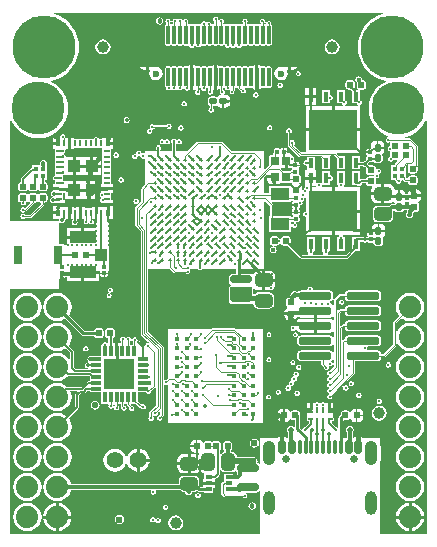
<source format=gtl>
G04*
G04 #@! TF.GenerationSoftware,Altium Limited,Altium Designer,21.7.2 (23)*
G04*
G04 Layer_Physical_Order=1*
G04 Layer_Color=255*
%FSLAX25Y25*%
%MOIN*%
G70*
G04*
G04 #@! TF.SameCoordinates,792C483E-89C0-4906-A524-1A3F29707EC7*
G04*
G04*
G04 #@! TF.FilePolarity,Positive*
G04*
G01*
G75*
%ADD10C,0.00500*%
%ADD11C,0.01000*%
%ADD17C,0.00800*%
%ADD18C,0.00600*%
%ADD22R,0.06299X0.04331*%
G04:AMPARAMS|DCode=23|XSize=29.53mil|YSize=27.56mil|CornerRadius=2.76mil|HoleSize=0mil|Usage=FLASHONLY|Rotation=270.000|XOffset=0mil|YOffset=0mil|HoleType=Round|Shape=RoundedRectangle|*
%AMROUNDEDRECTD23*
21,1,0.02953,0.02205,0,0,270.0*
21,1,0.02402,0.02756,0,0,270.0*
1,1,0.00551,-0.01102,-0.01201*
1,1,0.00551,-0.01102,0.01201*
1,1,0.00551,0.01102,0.01201*
1,1,0.00551,0.01102,-0.01201*
%
%ADD23ROUNDEDRECTD23*%
%ADD24R,0.00984X0.01969*%
%ADD25R,0.01969X0.00984*%
%ADD26R,0.01476X0.01969*%
%ADD27R,0.03937X0.03937*%
%ADD28R,0.01969X0.03937*%
%ADD29R,0.01937X0.01181*%
%ADD30R,0.01772X0.03543*%
%ADD31R,0.16142X0.13780*%
%ADD32R,0.03346X0.01181*%
%ADD33R,0.01181X0.03346*%
%ADD34R,0.10039X0.10039*%
%ADD35R,0.01575X0.01575*%
G04:AMPARAMS|DCode=36|XSize=27.56mil|YSize=70.87mil|CornerRadius=6.89mil|HoleSize=0mil|Usage=FLASHONLY|Rotation=90.000|XOffset=0mil|YOffset=0mil|HoleType=Round|Shape=RoundedRectangle|*
%AMROUNDEDRECTD36*
21,1,0.02756,0.05709,0,0,90.0*
21,1,0.01378,0.07087,0,0,90.0*
1,1,0.01378,0.02854,0.00689*
1,1,0.01378,0.02854,-0.00689*
1,1,0.01378,-0.02854,-0.00689*
1,1,0.01378,-0.02854,0.00689*
%
%ADD36ROUNDEDRECTD36*%
G04:AMPARAMS|DCode=37|XSize=23.62mil|YSize=45.28mil|CornerRadius=5.91mil|HoleSize=0mil|Usage=FLASHONLY|Rotation=0.000|XOffset=0mil|YOffset=0mil|HoleType=Round|Shape=RoundedRectangle|*
%AMROUNDEDRECTD37*
21,1,0.02362,0.03347,0,0,0.0*
21,1,0.01181,0.04528,0,0,0.0*
1,1,0.01181,0.00591,-0.01673*
1,1,0.01181,-0.00591,-0.01673*
1,1,0.01181,-0.00591,0.01673*
1,1,0.01181,0.00591,0.01673*
%
%ADD37ROUNDEDRECTD37*%
G04:AMPARAMS|DCode=38|XSize=11.81mil|YSize=45.28mil|CornerRadius=2.95mil|HoleSize=0mil|Usage=FLASHONLY|Rotation=0.000|XOffset=0mil|YOffset=0mil|HoleType=Round|Shape=RoundedRectangle|*
%AMROUNDEDRECTD38*
21,1,0.01181,0.03937,0,0,0.0*
21,1,0.00591,0.04528,0,0,0.0*
1,1,0.00591,0.00295,-0.01968*
1,1,0.00591,-0.00295,-0.01968*
1,1,0.00591,-0.00295,0.01968*
1,1,0.00591,0.00295,0.01968*
%
%ADD38ROUNDEDRECTD38*%
%ADD39R,0.00787X0.02362*%
G04:AMPARAMS|DCode=40|XSize=11.81mil|YSize=62.99mil|CornerRadius=2.95mil|HoleSize=0mil|Usage=FLASHONLY|Rotation=180.000|XOffset=0mil|YOffset=0mil|HoleType=Round|Shape=RoundedRectangle|*
%AMROUNDEDRECTD40*
21,1,0.01181,0.05709,0,0,180.0*
21,1,0.00591,0.06299,0,0,180.0*
1,1,0.00591,-0.00295,0.02854*
1,1,0.00591,0.00295,0.02854*
1,1,0.00591,0.00295,-0.02854*
1,1,0.00591,-0.00295,-0.02854*
%
%ADD40ROUNDEDRECTD40*%
G04:AMPARAMS|DCode=41|XSize=35.43mil|YSize=70.87mil|CornerRadius=5.31mil|HoleSize=0mil|Usage=FLASHONLY|Rotation=180.000|XOffset=0mil|YOffset=0mil|HoleType=Round|Shape=RoundedRectangle|*
%AMROUNDEDRECTD41*
21,1,0.03543,0.06024,0,0,180.0*
21,1,0.02480,0.07087,0,0,180.0*
1,1,0.01063,-0.01240,0.03012*
1,1,0.01063,0.01240,0.03012*
1,1,0.01063,0.01240,-0.03012*
1,1,0.01063,-0.01240,-0.03012*
%
%ADD41ROUNDEDRECTD41*%
G04:AMPARAMS|DCode=42|XSize=25.59mil|YSize=108.66mil|CornerRadius=6.4mil|HoleSize=0mil|Usage=FLASHONLY|Rotation=270.000|XOffset=0mil|YOffset=0mil|HoleType=Round|Shape=RoundedRectangle|*
%AMROUNDEDRECTD42*
21,1,0.02559,0.09586,0,0,270.0*
21,1,0.01280,0.10866,0,0,270.0*
1,1,0.01280,-0.04793,-0.00640*
1,1,0.01280,-0.04793,0.00640*
1,1,0.01280,0.04793,0.00640*
1,1,0.01280,0.04793,-0.00640*
%
%ADD42ROUNDEDRECTD42*%
G04:AMPARAMS|DCode=43|XSize=12mil|YSize=15mil|CornerRadius=3mil|HoleSize=0mil|Usage=FLASHONLY|Rotation=270.000|XOffset=0mil|YOffset=0mil|HoleType=Round|Shape=RoundedRectangle|*
%AMROUNDEDRECTD43*
21,1,0.01200,0.00900,0,0,270.0*
21,1,0.00600,0.01500,0,0,270.0*
1,1,0.00600,-0.00450,-0.00300*
1,1,0.00600,-0.00450,0.00300*
1,1,0.00600,0.00450,0.00300*
1,1,0.00600,0.00450,-0.00300*
%
%ADD43ROUNDEDRECTD43*%
G04:AMPARAMS|DCode=44|XSize=16.14mil|YSize=16.14mil|CornerRadius=8.07mil|HoleSize=0mil|Usage=FLASHONLY|Rotation=0.000|XOffset=0mil|YOffset=0mil|HoleType=Round|Shape=RoundedRectangle|*
%AMROUNDEDRECTD44*
21,1,0.01614,0.00000,0,0,0.0*
21,1,0.00000,0.01614,0,0,0.0*
1,1,0.01614,0.00000,0.00000*
1,1,0.01614,0.00000,0.00000*
1,1,0.01614,0.00000,0.00000*
1,1,0.01614,0.00000,0.00000*
%
%ADD44ROUNDEDRECTD44*%
G04:AMPARAMS|DCode=45|XSize=11.42mil|YSize=11.42mil|CornerRadius=5.71mil|HoleSize=0mil|Usage=FLASHONLY|Rotation=90.000|XOffset=0mil|YOffset=0mil|HoleType=Round|Shape=RoundedRectangle|*
%AMROUNDEDRECTD45*
21,1,0.01142,0.00000,0,0,90.0*
21,1,0.00000,0.01142,0,0,90.0*
1,1,0.01142,0.00000,0.00000*
1,1,0.01142,0.00000,0.00000*
1,1,0.01142,0.00000,0.00000*
1,1,0.01142,0.00000,0.00000*
%
%ADD45ROUNDEDRECTD45*%
%ADD46R,0.03150X0.06299*%
%ADD47R,0.08661X0.04134*%
%ADD48R,0.04134X0.03937*%
G04:AMPARAMS|DCode=49|XSize=43.7mil|YSize=57.87mil|CornerRadius=9.83mil|HoleSize=0mil|Usage=FLASHONLY|Rotation=90.000|XOffset=0mil|YOffset=0mil|HoleType=Round|Shape=RoundedRectangle|*
%AMROUNDEDRECTD49*
21,1,0.04370,0.03821,0,0,90.0*
21,1,0.02404,0.05787,0,0,90.0*
1,1,0.01967,0.01910,0.01202*
1,1,0.01967,0.01910,-0.01202*
1,1,0.01967,-0.01910,-0.01202*
1,1,0.01967,-0.01910,0.01202*
%
%ADD49ROUNDEDRECTD49*%
G04:AMPARAMS|DCode=50|XSize=21.65mil|YSize=22.84mil|CornerRadius=5.52mil|HoleSize=0mil|Usage=FLASHONLY|Rotation=0.000|XOffset=0mil|YOffset=0mil|HoleType=Round|Shape=RoundedRectangle|*
%AMROUNDEDRECTD50*
21,1,0.02165,0.01179,0,0,0.0*
21,1,0.01061,0.02284,0,0,0.0*
1,1,0.01104,0.00531,-0.00590*
1,1,0.01104,-0.00531,-0.00590*
1,1,0.01104,-0.00531,0.00590*
1,1,0.01104,0.00531,0.00590*
%
%ADD50ROUNDEDRECTD50*%
G04:AMPARAMS|DCode=51|XSize=24.8mil|YSize=22.84mil|CornerRadius=5.94mil|HoleSize=0mil|Usage=FLASHONLY|Rotation=270.000|XOffset=0mil|YOffset=0mil|HoleType=Round|Shape=RoundedRectangle|*
%AMROUNDEDRECTD51*
21,1,0.02480,0.01096,0,0,270.0*
21,1,0.01293,0.02284,0,0,270.0*
1,1,0.01187,-0.00548,-0.00647*
1,1,0.01187,-0.00548,0.00647*
1,1,0.01187,0.00548,0.00647*
1,1,0.01187,0.00548,-0.00647*
%
%ADD51ROUNDEDRECTD51*%
G04:AMPARAMS|DCode=52|XSize=21.65mil|YSize=22.84mil|CornerRadius=5.52mil|HoleSize=0mil|Usage=FLASHONLY|Rotation=270.000|XOffset=0mil|YOffset=0mil|HoleType=Round|Shape=RoundedRectangle|*
%AMROUNDEDRECTD52*
21,1,0.02165,0.01179,0,0,270.0*
21,1,0.01061,0.02284,0,0,270.0*
1,1,0.01104,-0.00590,-0.00531*
1,1,0.01104,-0.00590,0.00531*
1,1,0.01104,0.00590,0.00531*
1,1,0.01104,0.00590,-0.00531*
%
%ADD52ROUNDEDRECTD52*%
G04:AMPARAMS|DCode=53|XSize=39.37mil|YSize=39.37mil|CornerRadius=19.68mil|HoleSize=0mil|Usage=FLASHONLY|Rotation=0.000|XOffset=0mil|YOffset=0mil|HoleType=Round|Shape=RoundedRectangle|*
%AMROUNDEDRECTD53*
21,1,0.03937,0.00000,0,0,0.0*
21,1,0.00000,0.03937,0,0,0.0*
1,1,0.03937,0.00000,0.00000*
1,1,0.03937,0.00000,0.00000*
1,1,0.03937,0.00000,0.00000*
1,1,0.03937,0.00000,0.00000*
%
%ADD53ROUNDEDRECTD53*%
G04:AMPARAMS|DCode=54|XSize=24.8mil|YSize=22.84mil|CornerRadius=5.94mil|HoleSize=0mil|Usage=FLASHONLY|Rotation=0.000|XOffset=0mil|YOffset=0mil|HoleType=Round|Shape=RoundedRectangle|*
%AMROUNDEDRECTD54*
21,1,0.02480,0.01096,0,0,0.0*
21,1,0.01293,0.02284,0,0,0.0*
1,1,0.01187,0.00647,-0.00548*
1,1,0.01187,-0.00647,-0.00548*
1,1,0.01187,-0.00647,0.00548*
1,1,0.01187,0.00647,0.00548*
%
%ADD54ROUNDEDRECTD54*%
G04:AMPARAMS|DCode=55|XSize=12mil|YSize=15mil|CornerRadius=3mil|HoleSize=0mil|Usage=FLASHONLY|Rotation=180.000|XOffset=0mil|YOffset=0mil|HoleType=Round|Shape=RoundedRectangle|*
%AMROUNDEDRECTD55*
21,1,0.01200,0.00900,0,0,180.0*
21,1,0.00600,0.01500,0,0,180.0*
1,1,0.00600,-0.00300,0.00450*
1,1,0.00600,0.00300,0.00450*
1,1,0.00600,0.00300,-0.00450*
1,1,0.00600,-0.00300,-0.00450*
%
%ADD55ROUNDEDRECTD55*%
G04:AMPARAMS|DCode=56|XSize=43.7mil|YSize=57.87mil|CornerRadius=9.83mil|HoleSize=0mil|Usage=FLASHONLY|Rotation=0.000|XOffset=0mil|YOffset=0mil|HoleType=Round|Shape=RoundedRectangle|*
%AMROUNDEDRECTD56*
21,1,0.04370,0.03821,0,0,0.0*
21,1,0.02404,0.05787,0,0,0.0*
1,1,0.01967,0.01202,-0.01910*
1,1,0.01967,-0.01202,-0.01910*
1,1,0.01967,-0.01202,0.01910*
1,1,0.01967,0.01202,0.01910*
%
%ADD56ROUNDEDRECTD56*%
%ADD99C,0.01500*%
%ADD100C,0.00400*%
%ADD101C,0.01378*%
%ADD102C,0.00300*%
%ADD103C,0.01200*%
%ADD104C,0.02000*%
%ADD105C,0.00650*%
%ADD106R,0.07323X0.09433*%
%ADD107R,0.07185X0.09334*%
%ADD108R,0.07210X0.03349*%
%ADD109C,0.05600*%
%ADD110O,0.03937X0.07874*%
%ADD111O,0.04134X0.08268*%
%ADD112C,0.02559*%
%ADD113C,0.02362*%
%ADD114C,0.17717*%
%ADD115C,0.07400*%
%ADD116C,0.20984*%
%ADD117C,0.01200*%
%ADD118C,0.01600*%
%ADD119C,0.01100*%
%ADD120C,0.02400*%
%ADD121C,0.02200*%
%ADD122C,0.01800*%
%ADD123C,0.01000*%
%ADD124C,0.01400*%
%ADD125C,0.02000*%
G36*
X124768Y174043D02*
X124438Y173963D01*
X122767Y173271D01*
X121224Y172326D01*
X119849Y171151D01*
X118674Y169776D01*
X117729Y168233D01*
X117036Y166562D01*
X116614Y164803D01*
X116472Y163000D01*
X116614Y161197D01*
X117036Y159438D01*
X117729Y157767D01*
X118674Y156224D01*
X119849Y154849D01*
X121224Y153674D01*
X122767Y152729D01*
X124438Y152036D01*
X125733Y151726D01*
X125772Y151418D01*
X124496Y150736D01*
X122995Y149505D01*
X121764Y148003D01*
X120848Y146291D01*
X120284Y144433D01*
X120094Y142500D01*
X120284Y140567D01*
X120848Y138709D01*
X121764Y136996D01*
X122995Y135495D01*
X124496Y134264D01*
X126209Y133348D01*
X126527Y133252D01*
X126544Y133196D01*
X126331Y132838D01*
X126322Y132836D01*
X126024Y132637D01*
X125826Y132339D01*
X125756Y131988D01*
X125826Y131637D01*
X126024Y131339D01*
X126322Y131140D01*
X126673Y131071D01*
X127024Y131140D01*
X127085Y131181D01*
X127308Y130957D01*
X127218Y130823D01*
X127137Y130412D01*
Y129928D01*
X126913Y129883D01*
X126615Y129684D01*
X126416Y129387D01*
X126346Y129035D01*
X126416Y128684D01*
X126615Y128387D01*
X126913Y128188D01*
X127041Y128162D01*
X127179Y127935D01*
X127208Y127815D01*
X127137Y127460D01*
Y126542D01*
X127110Y126537D01*
X126812Y126338D01*
X126613Y126040D01*
X126543Y125689D01*
X126613Y125338D01*
X126812Y125040D01*
X127110Y124841D01*
X127461Y124771D01*
X127812Y124841D01*
X128110Y125040D01*
X128221Y125208D01*
X129271D01*
X129489Y125251D01*
X129713Y124980D01*
X129677Y124890D01*
X129634Y124872D01*
X129634Y124872D01*
X128739Y123977D01*
X128636Y123729D01*
X127453D01*
Y118791D01*
X128854D01*
X128919Y118634D01*
X129202Y118351D01*
X129185Y118267D01*
X129251Y117935D01*
X129439Y117654D01*
X129720Y117466D01*
X130052Y117400D01*
X130383Y117466D01*
X130665Y117654D01*
X130852Y117935D01*
X130918Y118267D01*
X130905Y118333D01*
X131132Y118613D01*
X131307Y118603D01*
X131690Y118220D01*
X132073Y118061D01*
X132073Y118061D01*
X133084D01*
X133163Y117661D01*
X133396Y117313D01*
X133744Y117081D01*
X134154Y116999D01*
X135334D01*
X135744Y117081D01*
X136092Y117313D01*
X136325Y117661D01*
X136406Y118072D01*
Y119133D01*
X136325Y119543D01*
X136092Y119891D01*
X135744Y120124D01*
X135334Y120206D01*
X134154D01*
X133744Y120124D01*
X133396Y119891D01*
X133163Y119543D01*
X133084Y119144D01*
X132389D01*
Y123393D01*
X132825Y123828D01*
X133174D01*
X133320Y123518D01*
X133163Y123284D01*
X133082Y122873D01*
Y121812D01*
X133163Y121402D01*
X133396Y121053D01*
X133744Y120821D01*
X134154Y120739D01*
X135334D01*
X135744Y120821D01*
X136092Y121053D01*
X136325Y121402D01*
X136406Y121812D01*
Y122873D01*
X136325Y123284D01*
X136306Y123311D01*
X136368Y123459D01*
Y130020D01*
X136368Y130020D01*
X136209Y130402D01*
X134241Y132371D01*
X133858Y132529D01*
X133858Y132529D01*
X132160D01*
X132114Y132839D01*
X133791Y133348D01*
X135503Y134264D01*
X137005Y135495D01*
X138236Y136996D01*
X139041Y138501D01*
X139351Y138423D01*
Y649D01*
X123917D01*
Y8890D01*
X123939Y9055D01*
Y12992D01*
X123917Y13157D01*
Y24575D01*
X123933Y24613D01*
X124038Y25413D01*
Y29547D01*
X123933Y30348D01*
X123917Y30385D01*
Y32480D01*
X121878D01*
X121746Y32535D01*
X120945Y32641D01*
X120144Y32535D01*
X120012Y32480D01*
X118329D01*
X118273Y32564D01*
X117747Y32916D01*
X117126Y33039D01*
X115945D01*
X115324Y32916D01*
X115008Y32704D01*
X114698Y32870D01*
Y34483D01*
X114717Y34496D01*
X115005Y34926D01*
X115105Y35433D01*
X115005Y35940D01*
X114717Y36370D01*
X114287Y36658D01*
X113780Y36759D01*
X113273Y36658D01*
X112843Y36370D01*
X112555Y35940D01*
X112454Y35433D01*
X112555Y34926D01*
X112843Y34496D01*
X112862Y34483D01*
Y32529D01*
X112795D01*
X112549Y32480D01*
X111643D01*
Y38388D01*
X111772Y38495D01*
X112833D01*
X113244Y38576D01*
X113592Y38809D01*
X113725Y39008D01*
X114050Y38962D01*
X114393Y38448D01*
X114907Y38105D01*
X115513Y37985D01*
X115743D01*
Y40157D01*
Y42329D01*
X115513D01*
X114907Y42209D01*
X114393Y41866D01*
X114050Y41352D01*
X113725Y41306D01*
X113592Y41505D01*
X113244Y41738D01*
X112833Y41819D01*
X111772D01*
X111362Y41738D01*
X111014Y41505D01*
X110781Y41157D01*
X110700Y40747D01*
Y40396D01*
X110250Y39947D01*
X110073Y39682D01*
X110011Y39370D01*
X110011Y39370D01*
Y36180D01*
X109704Y36082D01*
X109406Y36281D01*
X109056Y36350D01*
X107783Y37623D01*
Y38256D01*
X108071D01*
X108300Y38352D01*
X108396Y38581D01*
Y39369D01*
X108300Y39598D01*
X108212Y39635D01*
X108273Y39945D01*
X108283D01*
Y41626D01*
X108071D01*
Y40945D01*
X106496D01*
Y41733D01*
X106890D01*
Y42126D01*
X106390D01*
Y44307D01*
X105606D01*
X105540Y44406D01*
X105242Y44605D01*
X104891Y44675D01*
X104540Y44605D01*
X104242Y44406D01*
X104084Y44170D01*
X104037Y44156D01*
X103852Y44147D01*
X103740Y44170D01*
X103600Y44380D01*
X103302Y44579D01*
X102951Y44649D01*
X102600Y44579D01*
X102302Y44380D01*
X102253Y44307D01*
X101484D01*
Y42126D01*
X100984D01*
Y41733D01*
X101378D01*
Y40945D01*
X99803D01*
Y41626D01*
X99590D01*
Y39945D01*
X99601D01*
X99662Y39635D01*
X99573Y39598D01*
X99478Y39369D01*
Y38581D01*
X99573Y38352D01*
X99803Y38256D01*
X100091D01*
Y37624D01*
X98818Y36350D01*
X98468Y36281D01*
X98170Y36082D01*
X97971Y35784D01*
X97926Y35556D01*
X97609Y35434D01*
X97076Y35968D01*
Y39131D01*
X97093Y39157D01*
X97174Y39567D01*
Y40747D01*
X97093Y41157D01*
X96860Y41505D01*
X96512Y41738D01*
X96102Y41819D01*
X95041D01*
X94630Y41738D01*
X94282Y41505D01*
X94149Y41306D01*
X93823Y41352D01*
X93480Y41866D01*
X92967Y42209D01*
X92361Y42329D01*
X92131D01*
Y40157D01*
Y37985D01*
X92361D01*
X92967Y38105D01*
X93480Y38448D01*
X93823Y38962D01*
X94149Y39008D01*
X94282Y38809D01*
X94630Y38576D01*
X95041Y38495D01*
X95444D01*
Y36310D01*
X95134Y36216D01*
X95031Y36370D01*
X94601Y36658D01*
X94094Y36759D01*
X93587Y36658D01*
X93157Y36370D01*
X92869Y35940D01*
X92769Y35433D01*
X92869Y34926D01*
X93157Y34496D01*
X93176Y34483D01*
Y32870D01*
X92866Y32704D01*
X92550Y32916D01*
X91929Y33039D01*
X90748D01*
X90127Y32916D01*
X89601Y32564D01*
X89545Y32480D01*
X87862D01*
X87730Y32535D01*
X86929Y32641D01*
X86128Y32535D01*
X85996Y32480D01*
X83957D01*
Y30385D01*
X83941Y30348D01*
X83836Y29547D01*
Y25413D01*
X83941Y24613D01*
X83957Y24575D01*
Y24110D01*
X83647Y24016D01*
X83534Y24184D01*
X83141Y24447D01*
X82985Y24478D01*
X83065Y24880D01*
X82949Y25466D01*
X82617Y25962D01*
X82121Y26293D01*
X81536Y26410D01*
X80951Y26293D01*
X80820Y26206D01*
X79651D01*
X79557Y26268D01*
X78972Y26385D01*
X78387Y26268D01*
X78256Y26181D01*
X77262D01*
X77062Y26314D01*
X76476Y26431D01*
X76280Y26392D01*
X76103Y26538D01*
X76032Y26659D01*
X75926Y27194D01*
X75598Y27685D01*
X75107Y28012D01*
X74528Y28128D01*
X74212D01*
X74118Y28438D01*
X74321Y28573D01*
X74553Y28921D01*
X74635Y29332D01*
Y30511D01*
X74553Y30921D01*
X74321Y31269D01*
X73972Y31502D01*
X73562Y31584D01*
X72501D01*
X72091Y31502D01*
X71742Y31269D01*
X71510Y30921D01*
X71428Y30511D01*
Y29332D01*
X71510Y28921D01*
X71742Y28573D01*
X71980Y28415D01*
X71914Y28086D01*
X71546Y28012D01*
X71056Y27685D01*
X70787Y27283D01*
X70477Y27377D01*
Y28504D01*
X70580Y28573D01*
X70813Y28921D01*
X70895Y29332D01*
Y30511D01*
X70813Y30921D01*
X70580Y31269D01*
X70232Y31502D01*
X69822Y31584D01*
X68761D01*
X68350Y31502D01*
X68002Y31269D01*
X67726D01*
X67378Y31502D01*
X66967Y31584D01*
X65907D01*
X65496Y31502D01*
X65148Y31269D01*
X65015Y31070D01*
X64689Y31117D01*
X64346Y31630D01*
X63833Y31973D01*
X63227Y32093D01*
X62997D01*
Y29921D01*
X62697D01*
D01*
X62997D01*
Y27749D01*
X63227D01*
X63463Y27796D01*
X63649Y27517D01*
X63564Y27389D01*
X63507Y27102D01*
X63221Y26984D01*
X62920Y27184D01*
X62147Y27338D01*
X60736D01*
Y24114D01*
Y20890D01*
X62147D01*
X62920Y21044D01*
X63577Y21483D01*
X63595Y21510D01*
X63905D01*
X64002Y21364D01*
X64658Y20926D01*
X65170Y20824D01*
X65327Y20579D01*
Y19110D01*
X64827D01*
Y18020D01*
X68764D01*
Y18991D01*
X68996D01*
X69417Y19166D01*
X70303Y20052D01*
X70477Y20472D01*
Y22033D01*
X70787Y22127D01*
X71056Y21725D01*
X71546Y21397D01*
X72125Y21282D01*
X74528D01*
X75107Y21397D01*
X75498Y21658D01*
X75796Y21572D01*
X75837Y21541D01*
X75849Y21485D01*
X76111Y21092D01*
X76284Y20976D01*
Y20572D01*
X76119Y20406D01*
X74830D01*
Y20579D01*
X71893D01*
Y18325D01*
X71752Y18061D01*
X71369Y17902D01*
X70976Y17509D01*
X70817Y17126D01*
X70817Y17126D01*
Y14370D01*
X70817Y14370D01*
X70976Y13987D01*
X71960Y13003D01*
X72342Y12845D01*
X72342Y12845D01*
X78238D01*
X78262Y12809D01*
X78526Y12632D01*
X78839Y12570D01*
X79151Y12632D01*
X79415Y12809D01*
X79592Y13074D01*
X79654Y13386D01*
X79592Y13698D01*
X79415Y13963D01*
X79169Y14127D01*
X79165Y14150D01*
X79319Y14437D01*
X82677D01*
X83141Y14530D01*
X83534Y14792D01*
X83647Y14961D01*
X83957Y14866D01*
Y13157D01*
X83935Y12992D01*
Y9055D01*
X83957Y8890D01*
Y649D01*
X649D01*
Y82368D01*
X16883D01*
Y85690D01*
X17122Y85886D01*
X17217Y85868D01*
Y87483D01*
X18217D01*
Y85868D01*
X18674Y85958D01*
X19104Y86246D01*
X19162Y86333D01*
X19473Y86239D01*
Y84827D01*
X24303D01*
Y87894D01*
X24803D01*
Y88394D01*
X30134D01*
Y88429D01*
X30428D01*
X30591Y88174D01*
X30586Y88119D01*
X30518Y87780D01*
Y87680D01*
X31886D01*
X33253D01*
Y87780D01*
X33186Y88119D01*
X33181Y88174D01*
X33344Y88429D01*
X33661D01*
Y105790D01*
X34760D01*
Y109759D01*
X34760D01*
Y109933D01*
X32775D01*
X30765D01*
X30724Y109759D01*
X27740D01*
Y109259D01*
X25409D01*
Y109759D01*
X24417D01*
Y107775D01*
Y105790D01*
X25148D01*
Y105020D01*
X25167Y104974D01*
X25117Y104724D01*
X25183Y104392D01*
X25371Y104111D01*
X25652Y103923D01*
X25984Y103857D01*
X26316Y103923D01*
X26581Y104100D01*
X26667Y104141D01*
X26876D01*
X26962Y104100D01*
X27227Y103923D01*
X27559Y103857D01*
X27891Y103923D01*
X28172Y104111D01*
X28360Y104392D01*
X28426Y104724D01*
X28360Y105056D01*
X28172Y105337D01*
X28002Y105450D01*
Y105790D01*
X29232D01*
Y102575D01*
X25303D01*
Y99508D01*
X24803D01*
Y99008D01*
X19473D01*
Y97047D01*
X18611D01*
Y97351D01*
X16883D01*
Y104451D01*
X17050Y104535D01*
X17193Y104570D01*
X17493Y104370D01*
X17883Y104293D01*
X18273Y104370D01*
X18604Y104591D01*
X18825Y104922D01*
X18902Y105312D01*
X18888Y105386D01*
X19078Y105576D01*
X19221Y105790D01*
X19874D01*
Y107775D01*
Y109759D01*
X18882D01*
X18841Y109933D01*
X16831D01*
X14846D01*
Y109759D01*
X14846D01*
Y108275D01*
X16584D01*
Y107275D01*
X14846D01*
Y105790D01*
X16593D01*
X16801Y105541D01*
X16754Y105232D01*
X16587Y105112D01*
X869Y105025D01*
X649Y105243D01*
Y138423D01*
X959Y138501D01*
X1764Y136996D01*
X2995Y135495D01*
X4496Y134264D01*
X6209Y133348D01*
X8067Y132784D01*
X10000Y132594D01*
X11933Y132784D01*
X13791Y133348D01*
X15504Y134264D01*
X17005Y135495D01*
X18237Y136996D01*
X19152Y138709D01*
X19716Y140567D01*
X19906Y142500D01*
X19716Y144433D01*
X19152Y146291D01*
X18237Y148003D01*
X17005Y149505D01*
X15504Y150736D01*
X14228Y151418D01*
X14267Y151726D01*
X15562Y152036D01*
X17233Y152729D01*
X18776Y153674D01*
X20151Y154849D01*
X21326Y156224D01*
X22271Y157767D01*
X22964Y159438D01*
X23386Y161197D01*
X23528Y163000D01*
X23386Y164803D01*
X22964Y166562D01*
X22271Y168233D01*
X21326Y169776D01*
X20151Y171151D01*
X18776Y172326D01*
X17233Y173271D01*
X15562Y173963D01*
X15232Y174043D01*
X15269Y174351D01*
X124731D01*
X124768Y174043D01*
D02*
G37*
G36*
X108071Y38581D02*
X106496D01*
Y39369D01*
X108071D01*
Y38581D01*
D02*
G37*
G36*
X101378D02*
X99803D01*
Y39369D01*
X101378D01*
Y38581D01*
D02*
G37*
%LPC*%
G36*
X69072Y173180D02*
X68740Y173114D01*
X68459Y172926D01*
X68271Y172645D01*
X68205Y172313D01*
X68271Y171982D01*
X68459Y171701D01*
X68475Y171690D01*
Y170703D01*
X68410Y170690D01*
X68147Y170515D01*
X67916D01*
X67652Y170690D01*
X67563Y170708D01*
X67508Y170984D01*
X67320Y171265D01*
X67039Y171453D01*
X66707Y171519D01*
X66376Y171453D01*
X66095Y171265D01*
X65728Y171275D01*
X65713Y171298D01*
X65432Y171486D01*
X65100Y171552D01*
X64768Y171486D01*
X64487Y171298D01*
X64299Y171017D01*
X64234Y170688D01*
X64068Y170575D01*
X63947Y170536D01*
X63715Y170690D01*
X63405Y170752D01*
X62815D01*
X62505Y170690D01*
X62241Y170515D01*
X62011D01*
X61747Y170690D01*
X61437Y170752D01*
X60847D01*
X60536Y170690D01*
X60273Y170515D01*
X60042D01*
X59778Y170690D01*
X59714Y170703D01*
Y171111D01*
X59856Y171322D01*
X59922Y171654D01*
X59856Y171986D01*
X59668Y172267D01*
X59387Y172455D01*
X59055Y172521D01*
X58723Y172455D01*
X58442Y172267D01*
X58348Y172126D01*
X57990Y172126D01*
X57896Y172266D01*
X57615Y172454D01*
X57284Y172520D01*
X56952Y172454D01*
X56671Y172266D01*
X56577Y172126D01*
X56219Y172126D01*
X56125Y172267D01*
X55844Y172455D01*
X55512Y172521D01*
X55180Y172455D01*
X54899Y172267D01*
X54711Y171986D01*
X54645Y171654D01*
X54698Y171387D01*
X54695Y171378D01*
X54695Y171378D01*
Y170703D01*
X54631Y170690D01*
X54367Y170515D01*
X54137D01*
X53873Y170690D01*
X53809Y170703D01*
Y171111D01*
X53951Y171322D01*
X54017Y171654D01*
X53951Y171986D01*
X53763Y172267D01*
X53482Y172455D01*
X53150Y172521D01*
X52818Y172455D01*
X52537Y172267D01*
X52349Y171986D01*
X52283Y171654D01*
X52349Y171322D01*
X52537Y171041D01*
X52606Y170995D01*
X52625Y170893D01*
X52599Y170648D01*
X52399Y170515D01*
X52224Y170252D01*
X52162Y169941D01*
Y164233D01*
X52224Y163923D01*
X52399Y163659D01*
X52662Y163484D01*
X52973Y163422D01*
X53563D01*
X53873Y163484D01*
X54038Y163594D01*
X54252Y163636D01*
X54466Y163594D01*
X54631Y163484D01*
X54941Y163422D01*
X55531D01*
X55841Y163484D01*
X56007Y163594D01*
X56221Y163637D01*
X56434Y163594D01*
X56599Y163484D01*
X56910Y163422D01*
X57500D01*
X57810Y163484D01*
X57975Y163594D01*
X58189Y163636D01*
X58403Y163594D01*
X58568Y163484D01*
X58878Y163422D01*
X59468D01*
X59778Y163484D01*
X59944Y163594D01*
X59987Y163603D01*
X60102Y163574D01*
X60222Y163517D01*
X60278Y163473D01*
X60332Y163203D01*
X60520Y162921D01*
X60801Y162733D01*
X61133Y162668D01*
X61465Y162733D01*
X61746Y162921D01*
X61933Y163203D01*
X61968Y163374D01*
X62274Y163523D01*
X62469Y163412D01*
X62480Y163355D01*
X62668Y163074D01*
X62949Y162886D01*
X63281Y162820D01*
X63613Y162886D01*
X63894Y163074D01*
X64082Y163355D01*
X64085Y163371D01*
X64429Y163513D01*
X64473Y163484D01*
X64784Y163422D01*
X65374D01*
X65684Y163484D01*
X65849Y163594D01*
X66063Y163636D01*
X66277Y163594D01*
X66442Y163484D01*
X66752Y163422D01*
X67342D01*
X67652Y163484D01*
X67818Y163594D01*
X68032Y163637D01*
X68245Y163594D01*
X68410Y163484D01*
X68721Y163422D01*
X69311D01*
X69621Y163484D01*
X69786Y163594D01*
X70000Y163636D01*
X70214Y163594D01*
X70379Y163484D01*
X70689Y163422D01*
X71279D01*
X71589Y163484D01*
X71755Y163594D01*
X71870Y163617D01*
X72173Y163550D01*
X72239Y163219D01*
X72427Y162938D01*
X72708Y162750D01*
X73040Y162684D01*
X73371Y162750D01*
X73652Y162938D01*
X73823Y163193D01*
X73972Y163208D01*
X74150Y163186D01*
X74325Y162925D01*
X74606Y162737D01*
X74937Y162671D01*
X75269Y162737D01*
X75550Y162925D01*
X75738Y163206D01*
X75787Y163451D01*
X76103D01*
X76149Y163219D01*
X76337Y162938D01*
X76618Y162750D01*
X76950Y162684D01*
X77282Y162750D01*
X77563Y162938D01*
X77751Y163219D01*
X77794Y163436D01*
X78079Y163573D01*
X78114Y163576D01*
X78253Y163484D01*
X78563Y163422D01*
X79153D01*
X79463Y163484D01*
X79629Y163594D01*
X79843Y163637D01*
X80056Y163594D01*
X80221Y163484D01*
X80532Y163422D01*
X81122D01*
X81432Y163484D01*
X81597Y163594D01*
X81811Y163636D01*
X82025Y163594D01*
X82190Y163484D01*
X82500Y163422D01*
X83090D01*
X83400Y163484D01*
X83566Y163594D01*
X83780Y163637D01*
X83993Y163594D01*
X84158Y163484D01*
X84469Y163422D01*
X85059D01*
X85369Y163484D01*
X85534Y163594D01*
X85748Y163636D01*
X85962Y163594D01*
X86127Y163484D01*
X86437Y163422D01*
X87027D01*
X87337Y163484D01*
X87601Y163659D01*
X87776Y163923D01*
X87838Y164233D01*
Y169941D01*
X87776Y170252D01*
X87601Y170515D01*
X87541Y170554D01*
X87596Y170834D01*
X87530Y171165D01*
X87343Y171446D01*
X87061Y171634D01*
X86730Y171700D01*
X86398Y171634D01*
X86117Y171446D01*
X85929Y171165D01*
X85863Y170834D01*
X85893Y170683D01*
X85705Y170562D01*
X85607Y170532D01*
X85369Y170690D01*
X85305Y170703D01*
Y171111D01*
X85447Y171322D01*
X85513Y171654D01*
X85447Y171986D01*
X85259Y172267D01*
X84978Y172455D01*
X84646Y172521D01*
X84314Y172455D01*
X84033Y172267D01*
X83845Y171986D01*
X83779Y171654D01*
X83845Y171322D01*
X84033Y171041D01*
X84102Y170995D01*
X84121Y170893D01*
X84095Y170648D01*
X83895Y170515D01*
X83664D01*
X83400Y170690D01*
X83090Y170752D01*
X82500D01*
X82190Y170690D01*
X81926Y170515D01*
X81696D01*
X81432Y170690D01*
X81122Y170752D01*
X80532D01*
X80221Y170690D01*
X79958Y170515D01*
X79727D01*
X79463Y170690D01*
X79399Y170703D01*
Y171006D01*
X79451Y171041D01*
X79639Y171322D01*
X79705Y171653D01*
X79639Y171985D01*
X79451Y172266D01*
X79170Y172454D01*
X78839Y172520D01*
X78507Y172454D01*
X78226Y172266D01*
X78038Y171985D01*
X77972Y171653D01*
X78038Y171322D01*
X78226Y171041D01*
X78284Y171002D01*
X78278Y170695D01*
X78253Y170690D01*
X77989Y170515D01*
X77759D01*
X77495Y170690D01*
X77185Y170752D01*
X76595D01*
X76284Y170690D01*
X76021Y170515D01*
X75790D01*
X75526Y170690D01*
X75216Y170752D01*
X74626D01*
X74316Y170690D01*
X74052Y170515D01*
X73822D01*
X73558Y170690D01*
X73248Y170752D01*
X72658D01*
X72347Y170690D01*
X72084Y170515D01*
X71853D01*
X71589Y170690D01*
X71525Y170703D01*
Y171006D01*
X71577Y171041D01*
X71765Y171322D01*
X71831Y171653D01*
X71765Y171985D01*
X71577Y172266D01*
X71296Y172454D01*
X70965Y172520D01*
X70633Y172454D01*
X70352Y172266D01*
X70239Y172097D01*
X70200Y172039D01*
X69908Y172160D01*
X69919Y172214D01*
X69938Y172313D01*
X69872Y172645D01*
X69684Y172926D01*
X69403Y173114D01*
X69072Y173180D01*
D02*
G37*
G36*
X50394Y172878D02*
X49926Y172784D01*
X49529Y172519D01*
X49264Y172122D01*
X49171Y171654D01*
X49264Y171186D01*
X49529Y170789D01*
X49926Y170524D01*
X50394Y170431D01*
X50862Y170524D01*
X51259Y170789D01*
X51524Y171186D01*
X51617Y171654D01*
X51524Y172122D01*
X51259Y172519D01*
X50862Y172784D01*
X50394Y172878D01*
D02*
G37*
G36*
X47618Y164574D02*
X46878D01*
Y160500D01*
X49180D01*
Y163012D01*
X49061Y163610D01*
X48722Y164116D01*
X48216Y164455D01*
X47618Y164574D01*
D02*
G37*
G36*
X94862D02*
X94122D01*
Y160500D01*
X96424D01*
Y163012D01*
X96305Y163610D01*
X95966Y164116D01*
X95460Y164455D01*
X94862Y164574D01*
D02*
G37*
G36*
X45878D02*
X45138D01*
X44540Y164455D01*
X44034Y164116D01*
X43695Y163610D01*
X43576Y163012D01*
Y160500D01*
X45878D01*
Y164574D01*
D02*
G37*
G36*
X93122D02*
X92382D01*
X91784Y164455D01*
X91278Y164116D01*
X90939Y163610D01*
X90820Y163012D01*
Y160500D01*
X93122D01*
Y164574D01*
D02*
G37*
G36*
X107874Y165509D02*
X106911Y165317D01*
X106094Y164772D01*
X105549Y163955D01*
X105357Y162992D01*
X105549Y162029D01*
X106094Y161212D01*
X106911Y160667D01*
X107874Y160475D01*
X108837Y160667D01*
X109654Y161212D01*
X110199Y162029D01*
X110391Y162992D01*
X110199Y163955D01*
X109654Y164772D01*
X108837Y165317D01*
X107874Y165509D01*
D02*
G37*
G36*
X31496D02*
X30533Y165317D01*
X29716Y164772D01*
X29171Y163955D01*
X28979Y162992D01*
X29171Y162029D01*
X29716Y161212D01*
X30533Y160667D01*
X31496Y160475D01*
X32459Y160667D01*
X33276Y161212D01*
X33821Y162029D01*
X34013Y162992D01*
X33821Y163955D01*
X33276Y164772D01*
X32459Y165317D01*
X31496Y165509D01*
D02*
G37*
G36*
X60642Y157047D02*
X60341Y156987D01*
X59913Y156701D01*
X59791Y156519D01*
X59778Y156516D01*
X59468Y156578D01*
X58878D01*
X58568Y156516D01*
X58403Y156406D01*
X58189Y156364D01*
X57975Y156406D01*
X57810Y156516D01*
X57500Y156578D01*
X56910D01*
X56599Y156516D01*
X56434Y156406D01*
X56221Y156363D01*
X56007Y156406D01*
X55841Y156516D01*
X55531Y156578D01*
X54941D01*
X54631Y156516D01*
X54466Y156406D01*
X54252Y156364D01*
X54038Y156406D01*
X53873Y156516D01*
X53563Y156578D01*
X52973D01*
X52662Y156516D01*
X52399Y156341D01*
X52224Y156078D01*
X52162Y155767D01*
Y150059D01*
X52224Y149749D01*
X52399Y149485D01*
X52490Y149425D01*
X52485Y149400D01*
X52551Y149068D01*
X52739Y148787D01*
X53020Y148599D01*
X53352Y148533D01*
X53684Y148599D01*
X53965Y148787D01*
X54153Y149068D01*
X54157Y149093D01*
X54474D01*
X54485Y149034D01*
X54673Y148753D01*
X54954Y148565D01*
X55286Y148499D01*
X55618Y148565D01*
X55899Y148753D01*
X56079Y149023D01*
X56269Y149057D01*
X56405Y149047D01*
X56572Y148797D01*
X56853Y148609D01*
X57185Y148543D01*
X57517Y148609D01*
X57798Y148797D01*
X57986Y149078D01*
X58025Y149277D01*
X58306Y149439D01*
X58403Y149420D01*
X58568Y149310D01*
X58666Y149290D01*
X58723Y148998D01*
X58911Y148717D01*
X59193Y148530D01*
X59524Y148463D01*
X59856Y148530D01*
X60137Y148717D01*
X60256Y148896D01*
X60341Y148839D01*
X60642Y148779D01*
Y152913D01*
Y157047D01*
D02*
G37*
G36*
X96424Y159500D02*
X94122D01*
Y155427D01*
X94862D01*
X95460Y155545D01*
X95966Y155884D01*
X96305Y156390D01*
X96424Y156988D01*
Y159500D01*
D02*
G37*
G36*
X45878D02*
X43576D01*
Y156988D01*
X43695Y156390D01*
X44034Y155884D01*
X44540Y155545D01*
X45138Y155427D01*
X45878D01*
Y159500D01*
D02*
G37*
G36*
X96653Y155000D02*
X96322Y154935D01*
X96041Y154747D01*
X95853Y154465D01*
X95787Y154134D01*
X95853Y153802D01*
X96041Y153521D01*
X96322Y153333D01*
X96653Y153267D01*
X96985Y153333D01*
X97266Y153521D01*
X97454Y153802D01*
X97520Y154134D01*
X97454Y154465D01*
X97266Y154747D01*
X96985Y154935D01*
X96653Y155000D01*
D02*
G37*
G36*
X93122Y159500D02*
X90820D01*
Y156988D01*
X90895Y156615D01*
X90893Y156598D01*
X90670Y156279D01*
X90015Y156149D01*
X89294Y155666D01*
X88811Y154945D01*
X88642Y154094D01*
X88811Y153243D01*
X89294Y152522D01*
X90015Y152040D01*
X90866Y151870D01*
X91717Y152040D01*
X92438Y152522D01*
X92921Y153243D01*
X93090Y154094D01*
X92921Y154945D01*
X92781Y155153D01*
X92927Y155427D01*
X93122D01*
Y159500D01*
D02*
G37*
G36*
X49180D02*
X46878D01*
Y155427D01*
X47072D01*
X47219Y155153D01*
X47080Y154945D01*
X46910Y154094D01*
X47080Y153243D01*
X47562Y152522D01*
X48283Y152040D01*
X49134Y151870D01*
X49985Y152040D01*
X50706Y152522D01*
X51188Y153243D01*
X51358Y154094D01*
X51188Y154945D01*
X50706Y155666D01*
X49985Y156149D01*
X49330Y156279D01*
X49107Y156598D01*
X49105Y156615D01*
X49180Y156988D01*
Y159500D01*
D02*
G37*
G36*
X90551Y151114D02*
X90200Y151045D01*
X89902Y150846D01*
X89704Y150548D01*
X89634Y150197D01*
X89704Y149846D01*
X89902Y149548D01*
X90200Y149349D01*
X90551Y149279D01*
X90903Y149349D01*
X91200Y149548D01*
X91399Y149846D01*
X91469Y150197D01*
X91399Y150548D01*
X91200Y150846D01*
X90903Y151045D01*
X90551Y151114D01*
D02*
G37*
G36*
X83295Y157047D02*
Y152913D01*
Y148779D01*
X83596Y148839D01*
X84024Y149125D01*
X84146Y149307D01*
X84158Y149310D01*
X84469Y149248D01*
X85059D01*
X85369Y149310D01*
X85534Y149420D01*
X85748Y149462D01*
X85962Y149420D01*
X86127Y149310D01*
X86437Y149248D01*
X87027D01*
X87337Y149310D01*
X87601Y149485D01*
X87776Y149749D01*
X87838Y150059D01*
Y155767D01*
X87776Y156078D01*
X87601Y156341D01*
X87337Y156516D01*
X87027Y156578D01*
X86437D01*
X86127Y156516D01*
X85962Y156406D01*
X85748Y156364D01*
X85534Y156406D01*
X85369Y156516D01*
X85059Y156578D01*
X84469D01*
X84158Y156516D01*
X84146Y156519D01*
X84024Y156701D01*
X83596Y156987D01*
X83295Y157047D01*
D02*
G37*
G36*
X69516D02*
Y152913D01*
Y148779D01*
X69817Y148839D01*
X70133Y149050D01*
X70443Y148905D01*
Y148307D01*
X70443Y148307D01*
X70443Y148306D01*
X70446Y148298D01*
X70393Y148032D01*
X70459Y147700D01*
X70647Y147419D01*
X70772Y147336D01*
X70706Y147007D01*
X70326Y146931D01*
X69799Y146579D01*
X69572Y146240D01*
X69243Y146460D01*
X68816Y146545D01*
X67523D01*
X67096Y146460D01*
X66734Y146218D01*
X66493Y145857D01*
X66408Y145430D01*
Y144334D01*
X66493Y143907D01*
X66734Y143545D01*
X67044Y143338D01*
Y142752D01*
X66937Y142680D01*
X66738Y142382D01*
X66668Y142031D01*
X66738Y141680D01*
X66937Y141382D01*
X67234Y141183D01*
X67586Y141113D01*
X67937Y141183D01*
X68234Y141382D01*
X68433Y141680D01*
X68503Y142031D01*
X68433Y142382D01*
X68234Y142680D01*
X68127Y142752D01*
Y143219D01*
X68816D01*
X69243Y143304D01*
X69572Y143524D01*
X69799Y143185D01*
X70326Y142833D01*
X70948Y142709D01*
X71294D01*
Y144882D01*
X71595D01*
Y145182D01*
X73866D01*
Y145430D01*
X73742Y146052D01*
X73390Y146579D01*
X72863Y146931D01*
X72241Y147055D01*
X71886D01*
X71791Y147365D01*
X71873Y147419D01*
X72061Y147700D01*
X72127Y148032D01*
X72061Y148364D01*
X71873Y148645D01*
X71592Y148833D01*
X71525Y148846D01*
Y149297D01*
X71589Y149310D01*
X71755Y149420D01*
X72040Y149477D01*
X72167Y149398D01*
X72231Y149078D01*
X72419Y148797D01*
X72700Y148609D01*
X73032Y148543D01*
X73363Y148609D01*
X73468Y148679D01*
X73680Y148485D01*
X73698Y148459D01*
X73633Y148135D01*
X73699Y147804D01*
X73887Y147523D01*
X74168Y147335D01*
X74500Y147269D01*
X74832Y147335D01*
X75113Y147523D01*
X75301Y147804D01*
X75367Y148135D01*
X75319Y148374D01*
X75462Y148720D01*
Y149297D01*
X75526Y149310D01*
X75692Y149420D01*
X75906Y149462D01*
X76119Y149420D01*
X76284Y149310D01*
X76391Y149288D01*
X76507Y149007D01*
X77372Y148142D01*
X77372Y148142D01*
X77419Y148123D01*
X77432Y148059D01*
X77619Y147778D01*
X77901Y147590D01*
X78232Y147524D01*
X78564Y147590D01*
X78845Y147778D01*
X79033Y148059D01*
X79099Y148390D01*
X79033Y148722D01*
X78889Y148938D01*
X78968Y149169D01*
X79026Y149248D01*
X79153D01*
X79463Y149310D01*
X79629Y149420D01*
X79843Y149462D01*
X80056Y149420D01*
X80221Y149310D01*
X80532Y149248D01*
X81122D01*
X81432Y149310D01*
X81444Y149307D01*
X81566Y149125D01*
X81994Y148839D01*
X82295Y148779D01*
Y152913D01*
Y157047D01*
X81994Y156987D01*
X81566Y156701D01*
X81444Y156519D01*
X81432Y156516D01*
X81122Y156578D01*
X80532D01*
X80221Y156516D01*
X80056Y156406D01*
X79843Y156363D01*
X79629Y156406D01*
X79463Y156516D01*
X79153Y156578D01*
X78563D01*
X78253Y156516D01*
X78088Y156406D01*
X77874Y156364D01*
X77660Y156406D01*
X77495Y156516D01*
X77185Y156578D01*
X76595D01*
X76284Y156516D01*
X76119Y156406D01*
X75906Y156363D01*
X75692Y156406D01*
X75526Y156516D01*
X75216Y156578D01*
X74626D01*
X74316Y156516D01*
X74151Y156406D01*
X73937Y156364D01*
X73723Y156406D01*
X73558Y156516D01*
X73248Y156578D01*
X72658D01*
X72347Y156516D01*
X72182Y156406D01*
X71969Y156363D01*
X71755Y156406D01*
X71589Y156516D01*
X71279Y156578D01*
X70689D01*
X70379Y156516D01*
X70367Y156519D01*
X70245Y156701D01*
X69817Y156987D01*
X69516Y157047D01*
D02*
G37*
G36*
X61642D02*
Y152913D01*
Y148779D01*
X61943Y148839D01*
X62115Y148954D01*
X62433Y148795D01*
X62441Y148624D01*
X62382Y148585D01*
X62183Y148287D01*
X62113Y147936D01*
X62183Y147585D01*
X62382Y147287D01*
X62680Y147088D01*
X63031Y147018D01*
X63382Y147088D01*
X63680Y147287D01*
X63879Y147585D01*
X63949Y147936D01*
X63879Y148287D01*
X63680Y148585D01*
X63651Y148604D01*
Y149270D01*
X63910Y149420D01*
X64088Y149343D01*
X64184Y149284D01*
X64187Y149280D01*
X64253Y148950D01*
X64452Y148653D01*
X64750Y148454D01*
X65101Y148384D01*
X65452Y148454D01*
X65750Y148653D01*
X65949Y148950D01*
X65996Y149190D01*
X66277Y149330D01*
X66506Y149178D01*
Y148429D01*
X66475Y148383D01*
X66405Y148032D01*
X66475Y147681D01*
X66674Y147383D01*
X66972Y147184D01*
X67323Y147114D01*
X67674Y147184D01*
X67972Y147383D01*
X68171Y147681D01*
X68241Y148032D01*
X68171Y148383D01*
X68035Y148586D01*
X68168Y148773D01*
X68243Y148833D01*
X68516Y148779D01*
Y152913D01*
Y157047D01*
X68215Y156987D01*
X67787Y156701D01*
X67665Y156519D01*
X67652Y156516D01*
X67342Y156578D01*
X66752D01*
X66442Y156516D01*
X66277Y156406D01*
X66063Y156364D01*
X65849Y156406D01*
X65684Y156516D01*
X65374Y156578D01*
X64784D01*
X64473Y156516D01*
X64308Y156406D01*
X64095Y156363D01*
X63881Y156406D01*
X63715Y156516D01*
X63405Y156578D01*
X62815D01*
X62505Y156516D01*
X62493Y156519D01*
X62371Y156701D01*
X61943Y156987D01*
X61642Y157047D01*
D02*
G37*
G36*
X116732Y153189D02*
X116303Y153103D01*
X115939Y152860D01*
X115696Y152496D01*
X115611Y152067D01*
X115696Y151638D01*
X115939Y151274D01*
X116057Y151195D01*
X116015Y150983D01*
Y149804D01*
X116096Y149393D01*
X116329Y149045D01*
X116375Y149015D01*
X116280Y148705D01*
X115887D01*
X115319Y149273D01*
X115400Y149393D01*
X115481Y149804D01*
Y150983D01*
X115400Y151394D01*
X115167Y151742D01*
X114819Y151974D01*
X114408Y152056D01*
X113347D01*
X112937Y151974D01*
X112589Y151742D01*
X112356Y151394D01*
X112275Y150983D01*
Y149804D01*
X112356Y149393D01*
X112589Y149045D01*
X112937Y148813D01*
X113347Y148731D01*
X113842D01*
X114382Y148191D01*
Y144162D01*
X116076D01*
X116081Y144137D01*
X116280Y143839D01*
X116578Y143640D01*
X116613Y143633D01*
X116582Y143324D01*
X112257D01*
X112226Y143633D01*
X112261Y143640D01*
X112558Y143839D01*
X112757Y144137D01*
X112827Y144488D01*
X112757Y144839D01*
X112558Y145137D01*
X112261Y145336D01*
X112154Y145357D01*
Y148705D01*
X109382D01*
Y144162D01*
X111057D01*
X111062Y144137D01*
X111261Y143839D01*
X111558Y143640D01*
X111593Y143633D01*
X111562Y143324D01*
X108768D01*
Y135933D01*
X117339D01*
Y143324D01*
X117276D01*
X117246Y143633D01*
X117280Y143640D01*
X117578Y143839D01*
X117777Y144137D01*
X117847Y144488D01*
X117777Y144839D01*
X117578Y145137D01*
X117280Y145336D01*
X117154Y145361D01*
Y148421D01*
X117154Y148705D01*
X117453Y148731D01*
X118149D01*
X118559Y148813D01*
X118907Y149045D01*
X119140Y149393D01*
X119221Y149804D01*
Y150983D01*
X119140Y151394D01*
X118907Y151742D01*
X118559Y151974D01*
X118149Y152056D01*
X117863D01*
X117854Y152067D01*
X117769Y152496D01*
X117525Y152860D01*
X117162Y153103D01*
X116732Y153189D01*
D02*
G37*
G36*
X102654Y149205D02*
X101268D01*
Y146933D01*
X102654D01*
Y149205D01*
D02*
G37*
G36*
X100268D02*
X98882D01*
Y146933D01*
X100268D01*
Y149205D01*
D02*
G37*
G36*
X82480Y147965D02*
X82129Y147895D01*
X81831Y147696D01*
X81633Y147398D01*
X81563Y147047D01*
X81633Y146696D01*
X81831Y146398D01*
X82129Y146200D01*
X82480Y146130D01*
X82832Y146200D01*
X83129Y146398D01*
X83328Y146696D01*
X83398Y147047D01*
X83328Y147398D01*
X83129Y147696D01*
X82832Y147895D01*
X82480Y147965D01*
D02*
G37*
G36*
X107154Y148705D02*
X104382D01*
Y144162D01*
X107154D01*
Y145214D01*
X107449Y145273D01*
X107747Y145472D01*
X107946Y145770D01*
X108016Y146121D01*
X107946Y146472D01*
X107747Y146770D01*
X107449Y146969D01*
X107154Y147027D01*
Y148705D01*
D02*
G37*
G36*
X102654Y145933D02*
X101268D01*
Y143662D01*
X102654D01*
Y145933D01*
D02*
G37*
G36*
X100268D02*
X98882D01*
Y143662D01*
X100268D01*
Y145933D01*
D02*
G37*
G36*
X58563Y145012D02*
X58212Y144942D01*
X57914Y144743D01*
X57715Y144446D01*
X57645Y144095D01*
X57715Y143743D01*
X57914Y143446D01*
X58212Y143247D01*
X58563Y143177D01*
X58914Y143247D01*
X59212Y143446D01*
X59411Y143743D01*
X59481Y144095D01*
X59411Y144446D01*
X59212Y144743D01*
X58914Y144942D01*
X58563Y145012D01*
D02*
G37*
G36*
X73866Y144582D02*
X71895D01*
Y142709D01*
X72241D01*
X72863Y142833D01*
X73390Y143185D01*
X73742Y143712D01*
X73866Y144334D01*
Y144582D01*
D02*
G37*
G36*
X39370Y139603D02*
X38980Y139525D01*
X38649Y139304D01*
X38428Y138973D01*
X38350Y138583D01*
X38428Y138193D01*
X38649Y137862D01*
X38980Y137641D01*
X39370Y137563D01*
X39760Y137641D01*
X40091Y137862D01*
X40312Y138193D01*
X40390Y138583D01*
X40312Y138973D01*
X40091Y139304D01*
X39760Y139525D01*
X39370Y139603D01*
D02*
G37*
G36*
X53445Y137433D02*
X53094Y137364D01*
X52796Y137165D01*
X52597Y136867D01*
X52585Y136806D01*
X48690D01*
X48582Y136968D01*
X48284Y137167D01*
X47933Y137236D01*
X47582Y137167D01*
X47284Y136968D01*
X47085Y136670D01*
X47015Y136319D01*
X47070Y136047D01*
X47053Y135928D01*
X46880Y135717D01*
X46676Y135677D01*
X46378Y135478D01*
X46180Y135180D01*
X46110Y134829D01*
X46180Y134478D01*
X46378Y134180D01*
X46676Y133981D01*
X47027Y133911D01*
X47378Y133981D01*
X47676Y134180D01*
X47875Y134478D01*
X47945Y134829D01*
X47891Y135101D01*
X47908Y135220D01*
X48080Y135431D01*
X48284Y135471D01*
X48582Y135670D01*
X48690Y135832D01*
X52849D01*
X53094Y135668D01*
X53445Y135598D01*
X53796Y135668D01*
X54094Y135867D01*
X54293Y136165D01*
X54362Y136516D01*
X54293Y136867D01*
X54094Y137165D01*
X53796Y137364D01*
X53445Y137433D01*
D02*
G37*
G36*
X107768Y143324D02*
X99197D01*
Y135933D01*
X107768D01*
Y143324D01*
D02*
G37*
G36*
X87057Y136981D02*
X86706Y136911D01*
X86408Y136712D01*
X86209Y136414D01*
X86140Y136063D01*
X86209Y135712D01*
X86408Y135414D01*
X86706Y135215D01*
X87057Y135145D01*
X87408Y135215D01*
X87706Y135414D01*
X87905Y135712D01*
X87975Y136063D01*
X87905Y136414D01*
X87706Y136712D01*
X87408Y136911D01*
X87057Y136981D01*
D02*
G37*
G36*
X57480Y136941D02*
X57129Y136871D01*
X56831Y136672D01*
X56633Y136375D01*
X56563Y136024D01*
X56633Y135672D01*
X56831Y135375D01*
X57129Y135176D01*
X57480Y135106D01*
X57832Y135176D01*
X58129Y135375D01*
X58328Y135672D01*
X58398Y136024D01*
X58328Y136375D01*
X58129Y136672D01*
X57832Y136871D01*
X57480Y136941D01*
D02*
G37*
G36*
X29249Y133044D02*
X28917Y132978D01*
X28636Y132790D01*
X28448Y132509D01*
X28405Y132291D01*
X21866D01*
Y132791D01*
X20874D01*
Y130807D01*
Y128823D01*
X21866D01*
Y129323D01*
X31284D01*
Y128823D01*
X31291D01*
Y125386D01*
Y121842D01*
Y117240D01*
X30790D01*
Y116248D01*
X32775D01*
X34760D01*
Y117240D01*
X34260D01*
Y120071D01*
Y123614D01*
Y128823D01*
X34760D01*
Y130307D01*
X33022D01*
Y130807D01*
X32522D01*
Y132791D01*
X31284D01*
Y132291D01*
X30093D01*
X30049Y132509D01*
X29862Y132790D01*
X29580Y132978D01*
X29249Y133044D01*
D02*
G37*
G36*
X52953Y132315D02*
X52602Y132245D01*
X52304Y132046D01*
X52271Y131998D01*
X51961D01*
X51928Y132046D01*
X51631Y132245D01*
X51279Y132315D01*
X50928Y132245D01*
X50631Y132046D01*
X50432Y131749D01*
X50362Y131398D01*
X50432Y131046D01*
X50631Y130749D01*
X50928Y130550D01*
X51279Y130480D01*
X51631Y130550D01*
X51928Y130749D01*
X51961Y130798D01*
X52271D01*
X52304Y130749D01*
X52602Y130550D01*
X52953Y130480D01*
X53304Y130550D01*
X53602Y130749D01*
X53800Y131046D01*
X53870Y131398D01*
X53800Y131749D01*
X53602Y132046D01*
X53304Y132245D01*
X52953Y132315D01*
D02*
G37*
G36*
X34760Y132791D02*
X33522D01*
Y131307D01*
X34760D01*
Y132791D01*
D02*
G37*
G36*
X16084D02*
X14846D01*
Y131307D01*
X16084D01*
Y132791D01*
D02*
G37*
G36*
X123580Y131641D02*
X123331D01*
Y129670D01*
X125204D01*
Y130017D01*
X125081Y130638D01*
X124729Y131166D01*
X124201Y131518D01*
X123580Y131641D01*
D02*
G37*
G36*
X55118Y132414D02*
X54767Y132344D01*
X54469Y132145D01*
X54270Y131847D01*
X54201Y131496D01*
X54270Y131145D01*
X54469Y130847D01*
X54523Y130811D01*
Y128347D01*
X50595D01*
Y128744D01*
X50649Y128780D01*
X50848Y129078D01*
X50918Y129429D01*
X50848Y129780D01*
X50649Y130078D01*
X50351Y130277D01*
X50000Y130347D01*
X49649Y130277D01*
X49351Y130078D01*
X49152Y129780D01*
X49082Y129429D01*
X49152Y129078D01*
X49351Y128780D01*
X49405Y128744D01*
Y128347D01*
X45571D01*
Y127668D01*
X45261Y127502D01*
X45233Y127521D01*
X44882Y127591D01*
X44619Y127539D01*
X44501Y127547D01*
X44289Y127732D01*
X44253Y127910D01*
X44054Y128208D01*
X43757Y128407D01*
X43406Y128477D01*
X43054Y128407D01*
X42757Y128208D01*
X42558Y127910D01*
X42488Y127559D01*
X42208Y127378D01*
X42126Y127394D01*
X41775Y127324D01*
X41477Y127125D01*
X41278Y126828D01*
X41208Y126476D01*
X41278Y126125D01*
X41477Y125828D01*
X41775Y125629D01*
X42126Y125559D01*
X42477Y125629D01*
X42775Y125828D01*
X42974Y126125D01*
X43044Y126476D01*
X43324Y126658D01*
X43406Y126641D01*
X43668Y126694D01*
X43786Y126686D01*
X43999Y126500D01*
X44034Y126322D01*
X44233Y126024D01*
X44531Y125826D01*
X44882Y125756D01*
X45233Y125826D01*
X45261Y125844D01*
X45571Y125678D01*
Y117301D01*
X44401Y116131D01*
X44242Y115748D01*
X44242Y115748D01*
Y111445D01*
X42323Y109525D01*
X42164Y109142D01*
X42164Y109142D01*
Y103647D01*
X42164Y103647D01*
X42323Y103264D01*
X44023Y101564D01*
Y67450D01*
X44023Y67450D01*
X44182Y67068D01*
X46467Y64782D01*
X46467Y64782D01*
X46528Y64757D01*
X46720Y64527D01*
X46583Y64271D01*
X46360Y64315D01*
X46009Y64245D01*
X45711Y64046D01*
X45512Y63749D01*
X45469Y63533D01*
X45346Y63472D01*
X45142Y63442D01*
X43796Y64788D01*
X43782Y64859D01*
X43605Y65123D01*
X43340Y65300D01*
X43028Y65362D01*
X42856Y65644D01*
X42828Y65784D01*
X42640Y66066D01*
X42359Y66253D01*
X42028Y66319D01*
X41696Y66253D01*
X41415Y66066D01*
X41227Y65784D01*
X41161Y65453D01*
X41227Y65121D01*
X41388Y64880D01*
Y63787D01*
X40502D01*
Y64891D01*
X40573Y64938D01*
X40761Y65219D01*
X40827Y65551D01*
X40761Y65883D01*
X40573Y66164D01*
X40292Y66352D01*
X39961Y66418D01*
X39629Y66352D01*
X39348Y66164D01*
X39196Y65938D01*
X39041Y65910D01*
X39010D01*
X38855Y65938D01*
X38703Y66164D01*
X38422Y66352D01*
X38091Y66418D01*
X37759Y66352D01*
X37478Y66164D01*
X37290Y65883D01*
X37224Y65551D01*
X37290Y65219D01*
X37451Y64979D01*
Y64287D01*
X36524D01*
Y61614D01*
X35524D01*
Y64287D01*
X34769D01*
Y66031D01*
X34799Y66037D01*
X35147Y66270D01*
X35380Y66618D01*
X35462Y67028D01*
Y68208D01*
X35380Y68618D01*
X35147Y68966D01*
X34799Y69199D01*
X34389Y69280D01*
X33328D01*
X32917Y69199D01*
X32569Y68966D01*
X32337Y68618D01*
X32255Y68208D01*
Y67028D01*
X32337Y66618D01*
X32569Y66270D01*
X32917Y66037D01*
X33328Y65956D01*
X33341D01*
Y63787D01*
X32983D01*
X32934Y64032D01*
X32735Y64330D01*
X32438Y64529D01*
X32087Y64599D01*
X31735Y64529D01*
X31438Y64330D01*
X31239Y64032D01*
X31190Y63787D01*
X30997D01*
Y59957D01*
X30988D01*
Y59948D01*
X27158D01*
Y59911D01*
X26901Y59860D01*
X26570Y59639D01*
X26349Y59308D01*
X26272Y58918D01*
X26349Y58528D01*
X26570Y58197D01*
X26621Y58163D01*
X26614Y58076D01*
X26528Y57853D01*
X26206Y57789D01*
X25875Y57568D01*
X25655Y57237D01*
X25577Y56847D01*
X25655Y56457D01*
X25875Y56126D01*
X26206Y55905D01*
X26597Y55827D01*
X26635Y55835D01*
X26871Y55566D01*
X26871Y55565D01*
X26855Y55516D01*
X22491D01*
X21855Y56152D01*
Y61338D01*
X21681Y61759D01*
X20017Y63423D01*
X20404Y63929D01*
X20878Y65072D01*
X21040Y66299D01*
X20878Y67526D01*
X20404Y68669D01*
X19651Y69651D01*
X18669Y70404D01*
X17526Y70878D01*
X16299Y71040D01*
X15072Y70878D01*
X13929Y70404D01*
X12947Y69651D01*
X12194Y68669D01*
X11720Y67526D01*
X11558Y66299D01*
X11720Y65072D01*
X12194Y63929D01*
X12947Y62947D01*
X13929Y62194D01*
X15072Y61720D01*
X16299Y61558D01*
X17526Y61720D01*
X18669Y62194D01*
X19175Y62581D01*
X20664Y61092D01*
Y58805D01*
X20355Y58734D01*
X19651Y59651D01*
X18669Y60404D01*
X17526Y60878D01*
X16299Y61040D01*
X15072Y60878D01*
X13929Y60404D01*
X12947Y59651D01*
X12194Y58669D01*
X11720Y57526D01*
X11558Y56299D01*
X11720Y55072D01*
X12194Y53929D01*
X12947Y52947D01*
X13929Y52194D01*
X15072Y51720D01*
X16299Y51558D01*
X17526Y51720D01*
X18669Y52194D01*
X19651Y52947D01*
X19954Y53342D01*
X27018D01*
X27158Y53202D01*
Y51579D01*
X26605D01*
X26184Y51405D01*
X24393Y49614D01*
X19679D01*
X19651Y49651D01*
X18669Y50405D01*
X17526Y50878D01*
X16299Y51040D01*
X15072Y50878D01*
X13929Y50405D01*
X12947Y49651D01*
X12194Y48669D01*
X11720Y47526D01*
X11558Y46299D01*
X11720Y45072D01*
X12194Y43929D01*
X12947Y42947D01*
X13929Y42193D01*
X15072Y41720D01*
X16299Y41558D01*
X17526Y41720D01*
X18669Y42193D01*
X19651Y42947D01*
X20404Y43929D01*
X20878Y45072D01*
X21040Y46299D01*
X20878Y47526D01*
X20613Y48166D01*
X20785Y48424D01*
X22990D01*
X23109Y48137D01*
X22431Y47460D01*
X22431Y47460D01*
X22431Y47460D01*
X22343Y47249D01*
X22257Y47039D01*
X22257Y47039D01*
X22257Y47039D01*
Y43099D01*
X19175Y40017D01*
X18669Y40404D01*
X17526Y40878D01*
X16299Y41040D01*
X15072Y40878D01*
X13929Y40404D01*
X12947Y39651D01*
X12194Y38669D01*
X11720Y37526D01*
X11558Y36299D01*
X11720Y35072D01*
X12194Y33929D01*
X12947Y32947D01*
X13929Y32193D01*
X15072Y31720D01*
X16299Y31558D01*
X17526Y31720D01*
X18669Y32193D01*
X19651Y32947D01*
X20404Y33929D01*
X20878Y35072D01*
X21040Y36299D01*
X20878Y37526D01*
X20404Y38669D01*
X20017Y39175D01*
X23273Y42431D01*
X23447Y42852D01*
Y46792D01*
X24179Y47524D01*
X25013D01*
X25434Y47698D01*
X26157Y48421D01*
X27158D01*
Y47925D01*
X30988D01*
Y47918D01*
X30997D01*
Y44087D01*
X33309D01*
X33445Y43777D01*
X33353Y43639D01*
X33287Y43307D01*
X33353Y42975D01*
X33541Y42694D01*
X33822Y42506D01*
X34154Y42440D01*
X34485Y42506D01*
X34766Y42694D01*
X34954Y42975D01*
X35020Y43307D01*
X34954Y43639D01*
X34862Y43777D01*
X35028Y44087D01*
X35483D01*
Y43290D01*
X35321Y43048D01*
X35255Y42717D01*
X35321Y42385D01*
X35509Y42104D01*
X35790Y41916D01*
X36122Y41850D01*
X36454Y41916D01*
X36735Y42104D01*
X36923Y42385D01*
X36989Y42717D01*
X36923Y43048D01*
X36735Y43329D01*
X36565Y43443D01*
Y44087D01*
X37451D01*
Y43202D01*
X37451Y43202D01*
X37609Y42820D01*
X37650Y42779D01*
X37618Y42618D01*
X37684Y42287D01*
X37871Y42005D01*
X38153Y41817D01*
X38484Y41752D01*
X38816Y41817D01*
X39097Y42005D01*
X39285Y42287D01*
X39351Y42618D01*
X39285Y42950D01*
X39097Y43231D01*
X38816Y43419D01*
X38533Y43475D01*
Y44087D01*
X39148D01*
X39410Y43944D01*
X39568Y43561D01*
X40331Y42799D01*
X40275Y42520D01*
X40341Y42188D01*
X40529Y41907D01*
X40810Y41719D01*
X41142Y41653D01*
X41473Y41719D01*
X41754Y41907D01*
X41942Y42188D01*
X42008Y42520D01*
X41942Y42851D01*
X41754Y43132D01*
X41473Y43320D01*
X41256Y43363D01*
X41228Y43432D01*
X41228Y43432D01*
X40860Y43801D01*
X40978Y44087D01*
X42476D01*
X43803Y42759D01*
X43803Y42759D01*
X44114Y42631D01*
X44269Y42399D01*
X44550Y42211D01*
X44882Y42145D01*
X45213Y42211D01*
X45495Y42399D01*
X45683Y42680D01*
X45748Y43012D01*
X45683Y43343D01*
X45495Y43625D01*
X45213Y43813D01*
X44882Y43878D01*
X44550Y43813D01*
X44389Y43705D01*
X43020Y45074D01*
Y47918D01*
X43027D01*
Y47925D01*
X45813D01*
X45832Y47831D01*
X46020Y47550D01*
X46301Y47362D01*
X46632Y47296D01*
X46964Y47362D01*
X47245Y47550D01*
X47433Y47831D01*
X47499Y48163D01*
X47482Y48247D01*
X48906Y49671D01*
X48914Y49690D01*
X49224Y49629D01*
Y43690D01*
X47157Y41623D01*
X46998Y41240D01*
X46998Y41240D01*
Y39894D01*
X46891Y39822D01*
X46692Y39524D01*
X46622Y39173D01*
X46692Y38822D01*
X46891Y38524D01*
X47188Y38326D01*
X47539Y38256D01*
X47890Y38326D01*
X48188Y38524D01*
X48387Y38822D01*
X48457Y39173D01*
X48387Y39524D01*
X48214Y39783D01*
X48204Y39898D01*
X48217Y39959D01*
X48557Y40103D01*
X48566Y40097D01*
X48917Y40027D01*
X49268Y40097D01*
X49566Y40296D01*
X49765Y40594D01*
X49835Y40945D01*
X49810Y41072D01*
X50338Y41600D01*
X50624Y41481D01*
Y40538D01*
X50394Y40288D01*
X50042Y40218D01*
X49745Y40019D01*
X49546Y39721D01*
X49476Y39370D01*
X49546Y39019D01*
X49745Y38721D01*
X50042Y38522D01*
X50394Y38452D01*
X50745Y38522D01*
X51043Y38721D01*
X51241Y39019D01*
X51311Y39370D01*
X51286Y39497D01*
X51548Y39759D01*
X51707Y40142D01*
X51707Y40142D01*
Y50333D01*
X52017Y50490D01*
X52153Y50399D01*
X52465Y50337D01*
X52778Y50399D01*
X52840Y50440D01*
X53150Y50274D01*
Y37500D01*
X84744D01*
Y68898D01*
X75886D01*
X75681Y69103D01*
X75336Y69246D01*
X67775D01*
X67775Y69246D01*
X67430Y69103D01*
X67430Y69103D01*
X67225Y68898D01*
X53150D01*
Y52572D01*
X53099Y52552D01*
X52507Y51960D01*
X52465Y51968D01*
X52153Y51906D01*
X52017Y51815D01*
X51707Y51972D01*
Y62872D01*
X51707Y62872D01*
X51548Y63255D01*
X51548Y63255D01*
X46506Y68297D01*
Y88878D01*
X53839D01*
X55011Y87705D01*
X55356Y87563D01*
X59123D01*
X59183Y87473D01*
X59448Y87296D01*
X59760Y87234D01*
X60072Y87296D01*
X60337Y87473D01*
X60514Y87738D01*
X60576Y88050D01*
X60514Y88362D01*
X60376Y88568D01*
X60444Y88780D01*
X60513Y88878D01*
X63292D01*
X63338Y88810D01*
X63603Y88633D01*
X63915Y88571D01*
X64227Y88633D01*
X64492Y88810D01*
X64537Y88878D01*
X75899D01*
Y87433D01*
X74705D01*
X74241Y87340D01*
X73848Y87078D01*
X73585Y86684D01*
X73492Y86221D01*
Y84842D01*
X73585Y84379D01*
X73848Y83985D01*
X74241Y83723D01*
X74326Y83706D01*
X74296Y83396D01*
X73917D01*
X73688Y83301D01*
X73593Y83071D01*
Y82863D01*
X73559Y82812D01*
X73489Y82461D01*
X73559Y82110D01*
X73593Y82059D01*
Y81406D01*
X73550Y81342D01*
X73480Y80991D01*
X73550Y80640D01*
X73593Y80576D01*
Y80397D01*
X73585Y80385D01*
X73492Y79921D01*
Y78543D01*
X73585Y78079D01*
X73848Y77686D01*
X74241Y77423D01*
X74705Y77331D01*
X80413D01*
X80877Y77423D01*
X81271Y77686D01*
X81307Y77740D01*
X81617Y77646D01*
Y77243D01*
X81732Y76664D01*
X82060Y76174D01*
X82550Y75846D01*
X83129Y75731D01*
X86950D01*
X87529Y75846D01*
X88019Y76174D01*
X88347Y76664D01*
X88462Y77243D01*
Y79647D01*
X88347Y80225D01*
X88019Y80716D01*
X87529Y81044D01*
X86950Y81159D01*
X83129D01*
X82550Y81044D01*
X82060Y80716D01*
X81952Y80555D01*
X81576Y80503D01*
X81452Y80601D01*
Y82360D01*
X81762Y82464D01*
X82355Y82068D01*
X83129Y81914D01*
X84539D01*
Y85138D01*
Y88362D01*
X83129D01*
X82355Y88208D01*
X81699Y87769D01*
X81419Y87351D01*
X80998Y87260D01*
X80877Y87340D01*
X80413Y87433D01*
X77530D01*
Y88878D01*
X85138D01*
Y111654D01*
X85448Y111782D01*
X87203Y110027D01*
Y106799D01*
X86901D01*
Y101469D01*
X94201D01*
Y105133D01*
X94550D01*
X94564Y105062D01*
X94741Y104797D01*
X95006Y104620D01*
X95052Y104611D01*
X95059Y104311D01*
X95056Y104294D01*
X94794Y104120D01*
X94618Y103855D01*
X94556Y103543D01*
X94618Y103231D01*
X94794Y102966D01*
X95059Y102789D01*
X95371Y102727D01*
X95683Y102789D01*
X95948Y102966D01*
X96125Y103231D01*
X96187Y103543D01*
X96125Y103855D01*
X95948Y104120D01*
X95756Y104248D01*
X95836Y104558D01*
X96218D01*
X96530Y104620D01*
X96794Y104797D01*
X96971Y105062D01*
X97033Y105374D01*
Y105974D01*
X96971Y106286D01*
X96803Y106538D01*
X96794Y106551D01*
X96829Y106900D01*
X96867Y106925D01*
X97066Y107223D01*
X97135Y107574D01*
Y107674D01*
X95768D01*
X94400D01*
Y107574D01*
X94470Y107223D01*
X94669Y106925D01*
X94706Y106900D01*
X94741Y106551D01*
X94732Y106538D01*
X94564Y106286D01*
X94550Y106215D01*
X94201D01*
Y106799D01*
X88286D01*
Y110251D01*
X88286Y110251D01*
X88127Y110633D01*
X87736Y111024D01*
X87855Y111311D01*
X94201D01*
Y111976D01*
X94550D01*
X94564Y111905D01*
X94732Y111653D01*
X94741Y111641D01*
X94706Y111291D01*
X94669Y111266D01*
X94470Y110968D01*
X94400Y110617D01*
Y110517D01*
X95768D01*
Y110117D01*
X94400D01*
Y110017D01*
X94470Y109666D01*
X94669Y109369D01*
X94800Y109281D01*
Y108911D01*
X94669Y108823D01*
X94470Y108525D01*
X94400Y108174D01*
Y108074D01*
X95768D01*
X97135D01*
Y108174D01*
X97066Y108525D01*
X96867Y108823D01*
X96735Y108911D01*
Y109281D01*
X96867Y109369D01*
X97066Y109666D01*
X97131Y109995D01*
X97199Y110298D01*
X97512Y110360D01*
X97776Y110537D01*
X97953Y110801D01*
X98015Y111113D01*
X97953Y111425D01*
X98118Y111497D01*
X98170Y111507D01*
X98435Y111684D01*
X98611Y111949D01*
X98673Y112261D01*
X98611Y112573D01*
X98758Y112911D01*
X98809Y112945D01*
X98887Y113061D01*
X99197Y112967D01*
Y108248D01*
X99016Y108099D01*
X98704Y108037D01*
X98439Y107860D01*
X98262Y107596D01*
X98200Y107283D01*
X98262Y106971D01*
X98439Y106707D01*
X98704Y106530D01*
X99016Y106468D01*
X99197Y106319D01*
Y100378D01*
X107768D01*
Y108268D01*
Y116158D01*
X104648D01*
X104482Y116468D01*
X104490Y116480D01*
X104559Y116831D01*
X104695Y116997D01*
X107154D01*
Y118268D01*
X107283Y118374D01*
X107635Y118444D01*
X107932Y118642D01*
X108131Y118940D01*
X108201Y119291D01*
X108131Y119642D01*
X107932Y119940D01*
X107635Y120139D01*
X107283Y120209D01*
X107154Y120315D01*
Y121539D01*
X104382D01*
Y117791D01*
X104072Y117626D01*
X103993Y117678D01*
X103642Y117748D01*
X103291Y117678D01*
X102993Y117480D01*
X102964Y117436D01*
X102654Y117530D01*
Y118768D01*
X100768D01*
X98882D01*
Y116675D01*
X98860Y116660D01*
X98683Y116396D01*
X98621Y116084D01*
X98657Y115902D01*
X98591Y115651D01*
X98484Y115511D01*
X98304Y115391D01*
X98250Y115310D01*
X97940Y115404D01*
Y115786D01*
X97819Y116392D01*
X97476Y116905D01*
X96963Y117248D01*
X96917Y117574D01*
X97116Y117707D01*
X97348Y118055D01*
X97430Y118466D01*
Y119527D01*
X97348Y119937D01*
X97116Y120285D01*
X96768Y120518D01*
X96835Y120672D01*
X96873Y120729D01*
X96935Y121041D01*
Y121641D01*
X96873Y121953D01*
X96705Y122205D01*
X96696Y122218D01*
X96731Y122567D01*
X96768Y122592D01*
X96967Y122890D01*
X97037Y123241D01*
Y123341D01*
X95669D01*
Y123541D01*
X95469D01*
Y124759D01*
X95219D01*
X95021Y124921D01*
Y126200D01*
X94922Y126698D01*
X94640Y127120D01*
X94218Y127402D01*
X93721Y127501D01*
X93049D01*
X92967Y127601D01*
Y127851D01*
X91750D01*
Y128051D01*
X91550D01*
Y129419D01*
X91450D01*
X91098Y129349D01*
X90801Y129150D01*
X90776Y129113D01*
X90426Y129078D01*
X90414Y129086D01*
X90162Y129255D01*
X89850Y129317D01*
X89250D01*
X88937Y129255D01*
X88673Y129078D01*
X88496Y128813D01*
X88434Y128501D01*
Y127701D01*
X88298Y127565D01*
X88140Y127183D01*
X87926Y126991D01*
X87579D01*
X87276Y126931D01*
X87020Y126760D01*
X86848Y126503D01*
X86788Y126200D01*
Y123799D01*
X86799Y123742D01*
X85424Y122368D01*
X85138Y122486D01*
Y128347D01*
X74191D01*
X71347Y131190D01*
X70965Y131348D01*
X70964Y131348D01*
X63055D01*
X63055Y131348D01*
X62672Y131190D01*
X62672Y131190D01*
X59829Y128347D01*
X55713D01*
Y130660D01*
X55906Y130851D01*
X56247Y130823D01*
X56283Y130770D01*
X56580Y130571D01*
X56932Y130501D01*
X57283Y130571D01*
X57580Y130770D01*
X57779Y131067D01*
X57849Y131419D01*
X57779Y131770D01*
X57580Y132067D01*
X57283Y132266D01*
X56932Y132336D01*
X56580Y132266D01*
X56283Y132067D01*
X56230Y131988D01*
X55864Y131999D01*
X55767Y132145D01*
X55469Y132344D01*
X55118Y132414D01*
D02*
G37*
G36*
X92050Y129419D02*
X91950D01*
Y128251D01*
X92967D01*
Y128501D01*
X92897Y128852D01*
X92699Y129150D01*
X92401Y129349D01*
X92050Y129419D01*
D02*
G37*
G36*
X120272Y129107D02*
X120022D01*
X119671Y129037D01*
X119374Y128838D01*
X119175Y128540D01*
X119105Y128189D01*
Y128089D01*
X120272D01*
Y129107D01*
D02*
G37*
G36*
X35925Y127886D02*
X35574Y127816D01*
X35276Y127617D01*
X35077Y127320D01*
X35008Y126969D01*
X35077Y126617D01*
X35276Y126320D01*
X35574Y126121D01*
X35925Y126051D01*
X36276Y126121D01*
X36574Y126320D01*
X36773Y126617D01*
X36843Y126969D01*
X36773Y127320D01*
X36574Y127617D01*
X36276Y127816D01*
X35925Y127886D01*
D02*
G37*
G36*
X122731Y131641D02*
X122484D01*
X121862Y131518D01*
X121335Y131166D01*
X120982Y130638D01*
X120859Y130017D01*
Y129107D01*
X120672D01*
Y127889D01*
X120472D01*
Y127689D01*
X119105D01*
Y127589D01*
X119175Y127238D01*
X119374Y126940D01*
X119411Y126915D01*
X119446Y126566D01*
X119437Y126553D01*
X119269Y126301D01*
X119207Y125989D01*
Y125433D01*
X118788Y125014D01*
X118508Y124958D01*
X118177Y124737D01*
X118172Y124730D01*
X117154D01*
Y126705D01*
X114382D01*
Y122162D01*
X117154D01*
Y123302D01*
X118172D01*
X118177Y123295D01*
X118508Y123074D01*
X118898Y122996D01*
X119046Y123026D01*
X119268Y122804D01*
X119204Y122479D01*
Y121418D01*
X119286Y121008D01*
X119518Y120660D01*
X119866Y120427D01*
X120277Y120345D01*
X121456D01*
X121578Y120370D01*
X121843Y120147D01*
X121844Y120014D01*
X121576Y119788D01*
X121456Y119812D01*
X120277D01*
X119866Y119730D01*
X119518Y119498D01*
X119286Y119150D01*
X119228Y118858D01*
X117641D01*
X117464Y118785D01*
X117154Y118992D01*
Y121539D01*
X114382D01*
Y116997D01*
X115598D01*
X115818Y116953D01*
X116322Y116952D01*
X116341Y116925D01*
X116638Y116726D01*
X116990Y116656D01*
X117341Y116726D01*
X117638Y116925D01*
X117837Y117222D01*
X117903Y117552D01*
X117910Y117559D01*
X119228D01*
X119286Y117268D01*
X119518Y116920D01*
X119866Y116687D01*
X120277Y116605D01*
X121066D01*
X121213Y116332D01*
X121025Y116050D01*
X120871Y115277D01*
Y114575D01*
X124303D01*
Y117299D01*
X122893D01*
X122764Y117273D01*
X122500Y117537D01*
X122529Y117678D01*
Y118739D01*
X122471Y119029D01*
X122668Y119274D01*
X122710Y119297D01*
X122771Y119285D01*
X123083Y119347D01*
X123347Y119524D01*
X123524Y119789D01*
X123586Y120101D01*
X123524Y120413D01*
X123504Y120442D01*
X123647Y120787D01*
X123721Y120801D01*
X123986Y120978D01*
X124163Y121243D01*
X124225Y121555D01*
X124163Y121867D01*
X123986Y122132D01*
X123721Y122309D01*
X123409Y122371D01*
X123097Y122309D01*
X122838Y122136D01*
X122798Y122143D01*
X122529Y122235D01*
Y122479D01*
X122447Y122890D01*
X122214Y123238D01*
X121866Y123470D01*
X121456Y123552D01*
X120277D01*
X120216Y123540D01*
X119942Y123814D01*
X119946Y124154D01*
X120366Y124573D01*
X120922D01*
X121235Y124635D01*
X121495Y124809D01*
X121695Y124510D01*
X122057Y124268D01*
X122484Y124183D01*
X123580D01*
X124006Y124268D01*
X124368Y124510D01*
X124610Y124872D01*
X124695Y125298D01*
Y126591D01*
X124610Y127018D01*
X124389Y127348D01*
X124729Y127575D01*
X125081Y128102D01*
X125204Y128724D01*
Y129070D01*
X123031D01*
Y129370D01*
X122731D01*
Y131641D01*
D02*
G37*
G36*
X96119Y124759D02*
X95869D01*
Y123741D01*
X97037D01*
Y123841D01*
X96967Y124192D01*
X96768Y124490D01*
X96470Y124689D01*
X96119Y124759D01*
D02*
G37*
G36*
X30724Y126197D02*
X28256D01*
Y123728D01*
X30724D01*
Y126197D01*
D02*
G37*
G36*
X93504Y135957D02*
X93153Y135887D01*
X92855Y135688D01*
X92656Y135390D01*
X92586Y135039D01*
X92656Y134688D01*
X92855Y134390D01*
X93017Y134282D01*
Y130413D01*
X93160Y130069D01*
X96801Y126427D01*
X96801Y126427D01*
X97146Y126285D01*
X99382D01*
Y125466D01*
X99213Y125327D01*
X98861Y125257D01*
X98564Y125058D01*
X98365Y124761D01*
X98295Y124409D01*
X98365Y124058D01*
X98564Y123761D01*
X98861Y123562D01*
X99213Y123492D01*
X99382Y123353D01*
X99382Y122162D01*
X99123Y122039D01*
X98882D01*
Y119768D01*
X100768D01*
X102654D01*
Y122039D01*
X102413D01*
X102154Y122162D01*
X102154Y122350D01*
Y126285D01*
X104031D01*
X104382Y125933D01*
Y122162D01*
X107154D01*
Y126705D01*
X107390Y126885D01*
X108549D01*
X109382Y126051D01*
Y122162D01*
X112154D01*
Y126705D01*
X110106D01*
X109554Y127257D01*
X109672Y127543D01*
X117339D01*
Y134933D01*
X99197D01*
Y127859D01*
X97596D01*
X95358Y130096D01*
X95322Y130445D01*
X95521Y130743D01*
X95591Y131094D01*
X95521Y131445D01*
X95322Y131743D01*
X95025Y131942D01*
X94674Y132011D01*
X94322Y131942D01*
X94301Y131927D01*
X93991Y132093D01*
Y134282D01*
X94153Y134390D01*
X94352Y134688D01*
X94422Y135039D01*
X94352Y135390D01*
X94153Y135688D01*
X93855Y135887D01*
X93504Y135957D01*
D02*
G37*
G36*
X30724Y122728D02*
X28256D01*
Y120259D01*
X30724D01*
Y122728D01*
D02*
G37*
G36*
X27256Y126197D02*
X22350D01*
Y123228D01*
Y120259D01*
X27256D01*
Y123228D01*
Y126197D01*
D02*
G37*
G36*
X18110Y133938D02*
X17778Y133872D01*
X17497Y133684D01*
X17309Y133403D01*
X17243Y133071D01*
X17251Y133031D01*
X17084Y132827D01*
Y130807D01*
X16584D01*
Y130307D01*
X14846D01*
Y128823D01*
X15347D01*
Y125386D01*
Y120091D01*
X15331Y120088D01*
X15050Y119900D01*
X14862Y119619D01*
X14796Y119287D01*
X14862Y118956D01*
X15050Y118675D01*
X15331Y118487D01*
X15347Y118484D01*
Y117240D01*
X14846D01*
Y116248D01*
X16831D01*
Y115248D01*
X14846D01*
Y115062D01*
X14523Y114846D01*
X14302Y114515D01*
X14224Y114125D01*
X14302Y113735D01*
X14523Y113404D01*
X14687Y113294D01*
X14621Y112965D01*
X14555Y112952D01*
X14224Y112731D01*
X14003Y112400D01*
X13926Y112010D01*
X14003Y111620D01*
X14224Y111289D01*
X14555Y111068D01*
X14846Y111010D01*
Y110933D01*
X16831D01*
X18815D01*
Y111925D01*
X18316D01*
Y114256D01*
X18815D01*
X18881Y113973D01*
Y112385D01*
X21350D01*
Y115354D01*
Y118323D01*
X18881D01*
X18881Y118323D01*
Y118323D01*
X18595Y118269D01*
X18316Y118438D01*
Y120274D01*
X18605Y120399D01*
X18881Y120259D01*
Y120259D01*
X18881Y120259D01*
X21350D01*
Y123228D01*
Y126197D01*
X19264D01*
X19067Y126436D01*
X19075Y126476D01*
X19009Y126808D01*
X18822Y127089D01*
X18643Y127209D01*
X18609Y127522D01*
X18621Y127567D01*
X18723Y127635D01*
X18911Y127916D01*
X18977Y128248D01*
X18924Y128513D01*
X19045Y128735D01*
X19121Y128823D01*
X19874D01*
Y130807D01*
Y132791D01*
X19174D01*
X18976Y133069D01*
X18977Y133071D01*
X18911Y133403D01*
X18723Y133684D01*
X18442Y133872D01*
X18110Y133938D01*
D02*
G37*
G36*
X37528Y119628D02*
X37177Y119558D01*
X36879Y119359D01*
X36680Y119061D01*
X36611Y118710D01*
X36680Y118359D01*
X36879Y118061D01*
X37177Y117862D01*
X37528Y117792D01*
X37879Y117862D01*
X38177Y118061D01*
X38376Y118359D01*
X38446Y118710D01*
X38376Y119061D01*
X38177Y119359D01*
X37879Y119558D01*
X37528Y119628D01*
D02*
G37*
G36*
X28756Y118323D02*
X27272D01*
Y117322D01*
X28756D01*
Y118323D01*
D02*
G37*
G36*
X11575Y125264D02*
X11107Y125171D01*
X10710Y124905D01*
X10445Y124508D01*
X10352Y124040D01*
X10366Y123968D01*
X10170Y123729D01*
X7767D01*
Y122745D01*
X7607Y122713D01*
X7376Y122558D01*
X4417Y119599D01*
X4262Y119368D01*
X4208Y119095D01*
Y118016D01*
X3921Y117959D01*
X3573Y117726D01*
X3341Y117378D01*
X3259Y116967D01*
Y115907D01*
X3341Y115496D01*
X3573Y115148D01*
X3921Y114915D01*
X4332Y114834D01*
X5511D01*
X5921Y114915D01*
X6269Y115148D01*
X6359Y115282D01*
X6732D01*
X6821Y115148D01*
X7169Y114915D01*
X7580Y114834D01*
X8759D01*
X9169Y114915D01*
X9517Y115148D01*
X9607Y115282D01*
X9980D01*
X10069Y115148D01*
X10417Y114915D01*
X10828Y114834D01*
X12007D01*
X12417Y114915D01*
X12765Y115148D01*
X12998Y115496D01*
X13080Y115907D01*
Y116967D01*
X12998Y117378D01*
X12765Y117726D01*
X12417Y117959D01*
X12131Y118016D01*
Y118791D01*
X12705D01*
Y123570D01*
X12706Y123572D01*
X12799Y124040D01*
X12706Y124508D01*
X12441Y124905D01*
X12044Y125171D01*
X11575Y125264D01*
D02*
G37*
G36*
X135924Y115499D02*
X135834D01*
Y113886D01*
X137506D01*
Y113917D01*
X137386Y114522D01*
X137043Y115036D01*
X136530Y115379D01*
X135924Y115499D01*
D02*
G37*
G36*
X12007Y114300D02*
X10828D01*
X10417Y114218D01*
X10069Y113986D01*
X9980Y113852D01*
X9607D01*
X9517Y113986D01*
X9169Y114218D01*
X8759Y114300D01*
X7580D01*
X7169Y114218D01*
X6821Y113986D01*
X6732Y113852D01*
X6359D01*
X6269Y113986D01*
X5921Y114218D01*
X5511Y114300D01*
X4332D01*
X3921Y114218D01*
X3573Y113986D01*
X3341Y113638D01*
X3259Y113227D01*
Y112166D01*
X3341Y111756D01*
X3573Y111408D01*
X3921Y111175D01*
X4078Y111144D01*
X4054Y111023D01*
X4120Y110692D01*
X4308Y110411D01*
X4589Y110223D01*
X4921Y110157D01*
X5252Y110223D01*
X5534Y110411D01*
X5722Y110692D01*
X5787Y111023D01*
X5764Y111144D01*
X5921Y111175D01*
X6269Y111408D01*
X6359Y111542D01*
X6732D01*
X6821Y111408D01*
X7020Y111275D01*
X7084Y110900D01*
X5524Y109341D01*
X5272Y109509D01*
X4921Y109579D01*
X4570Y109509D01*
X4272Y109310D01*
X4073Y109013D01*
X4004Y108661D01*
X4073Y108310D01*
X4272Y108013D01*
X4570Y107814D01*
X4921Y107744D01*
X5272Y107814D01*
X5570Y108013D01*
X5654Y108138D01*
X5993Y108279D01*
X8552Y110838D01*
X8552Y110838D01*
X8658Y111094D01*
X8759D01*
X9169Y111175D01*
X9517Y111408D01*
X9607Y111542D01*
X9980D01*
X10069Y111408D01*
X10417Y111175D01*
X10745Y111110D01*
X10814Y110834D01*
X10812Y110790D01*
X7059Y107037D01*
X5642D01*
X5570Y107145D01*
X5272Y107344D01*
X4921Y107414D01*
X4570Y107344D01*
X4272Y107145D01*
X4073Y106847D01*
X4004Y106496D01*
X4073Y106145D01*
X4272Y105847D01*
X4570Y105648D01*
X4921Y105578D01*
X5272Y105648D01*
X5570Y105847D01*
X5642Y105955D01*
X7283D01*
X7283Y105955D01*
X7666Y106113D01*
X11800Y110247D01*
X11800Y110247D01*
X11958Y110630D01*
X11958Y110630D01*
Y111094D01*
X12007D01*
X12417Y111175D01*
X12765Y111408D01*
X12998Y111756D01*
X13080Y112166D01*
Y113227D01*
X12998Y113638D01*
X12765Y113986D01*
X12417Y114218D01*
X12007Y114300D01*
D02*
G37*
G36*
X28756Y114386D02*
X27756Y113385D01*
X27272D01*
Y112385D01*
X28756D01*
Y114386D01*
D02*
G37*
G36*
X26272Y118323D02*
X22350D01*
Y115354D01*
Y112385D01*
X26272D01*
Y113385D01*
X25787D01*
Y117322D01*
X26272D01*
Y118323D01*
D02*
G37*
G36*
X34760Y115248D02*
X32775D01*
X30790D01*
Y114315D01*
X30642Y114216D01*
X30443Y113918D01*
X30373Y113567D01*
X30443Y113216D01*
X30642Y112918D01*
X30687Y112887D01*
X30708Y112529D01*
X30509Y112231D01*
X30440Y111880D01*
X30509Y111529D01*
X30708Y111231D01*
X30790Y111176D01*
Y110933D01*
X32775D01*
X34760D01*
Y111925D01*
X34260D01*
Y114256D01*
X34760D01*
Y115248D01*
D02*
G37*
G36*
X124303Y113575D02*
X120871D01*
Y112873D01*
X121025Y112099D01*
X121463Y111443D01*
X122119Y111005D01*
X122893Y110851D01*
X124303D01*
Y113575D01*
D02*
G37*
G36*
X42533Y112434D02*
X42182Y112364D01*
X41884Y112165D01*
X41685Y111868D01*
X41615Y111516D01*
X41685Y111165D01*
X41884Y110868D01*
X42182Y110669D01*
X42533Y110599D01*
X42884Y110669D01*
X43182Y110868D01*
X43381Y111165D01*
X43451Y111516D01*
X43381Y111868D01*
X43182Y112165D01*
X42884Y112364D01*
X42533Y112434D01*
D02*
G37*
G36*
X126714Y117299D02*
X125303D01*
Y114075D01*
Y110851D01*
X126714D01*
X127487Y111005D01*
X128095Y111411D01*
X128286Y111443D01*
X128447D01*
X128519Y111335D01*
X128859Y111108D01*
X128638Y110778D01*
X128607Y110622D01*
X127771D01*
X127419Y110553D01*
X127122Y110354D01*
X126839Y110071D01*
X126714Y110096D01*
X122893D01*
X122314Y109981D01*
X121823Y109653D01*
X121495Y109162D01*
X121380Y108584D01*
Y106180D01*
X121495Y105601D01*
X121823Y105111D01*
X122314Y104783D01*
X122893Y104668D01*
X126714D01*
X127292Y104783D01*
X127783Y105111D01*
X128111Y105601D01*
X128226Y106180D01*
Y108403D01*
X128507Y108654D01*
X128638Y108632D01*
X128880Y108270D01*
X129242Y108028D01*
X129668Y107943D01*
X130765D01*
X131191Y108028D01*
X131553Y108270D01*
X131795Y108632D01*
X131814Y108728D01*
X132807D01*
X132996Y108418D01*
X132948Y108177D01*
Y108074D01*
X132885Y108033D01*
X132620Y107636D01*
X132527Y107168D01*
X132620Y106699D01*
X132885Y106302D01*
X133282Y106037D01*
X133750Y105944D01*
X134219Y106037D01*
X134616Y106302D01*
X134881Y106699D01*
X134974Y107168D01*
X134881Y107636D01*
X134783Y107782D01*
Y107797D01*
X135029Y108043D01*
X135924D01*
X136334Y108124D01*
X136682Y108357D01*
X136915Y108705D01*
X136997Y109116D01*
Y110177D01*
X136915Y110587D01*
X136682Y110935D01*
X136483Y111068D01*
X136530Y111393D01*
X137043Y111737D01*
X137386Y112250D01*
X137506Y112856D01*
Y112886D01*
X135334D01*
Y113386D01*
X134834D01*
Y115499D01*
X134745D01*
X134139Y115379D01*
X133626Y115036D01*
X133283Y114522D01*
X133165Y113932D01*
X132976D01*
Y112714D01*
X132576D01*
Y113932D01*
X132359D01*
X132266Y114398D01*
X131914Y114925D01*
X131386Y115278D01*
X130765Y115401D01*
X130517D01*
Y113130D01*
X129917D01*
Y115401D01*
X129668D01*
X129047Y115278D01*
X129025Y115263D01*
X128707Y115423D01*
X128582Y116050D01*
X128143Y116706D01*
X127487Y117145D01*
X126714Y117299D01*
D02*
G37*
G36*
X112154Y121539D02*
X109382D01*
Y116997D01*
X109925D01*
X109988Y116684D01*
X110132Y116468D01*
X110028Y116198D01*
X109995Y116158D01*
X108768D01*
Y108768D01*
X117339D01*
Y116158D01*
X111676D01*
X111643Y116198D01*
X111539Y116468D01*
X111683Y116684D01*
X111745Y116997D01*
X112154D01*
Y121539D01*
D02*
G37*
G36*
X20874Y109759D02*
Y107775D01*
Y105790D01*
X21344D01*
X21379Y105481D01*
X21326Y105445D01*
X21105Y105114D01*
X21027Y104724D01*
X21105Y104334D01*
X21326Y104003D01*
X21657Y103782D01*
X22047Y103704D01*
X22437Y103782D01*
X22768Y104003D01*
X22989Y104334D01*
X23067Y104724D01*
X22989Y105114D01*
X22860Y105308D01*
Y105790D01*
X23417D01*
Y107775D01*
Y109759D01*
X22425D01*
Y109259D01*
X21866D01*
Y109759D01*
X20874D01*
D02*
G37*
G36*
X123875Y103984D02*
X123627D01*
Y102013D01*
X125500D01*
Y102359D01*
X125376Y102981D01*
X125024Y103508D01*
X124497Y103860D01*
X123875Y103984D01*
D02*
G37*
G36*
X120552Y102322D02*
X120302D01*
X119951Y102253D01*
X119653Y102054D01*
X119455Y101756D01*
X119385Y101405D01*
Y101305D01*
X120552D01*
Y102322D01*
D02*
G37*
G36*
X24303Y102575D02*
X19473D01*
Y100008D01*
X24303D01*
Y102575D01*
D02*
G37*
G36*
X123027Y103984D02*
X122779D01*
X122157Y103860D01*
X121630Y103508D01*
X121277Y102981D01*
X121154Y102359D01*
Y102322D01*
X120952D01*
Y101105D01*
X120752D01*
Y100905D01*
X119385D01*
Y100805D01*
X119455Y100454D01*
X119653Y100156D01*
X119691Y100131D01*
X119726Y99782D01*
X119717Y99769D01*
X119703Y99748D01*
X119399Y99687D01*
X119288Y99761D01*
X118898Y99839D01*
X118508Y99761D01*
X118177Y99540D01*
X118172Y99533D01*
X117154D01*
Y99540D01*
X114382D01*
Y95714D01*
X112428Y93760D01*
X106677D01*
X106511Y94070D01*
X106556Y94137D01*
X106626Y94488D01*
X106587Y94687D01*
X106796Y94997D01*
X107154D01*
Y99540D01*
X104382D01*
Y94997D01*
X104621D01*
X104831Y94687D01*
X104791Y94488D01*
X104861Y94137D01*
X104906Y94070D01*
X104740Y93760D01*
X101657D01*
X101492Y94070D01*
X101537Y94137D01*
X101607Y94488D01*
X101567Y94687D01*
X101776Y94997D01*
X102154D01*
Y99540D01*
X99382D01*
Y94997D01*
X99602D01*
X99811Y94687D01*
X99771Y94488D01*
X99841Y94137D01*
X99886Y94070D01*
X99721Y93760D01*
X98005D01*
X94009Y97756D01*
X94024Y97835D01*
Y99015D01*
X93943Y99425D01*
X93710Y99773D01*
X93362Y100006D01*
X92952Y100087D01*
X91891D01*
X91480Y100006D01*
X91132Y99773D01*
X90899Y99425D01*
X90825Y99052D01*
X90557Y98911D01*
X90545Y98915D01*
X90275Y99063D01*
X90202Y99425D01*
X89970Y99773D01*
X89622Y100006D01*
X89211Y100087D01*
X88150D01*
X87740Y100006D01*
X87392Y99773D01*
X87159Y99425D01*
X87078Y99015D01*
Y97835D01*
X87159Y97425D01*
X87392Y97077D01*
X87740Y96844D01*
X88150Y96763D01*
X88125Y96463D01*
X87858Y96410D01*
X87494Y96167D01*
X87251Y95803D01*
X87166Y95374D01*
X87251Y94945D01*
X87494Y94581D01*
X87858Y94338D01*
X88287Y94253D01*
X88717Y94338D01*
X89081Y94581D01*
X89324Y94945D01*
X89409Y95374D01*
X89324Y95803D01*
X89081Y96167D01*
X88717Y96410D01*
X88503Y96453D01*
X88534Y96763D01*
X89211D01*
X89622Y96844D01*
X89970Y97077D01*
X90202Y97425D01*
X90206Y97442D01*
X90371Y97475D01*
X90550Y97594D01*
X90823Y97522D01*
X90889Y97476D01*
X90899Y97425D01*
X91132Y97077D01*
X91480Y96844D01*
X91891Y96763D01*
X92952D01*
X93130Y96798D01*
X97277Y92651D01*
X97736Y92461D01*
X112697D01*
X113156Y92651D01*
X115502Y94997D01*
X117154D01*
Y98105D01*
X118172D01*
X118177Y98098D01*
X118508Y97877D01*
X118898Y97799D01*
X119288Y97877D01*
X119411Y97959D01*
X119726Y98028D01*
X119990Y97851D01*
X120302Y97789D01*
X121202D01*
X121354Y97819D01*
X121604Y97675D01*
X121649Y97631D01*
X121674Y97591D01*
X121748Y97214D01*
X121990Y96852D01*
X122352Y96611D01*
X122779Y96526D01*
X123875D01*
X124302Y96611D01*
X124663Y96852D01*
X124905Y97214D01*
X124990Y97641D01*
Y98934D01*
X124905Y99361D01*
X124685Y99691D01*
X125024Y99917D01*
X125376Y100444D01*
X125500Y101066D01*
Y101413D01*
X123327D01*
Y101713D01*
X123027D01*
Y103984D01*
D02*
G37*
G36*
X117339Y107768D02*
X108768D01*
Y100378D01*
X110098D01*
X110192Y100068D01*
X110178Y100058D01*
X109979Y99761D01*
X109935Y99540D01*
X109382D01*
Y94997D01*
X112154D01*
Y99540D01*
X111718D01*
X111674Y99761D01*
X111476Y100058D01*
X111461Y100068D01*
X111555Y100378D01*
X117339D01*
Y107768D01*
D02*
G37*
G36*
X33253Y87280D02*
X32086D01*
Y86263D01*
X32336D01*
X32687Y86332D01*
X32985Y86531D01*
X33184Y86829D01*
X33253Y87180D01*
Y87280D01*
D02*
G37*
G36*
X31686D02*
X30518D01*
Y87180D01*
X30588Y86829D01*
X30787Y86531D01*
X31085Y86332D01*
X31436Y86263D01*
X31686D01*
Y87280D01*
D02*
G37*
G36*
X86950Y88362D02*
X85539D01*
Y85638D01*
X88972D01*
Y86340D01*
X88818Y87113D01*
X88380Y87769D01*
X87724Y88208D01*
X86950Y88362D01*
D02*
G37*
G36*
X30134Y87394D02*
X25303D01*
Y84827D01*
X30134D01*
Y87394D01*
D02*
G37*
G36*
X88972Y84638D02*
X85539D01*
Y81914D01*
X86950D01*
X87724Y82068D01*
X88380Y82506D01*
X88818Y83162D01*
X88972Y83936D01*
Y84638D01*
D02*
G37*
G36*
X100563Y83176D02*
X100212Y83106D01*
X99914Y82907D01*
X99716Y82610D01*
X99646Y82258D01*
X99659Y82191D01*
X99405Y81881D01*
X97490D01*
X97045Y81792D01*
X96668Y81541D01*
X96530Y81334D01*
X96181Y81284D01*
X95852Y81503D01*
X95384Y81597D01*
X94916Y81503D01*
X94519Y81238D01*
X94254Y80841D01*
X94161Y80373D01*
X94169Y80332D01*
X93976Y80139D01*
X93777Y79841D01*
X93707Y79490D01*
Y79457D01*
X93505D01*
X93094Y79375D01*
X92746Y79143D01*
X92514Y78795D01*
X92432Y78384D01*
Y77323D01*
X92514Y76913D01*
X92746Y76565D01*
X92945Y76432D01*
X92899Y76106D01*
X92386Y75763D01*
X92043Y75250D01*
X91922Y74644D01*
Y74614D01*
X94094D01*
Y74114D01*
X94594D01*
Y72000D01*
X94684D01*
X95289Y72121D01*
X95803Y72464D01*
X96146Y72978D01*
X96149Y72990D01*
X96493Y73133D01*
X96850Y72895D01*
X97490Y72767D01*
X101783D01*
Y75079D01*
X102783D01*
Y72767D01*
X107076D01*
X107716Y72895D01*
X108204Y73221D01*
X108514Y73124D01*
Y72034D01*
X108204Y71938D01*
X107716Y72263D01*
X107076Y72391D01*
X102783D01*
Y70079D01*
Y67767D01*
X107076D01*
X107716Y67895D01*
X108204Y68221D01*
X108514Y68124D01*
Y65923D01*
X108204Y65892D01*
X108150Y66163D01*
X107898Y66540D01*
X107521Y66792D01*
X107076Y66881D01*
X97490D01*
X97045Y66792D01*
X96668Y66540D01*
X96416Y66163D01*
X96328Y65719D01*
Y64439D01*
X96416Y63994D01*
X96668Y63617D01*
X97045Y63366D01*
X97490Y63277D01*
X107076D01*
X107521Y63366D01*
X107898Y63617D01*
X108150Y63994D01*
X108204Y64266D01*
X108514Y64235D01*
Y60923D01*
X108204Y60892D01*
X108150Y61164D01*
X107898Y61541D01*
X107521Y61792D01*
X107076Y61881D01*
X97490D01*
X97045Y61792D01*
X96668Y61541D01*
X96416Y61164D01*
X96328Y60719D01*
Y59439D01*
X96416Y58995D01*
X96668Y58618D01*
X97045Y58366D01*
X97490Y58277D01*
X104183D01*
Y57401D01*
X104183Y57401D01*
X104341Y57018D01*
X105159Y56201D01*
X105142Y56116D01*
X105208Y55784D01*
X105396Y55503D01*
X105677Y55315D01*
X106009Y55249D01*
X106340Y55315D01*
X106621Y55503D01*
X106809Y55784D01*
X106875Y56116D01*
X106821Y56387D01*
X106834Y56413D01*
X106957Y56556D01*
X107060Y56631D01*
X107263Y56591D01*
X107575Y56653D01*
X107840Y56830D01*
X108016Y57094D01*
X108078Y57406D01*
X108016Y57718D01*
X107840Y57983D01*
X107662Y58102D01*
X107637Y58396D01*
X107652Y58453D01*
X107898Y58618D01*
X108150Y58995D01*
X108204Y59266D01*
X108514Y59235D01*
Y56523D01*
X107171Y55181D01*
X107087Y55198D01*
X106755Y55132D01*
X106474Y54944D01*
X106286Y54663D01*
X106220Y54331D01*
X106286Y53999D01*
X106474Y53718D01*
X106755Y53530D01*
X106885Y53505D01*
Y53189D01*
X106755Y53163D01*
X106474Y52975D01*
X106286Y52694D01*
X106220Y52362D01*
X106286Y52030D01*
X106474Y51749D01*
X106755Y51561D01*
X106882Y51536D01*
Y51220D01*
X106755Y51195D01*
X106474Y51007D01*
X106286Y50726D01*
X106220Y50394D01*
X106286Y50062D01*
X106474Y49781D01*
X106755Y49593D01*
X106885Y49567D01*
Y49251D01*
X106755Y49226D01*
X106474Y49038D01*
X106286Y48757D01*
X106220Y48425D01*
X106286Y48093D01*
X106474Y47812D01*
X106755Y47624D01*
X106882Y47599D01*
Y47283D01*
X106755Y47258D01*
X106474Y47070D01*
X106286Y46789D01*
X106220Y46457D01*
X106286Y46125D01*
X106474Y45844D01*
X106755Y45656D01*
X107087Y45590D01*
X107419Y45656D01*
X107700Y45844D01*
X107888Y46125D01*
X107954Y46457D01*
X107937Y46542D01*
X111483Y50087D01*
X111723Y49890D01*
X111673Y49814D01*
X111582Y49679D01*
X111513Y49327D01*
X111582Y48976D01*
X111781Y48678D01*
X112079Y48480D01*
X112430Y48410D01*
X112781Y48480D01*
X113079Y48678D01*
X113278Y48976D01*
X113348Y49327D01*
X113278Y49679D01*
X113079Y49976D01*
X112781Y50175D01*
X112430Y50245D01*
X112079Y50175D01*
X111944Y50085D01*
X111868Y50034D01*
X111670Y50275D01*
X115245Y53850D01*
X115245Y53850D01*
X115403Y54232D01*
Y58277D01*
X122982D01*
X123427Y58366D01*
X123804Y58618D01*
X124056Y58995D01*
X124144Y59439D01*
Y59538D01*
X125039D01*
X125039Y59538D01*
X125422Y59696D01*
X129123Y63397D01*
X129123Y63397D01*
X129281Y63780D01*
Y64272D01*
X129585Y64333D01*
X129753Y63929D01*
X130506Y62947D01*
X131488Y62194D01*
X132631Y61720D01*
X133858Y61558D01*
X135085Y61720D01*
X136228Y62194D01*
X137210Y62947D01*
X137963Y63929D01*
X138437Y65072D01*
X138599Y66299D01*
X138437Y67526D01*
X137963Y68669D01*
X137210Y69651D01*
X136228Y70404D01*
X135085Y70878D01*
X133858Y71040D01*
X132631Y70878D01*
X131488Y70404D01*
X130506Y69651D01*
X129753Y68669D01*
X129585Y68265D01*
X129281Y68326D01*
Y70957D01*
X130939Y72615D01*
X131488Y72194D01*
X132631Y71720D01*
X133858Y71558D01*
X135085Y71720D01*
X136228Y72194D01*
X137210Y72947D01*
X137963Y73929D01*
X138437Y75072D01*
X138599Y76299D01*
X138437Y77526D01*
X137963Y78669D01*
X137210Y79651D01*
X136228Y80404D01*
X135085Y80878D01*
X133858Y81040D01*
X132631Y80878D01*
X131488Y80404D01*
X130506Y79651D01*
X129753Y78669D01*
X129279Y77526D01*
X129117Y76299D01*
X129279Y75072D01*
X129753Y73929D01*
X130174Y73380D01*
X128357Y71564D01*
X128199Y71181D01*
X128199Y71181D01*
Y64004D01*
X124815Y60620D01*
X124144D01*
Y60719D01*
X124056Y61164D01*
X123804Y61541D01*
X123427Y61792D01*
X122982Y61881D01*
X119655D01*
X119489Y62191D01*
X119553Y62286D01*
X119615Y62598D01*
X119553Y62911D01*
X119515Y62967D01*
X119681Y63277D01*
X122982D01*
X123427Y63366D01*
X123804Y63617D01*
X124056Y63994D01*
X124144Y64439D01*
Y65719D01*
X124056Y66163D01*
X123804Y66540D01*
X123427Y66792D01*
X122982Y66881D01*
X113396D01*
X112951Y66792D01*
X112574Y66540D01*
X112322Y66163D01*
X112234Y65719D01*
Y65620D01*
X111929D01*
X111929Y65620D01*
X111546Y65462D01*
X111260Y65490D01*
X111196Y65517D01*
Y69093D01*
X111641Y69538D01*
X112234D01*
Y69439D01*
X112322Y68994D01*
X112574Y68617D01*
X112951Y68366D01*
X113396Y68277D01*
X122982D01*
X123427Y68366D01*
X123804Y68617D01*
X124056Y68994D01*
X124144Y69439D01*
Y70719D01*
X124056Y71163D01*
X123804Y71540D01*
X123427Y71792D01*
X122982Y71881D01*
X113396D01*
X112951Y71792D01*
X112574Y71540D01*
X112322Y71163D01*
X112234Y70719D01*
Y70620D01*
X111417D01*
X111034Y70462D01*
X110683Y70110D01*
X110396Y70229D01*
Y74198D01*
X110736Y74538D01*
X112234D01*
Y74439D01*
X112322Y73994D01*
X112574Y73618D01*
X112951Y73366D01*
X113396Y73277D01*
X122982D01*
X123427Y73366D01*
X123804Y73618D01*
X124056Y73994D01*
X124144Y74439D01*
Y75719D01*
X124056Y76164D01*
X123804Y76540D01*
X123427Y76792D01*
X122982Y76881D01*
X113396D01*
X112951Y76792D01*
X112574Y76540D01*
X112322Y76164D01*
X112234Y75719D01*
Y75620D01*
X110512D01*
X110512Y75620D01*
X110129Y75462D01*
X110129Y75462D01*
X109883Y75215D01*
X109596Y75334D01*
Y78516D01*
X110618Y79538D01*
X112234D01*
Y79439D01*
X112322Y78995D01*
X112574Y78618D01*
X112951Y78366D01*
X113396Y78277D01*
X122982D01*
X123427Y78366D01*
X123804Y78618D01*
X124056Y78995D01*
X124144Y79439D01*
Y80719D01*
X124056Y81164D01*
X123804Y81541D01*
X123427Y81792D01*
X122982Y81881D01*
X113396D01*
X112951Y81792D01*
X112574Y81541D01*
X112322Y81164D01*
X112234Y80719D01*
Y80620D01*
X110394D01*
X110011Y80462D01*
X110011Y80462D01*
X108672Y79123D01*
X108514Y78740D01*
X108514Y78740D01*
Y77034D01*
X108204Y76938D01*
X107716Y77263D01*
X107519Y77302D01*
X107414Y77461D01*
X107344Y77812D01*
X107224Y77991D01*
X107329Y78315D01*
X107342Y78330D01*
X107521Y78366D01*
X107898Y78618D01*
X108150Y78995D01*
X108238Y79439D01*
Y80719D01*
X108150Y81164D01*
X107898Y81541D01*
X107521Y81792D01*
X107076Y81881D01*
X101722D01*
X101467Y82191D01*
X101481Y82258D01*
X101411Y82610D01*
X101212Y82907D01*
X100914Y83106D01*
X100563Y83176D01*
D02*
G37*
G36*
X33957Y82804D02*
X33645Y82742D01*
X33380Y82565D01*
X33203Y82300D01*
X33141Y81988D01*
X33203Y81676D01*
X33380Y81411D01*
X33528Y81313D01*
X33450Y80992D01*
X33248Y80952D01*
X32983Y80775D01*
X32807Y80511D01*
X32744Y80198D01*
X32807Y79886D01*
X32983Y79622D01*
X33248Y79445D01*
X33560Y79383D01*
X33872Y79445D01*
X34137Y79622D01*
X34314Y79886D01*
X34376Y80198D01*
X34314Y80511D01*
X34137Y80775D01*
X33989Y80874D01*
X34067Y81195D01*
X34269Y81235D01*
X34534Y81411D01*
X34710Y81676D01*
X34772Y81988D01*
X34710Y82300D01*
X34534Y82565D01*
X34269Y82742D01*
X33957Y82804D01*
D02*
G37*
G36*
X111024Y78807D02*
X110692Y78741D01*
X110411Y78553D01*
X110223Y78272D01*
X110157Y77940D01*
X110223Y77608D01*
X110411Y77327D01*
X110692Y77139D01*
X111024Y77073D01*
X111356Y77139D01*
X111637Y77327D01*
X111825Y77608D01*
X111891Y77940D01*
X111825Y78272D01*
X111637Y78553D01*
X111356Y78741D01*
X111024Y78807D01*
D02*
G37*
G36*
X93594Y73614D02*
X91922D01*
Y73583D01*
X92043Y72978D01*
X92386Y72464D01*
X92899Y72121D01*
X93505Y72000D01*
X93594D01*
Y73614D01*
D02*
G37*
G36*
X6299Y81040D02*
X5072Y80878D01*
X3929Y80404D01*
X2947Y79651D01*
X2194Y78669D01*
X1720Y77526D01*
X1558Y76299D01*
X1720Y75072D01*
X2194Y73929D01*
X2947Y72947D01*
X3929Y72194D01*
X5072Y71720D01*
X6299Y71558D01*
X7526Y71720D01*
X8669Y72194D01*
X9651Y72947D01*
X10404Y73929D01*
X10878Y75072D01*
X11040Y76299D01*
X10878Y77526D01*
X10404Y78669D01*
X9651Y79651D01*
X8669Y80404D01*
X7526Y80878D01*
X6299Y81040D01*
D02*
G37*
G36*
X101783Y72391D02*
X97490D01*
X96850Y72263D01*
X96308Y71901D01*
X95945Y71359D01*
X95818Y70719D01*
Y70075D01*
X95508Y69923D01*
X95332Y70041D01*
X94980Y70110D01*
X94629Y70041D01*
X94331Y69842D01*
X94133Y69544D01*
X94063Y69193D01*
X94133Y68842D01*
X94331Y68544D01*
X94629Y68345D01*
X94980Y68275D01*
X95332Y68345D01*
X95629Y68544D01*
X95687Y68630D01*
X96059Y68629D01*
X96308Y68257D01*
X96850Y67895D01*
X97490Y67767D01*
X101783D01*
Y70079D01*
Y72391D01*
D02*
G37*
G36*
X95669Y67942D02*
X95357Y67880D01*
X95092Y67703D01*
X94916Y67438D01*
X94854Y67126D01*
X94916Y66814D01*
X95092Y66549D01*
X95357Y66372D01*
X95669Y66310D01*
X95981Y66372D01*
X96246Y66549D01*
X96423Y66814D01*
X96485Y67126D01*
X96423Y67438D01*
X96246Y67703D01*
X95981Y67880D01*
X95669Y67942D01*
D02*
G37*
G36*
X86910D02*
X86597Y67880D01*
X86333Y67703D01*
X86156Y67438D01*
X86094Y67126D01*
X86156Y66814D01*
X86333Y66549D01*
X86597Y66372D01*
X86910Y66310D01*
X87222Y66372D01*
X87486Y66549D01*
X87663Y66814D01*
X87725Y67126D01*
X87663Y67438D01*
X87486Y67703D01*
X87222Y67880D01*
X86910Y67942D01*
D02*
G37*
G36*
X16299Y81040D02*
X15072Y80878D01*
X13929Y80404D01*
X12947Y79651D01*
X12194Y78669D01*
X11720Y77526D01*
X11558Y76299D01*
X11720Y75072D01*
X12194Y73929D01*
X12947Y72947D01*
X13929Y72194D01*
X15072Y71720D01*
X16299Y71558D01*
X17526Y71720D01*
X18669Y72194D01*
X18998Y72446D01*
X24403Y67041D01*
X24403Y67041D01*
X24668Y66865D01*
X24980Y66802D01*
X28560D01*
X28596Y66618D01*
X28829Y66270D01*
X29177Y66037D01*
X29588Y65956D01*
X30649D01*
X31059Y66037D01*
X31407Y66270D01*
X31640Y66618D01*
X31721Y67028D01*
Y68208D01*
X31640Y68618D01*
X31407Y68966D01*
X31059Y69199D01*
X30649Y69280D01*
X29588D01*
X29177Y69199D01*
X28829Y68966D01*
X28596Y68618D01*
X28560Y68434D01*
X25318D01*
X20152Y73600D01*
X20404Y73929D01*
X20878Y75072D01*
X21040Y76299D01*
X20878Y77526D01*
X20404Y78669D01*
X19651Y79651D01*
X18669Y80404D01*
X17526Y80878D01*
X16299Y81040D01*
D02*
G37*
G36*
X6299Y71040D02*
X5072Y70878D01*
X3929Y70404D01*
X2947Y69651D01*
X2194Y68669D01*
X1720Y67526D01*
X1558Y66299D01*
X1720Y65072D01*
X2194Y63929D01*
X2947Y62947D01*
X3929Y62194D01*
X5072Y61720D01*
X6299Y61558D01*
X7526Y61720D01*
X8669Y62194D01*
X9651Y62947D01*
X10404Y63929D01*
X10878Y65072D01*
X11040Y66299D01*
X10878Y67526D01*
X10404Y68669D01*
X9651Y69651D01*
X8669Y70404D01*
X7526Y70878D01*
X6299Y71040D01*
D02*
G37*
G36*
X25787Y63319D02*
X25436Y63249D01*
X25139Y63050D01*
X24940Y62753D01*
X24870Y62402D01*
X24940Y62050D01*
X25139Y61753D01*
X25436Y61554D01*
X25787Y61484D01*
X26139Y61554D01*
X26436Y61753D01*
X26635Y62050D01*
X26705Y62402D01*
X26635Y62753D01*
X26436Y63050D01*
X26139Y63249D01*
X25787Y63319D01*
D02*
G37*
G36*
X86828Y59586D02*
X86516Y59524D01*
X86251Y59347D01*
X86074Y59082D01*
X86012Y58770D01*
X86074Y58458D01*
X86251Y58193D01*
X86516Y58017D01*
X86828Y57955D01*
X87140Y58017D01*
X87405Y58193D01*
X87581Y58458D01*
X87644Y58770D01*
X87581Y59082D01*
X87405Y59347D01*
X87140Y59524D01*
X86828Y59586D01*
D02*
G37*
G36*
X94784Y58690D02*
X94471Y58628D01*
X94207Y58451D01*
X94030Y58186D01*
X93968Y57874D01*
X94030Y57562D01*
X94207Y57297D01*
X94471Y57120D01*
X94784Y57058D01*
X95096Y57120D01*
X95360Y57297D01*
X95537Y57562D01*
X95599Y57874D01*
X95537Y58186D01*
X95360Y58451D01*
X95096Y58628D01*
X94784Y58690D01*
D02*
G37*
G36*
X126673Y57906D02*
X126322Y57836D01*
X126024Y57637D01*
X125826Y57339D01*
X125756Y56988D01*
X125826Y56637D01*
X126024Y56339D01*
X126322Y56140D01*
X126673Y56071D01*
X127024Y56140D01*
X127322Y56339D01*
X127521Y56637D01*
X127591Y56988D01*
X127521Y57339D01*
X127322Y57637D01*
X127024Y57836D01*
X126673Y57906D01*
D02*
G37*
G36*
X96752Y57118D02*
X96401Y57049D01*
X96103Y56850D01*
X95904Y56552D01*
X95834Y56201D01*
X95904Y55850D01*
X96103Y55552D01*
X96401Y55353D01*
X96752Y55283D01*
X97103Y55353D01*
X97401Y55552D01*
X97600Y55850D01*
X97670Y56201D01*
X97600Y56552D01*
X97401Y56850D01*
X97103Y57049D01*
X96752Y57118D01*
D02*
G37*
G36*
X133858Y61040D02*
X132631Y60878D01*
X131488Y60404D01*
X130506Y59651D01*
X129753Y58669D01*
X129279Y57526D01*
X129117Y56299D01*
X129279Y55072D01*
X129753Y53929D01*
X130506Y52947D01*
X131488Y52194D01*
X132631Y51720D01*
X133858Y51558D01*
X135085Y51720D01*
X136228Y52194D01*
X137210Y52947D01*
X137963Y53929D01*
X138437Y55072D01*
X138599Y56299D01*
X138437Y57526D01*
X137963Y58669D01*
X137210Y59651D01*
X136228Y60404D01*
X135085Y60878D01*
X133858Y61040D01*
D02*
G37*
G36*
X6299D02*
X5072Y60878D01*
X3929Y60404D01*
X2947Y59651D01*
X2194Y58669D01*
X1720Y57526D01*
X1558Y56299D01*
X1720Y55072D01*
X2194Y53929D01*
X2947Y52947D01*
X3929Y52194D01*
X5072Y51720D01*
X6299Y51558D01*
X7526Y51720D01*
X8669Y52194D01*
X9651Y52947D01*
X10404Y53929D01*
X10878Y55072D01*
X11040Y56299D01*
X10878Y57526D01*
X10404Y58669D01*
X9651Y59651D01*
X8669Y60404D01*
X7526Y60878D01*
X6299Y61040D01*
D02*
G37*
G36*
X95866Y54871D02*
X95515Y54801D01*
X95217Y54602D01*
X95018Y54304D01*
X94948Y53953D01*
X95018Y53602D01*
X95040Y53569D01*
X94898Y53224D01*
X94826Y53210D01*
X94528Y53011D01*
X94329Y52713D01*
X94260Y52362D01*
X94329Y52011D01*
X94333Y52005D01*
X94325Y51949D01*
X94176Y51682D01*
X93940Y51635D01*
X93642Y51436D01*
X93444Y51139D01*
X93374Y50787D01*
X93431Y50501D01*
X93303Y50311D01*
X93210Y50229D01*
X93209Y50229D01*
X92857Y50159D01*
X92560Y49960D01*
X92361Y49662D01*
X92291Y49311D01*
X92361Y48960D01*
X92560Y48662D01*
X92857Y48463D01*
X93209Y48393D01*
X93560Y48463D01*
X93858Y48662D01*
X94056Y48960D01*
X94126Y49311D01*
X94069Y49598D01*
X94197Y49787D01*
X94290Y49870D01*
X94291Y49870D01*
X94643Y49940D01*
X94940Y50138D01*
X95139Y50436D01*
X95209Y50787D01*
X95139Y51139D01*
X95135Y51144D01*
X95143Y51200D01*
X95292Y51467D01*
X95528Y51514D01*
X95826Y51713D01*
X96025Y52011D01*
X96095Y52362D01*
X96025Y52713D01*
X96003Y52746D01*
X96145Y53091D01*
X96217Y53105D01*
X96515Y53304D01*
X96714Y53602D01*
X96784Y53953D01*
X96714Y54304D01*
X96515Y54602D01*
X96217Y54801D01*
X95866Y54871D01*
D02*
G37*
G36*
X114272Y51705D02*
X113920Y51635D01*
X113623Y51436D01*
X113424Y51139D01*
X113354Y50787D01*
X113424Y50436D01*
X113623Y50138D01*
X113920Y49940D01*
X114272Y49870D01*
X114623Y49940D01*
X114920Y50138D01*
X115119Y50436D01*
X115189Y50787D01*
X115119Y51139D01*
X114920Y51436D01*
X114623Y51635D01*
X114272Y51705D01*
D02*
G37*
G36*
X89961Y48749D02*
X89648Y48687D01*
X89384Y48510D01*
X89207Y48245D01*
X89145Y47933D01*
X89207Y47621D01*
X89384Y47356D01*
X89648Y47179D01*
X89961Y47117D01*
X90273Y47179D01*
X90537Y47356D01*
X90714Y47621D01*
X90776Y47933D01*
X90714Y48245D01*
X90537Y48510D01*
X90273Y48687D01*
X89961Y48749D01*
D02*
G37*
G36*
X96214Y48536D02*
X95863Y48466D01*
X95565Y48267D01*
X95366Y47970D01*
X95296Y47619D01*
X95366Y47267D01*
X95565Y46970D01*
X95863Y46771D01*
X96214Y46701D01*
X96565Y46771D01*
X96863Y46970D01*
X97062Y47267D01*
X97132Y47619D01*
X97062Y47970D01*
X96863Y48267D01*
X96565Y48466D01*
X96214Y48536D01*
D02*
G37*
G36*
X116831Y47768D02*
X116480Y47698D01*
X116182Y47499D01*
X115983Y47201D01*
X115913Y46850D01*
X115983Y46499D01*
X116182Y46202D01*
X116480Y46003D01*
X116831Y45933D01*
X117182Y46003D01*
X117480Y46202D01*
X117678Y46499D01*
X117748Y46850D01*
X117678Y47201D01*
X117480Y47499D01*
X117182Y47698D01*
X116831Y47768D01*
D02*
G37*
G36*
X86696Y47170D02*
X86384Y47108D01*
X86119Y46931D01*
X85942Y46667D01*
X85880Y46354D01*
X85942Y46042D01*
X86119Y45778D01*
X86384Y45601D01*
X86696Y45539D01*
X87008Y45601D01*
X87273Y45778D01*
X87450Y46042D01*
X87512Y46354D01*
X87450Y46667D01*
X87273Y46931D01*
X87008Y47108D01*
X86696Y47170D01*
D02*
G37*
G36*
X123622Y45749D02*
X123290Y45683D01*
X123009Y45495D01*
X122821Y45214D01*
X122755Y44882D01*
X122821Y44550D01*
X123009Y44269D01*
X123290Y44081D01*
X123622Y44015D01*
X123954Y44081D01*
X124235Y44269D01*
X124423Y44550D01*
X124489Y44882D01*
X124423Y45214D01*
X124235Y45495D01*
X123954Y45683D01*
X123622Y45749D01*
D02*
G37*
G36*
X108283Y44307D02*
X107390D01*
Y42626D01*
X108283D01*
Y44307D01*
D02*
G37*
G36*
X100484D02*
X99590D01*
Y42626D01*
X100484D01*
Y44307D01*
D02*
G37*
G36*
X28934Y44991D02*
X28388Y44883D01*
X27925Y44573D01*
X27616Y44110D01*
X27507Y43564D01*
X27616Y43018D01*
X27925Y42554D01*
X28388Y42245D01*
X28934Y42136D01*
X29481Y42245D01*
X29944Y42554D01*
X30253Y43018D01*
X30362Y43564D01*
X30253Y44110D01*
X29944Y44573D01*
X29481Y44883D01*
X28934Y44991D01*
D02*
G37*
G36*
X133858Y51040D02*
X132631Y50878D01*
X131488Y50405D01*
X130506Y49651D01*
X129753Y48669D01*
X129279Y47526D01*
X129117Y46299D01*
X129279Y45072D01*
X129753Y43929D01*
X130506Y42947D01*
X131488Y42193D01*
X132631Y41720D01*
X133858Y41558D01*
X135085Y41720D01*
X136228Y42193D01*
X137210Y42947D01*
X137963Y43929D01*
X138437Y45072D01*
X138599Y46299D01*
X138437Y47526D01*
X137963Y48669D01*
X137210Y49651D01*
X136228Y50405D01*
X135085Y50878D01*
X133858Y51040D01*
D02*
G37*
G36*
X6299D02*
X5072Y50878D01*
X3929Y50405D01*
X2947Y49651D01*
X2194Y48669D01*
X1720Y47526D01*
X1558Y46299D01*
X1720Y45072D01*
X2194Y43929D01*
X2947Y42947D01*
X3929Y42193D01*
X5072Y41720D01*
X6299Y41558D01*
X7526Y41720D01*
X8669Y42193D01*
X9651Y42947D01*
X10404Y43929D01*
X10878Y45072D01*
X11040Y46299D01*
X10878Y47526D01*
X10404Y48669D01*
X9651Y49651D01*
X8669Y50405D01*
X7526Y50878D01*
X6299Y51040D01*
D02*
G37*
G36*
X116574Y42329D02*
X116343D01*
Y40457D01*
X118156D01*
Y40747D01*
X118036Y41352D01*
X117693Y41866D01*
X117179Y42209D01*
X116574Y42329D01*
D02*
G37*
G36*
X91531D02*
X91300D01*
X90695Y42209D01*
X90181Y41866D01*
X89838Y41352D01*
X89718Y40747D01*
Y40457D01*
X91531D01*
Y42329D01*
D02*
G37*
G36*
X123622Y43462D02*
X122659Y43270D01*
X121842Y42725D01*
X121297Y41908D01*
X121105Y40945D01*
X121297Y39982D01*
X121842Y39165D01*
X122659Y38620D01*
X123622Y38428D01*
X124585Y38620D01*
X125402Y39165D01*
X125947Y39982D01*
X126139Y40945D01*
X125947Y41908D01*
X125402Y42725D01*
X124585Y43270D01*
X123622Y43462D01*
D02*
G37*
G36*
X118156Y39857D02*
X116343D01*
Y37985D01*
X116574D01*
X117179Y38105D01*
X117693Y38448D01*
X118036Y38962D01*
X118156Y39567D01*
Y39857D01*
D02*
G37*
G36*
X91531D02*
X89718D01*
Y39567D01*
X89838Y38962D01*
X90181Y38448D01*
X90695Y38105D01*
X91300Y37985D01*
X91531D01*
Y39857D01*
D02*
G37*
G36*
X133858Y41040D02*
X132631Y40878D01*
X131488Y40404D01*
X130506Y39651D01*
X129753Y38669D01*
X129279Y37526D01*
X129117Y36299D01*
X129279Y35072D01*
X129753Y33929D01*
X130506Y32947D01*
X131488Y32193D01*
X132631Y31720D01*
X133858Y31558D01*
X135085Y31720D01*
X136228Y32193D01*
X137210Y32947D01*
X137963Y33929D01*
X138437Y35072D01*
X138599Y36299D01*
X138437Y37526D01*
X137963Y38669D01*
X137210Y39651D01*
X136228Y40404D01*
X135085Y40878D01*
X133858Y41040D01*
D02*
G37*
G36*
X6299D02*
X5072Y40878D01*
X3929Y40404D01*
X2947Y39651D01*
X2194Y38669D01*
X1720Y37526D01*
X1558Y36299D01*
X1720Y35072D01*
X2194Y33929D01*
X2947Y32947D01*
X3929Y32193D01*
X5072Y31720D01*
X6299Y31558D01*
X7526Y31720D01*
X8669Y32193D01*
X9651Y32947D01*
X10404Y33929D01*
X10878Y35072D01*
X11040Y36299D01*
X10878Y37526D01*
X10404Y38669D01*
X9651Y39651D01*
X8669Y40404D01*
X7526Y40878D01*
X6299Y41040D01*
D02*
G37*
G36*
X62397Y32093D02*
X62166D01*
X61561Y31973D01*
X61047Y31630D01*
X60704Y31116D01*
X60584Y30511D01*
Y30221D01*
X62397D01*
Y32093D01*
D02*
G37*
G36*
X81988Y32435D02*
X81403Y32318D01*
X80907Y31987D01*
X80575Y31491D01*
X80459Y30906D01*
X80575Y30320D01*
X80907Y29824D01*
X81403Y29493D01*
X81988Y29376D01*
X82573Y29493D01*
X83070Y29824D01*
X83401Y30320D01*
X83518Y30906D01*
X83401Y31491D01*
X83070Y31987D01*
X82573Y32318D01*
X81988Y32435D01*
D02*
G37*
G36*
X62397Y29621D02*
X60584D01*
Y29332D01*
X60704Y28726D01*
X61047Y28213D01*
X61561Y27870D01*
X62166Y27749D01*
X62397D01*
Y29621D01*
D02*
G37*
G36*
X43807Y28964D02*
Y25697D01*
X47074D01*
X47009Y26189D01*
X46626Y27113D01*
X46017Y27907D01*
X45223Y28516D01*
X44299Y28899D01*
X43807Y28964D01*
D02*
G37*
G36*
X59736Y27338D02*
X58326D01*
X57552Y27184D01*
X56896Y26746D01*
X56458Y26090D01*
X56304Y25316D01*
Y24614D01*
X59736D01*
Y27338D01*
D02*
G37*
G36*
X133858Y31040D02*
X132631Y30878D01*
X131488Y30404D01*
X130506Y29651D01*
X129753Y28669D01*
X129279Y27526D01*
X129117Y26299D01*
X129279Y25072D01*
X129753Y23929D01*
X130506Y22947D01*
X131488Y22194D01*
X132631Y21720D01*
X133858Y21558D01*
X135085Y21720D01*
X136228Y22194D01*
X137210Y22947D01*
X137963Y23929D01*
X138437Y25072D01*
X138599Y26299D01*
X138437Y27526D01*
X137963Y28669D01*
X137210Y29651D01*
X136228Y30404D01*
X135085Y30878D01*
X133858Y31040D01*
D02*
G37*
G36*
X16299D02*
X15072Y30878D01*
X13929Y30404D01*
X12947Y29651D01*
X12194Y28669D01*
X11720Y27526D01*
X11558Y26299D01*
X11720Y25072D01*
X12194Y23929D01*
X12947Y22947D01*
X13929Y22194D01*
X15072Y21720D01*
X16299Y21558D01*
X17526Y21720D01*
X18669Y22194D01*
X19651Y22947D01*
X20404Y23929D01*
X20878Y25072D01*
X21040Y26299D01*
X20878Y27526D01*
X20404Y28669D01*
X19651Y29651D01*
X18669Y30404D01*
X17526Y30878D01*
X16299Y31040D01*
D02*
G37*
G36*
X6299D02*
X5072Y30878D01*
X3929Y30404D01*
X2947Y29651D01*
X2194Y28669D01*
X1720Y27526D01*
X1558Y26299D01*
X1720Y25072D01*
X2194Y23929D01*
X2947Y22947D01*
X3929Y22194D01*
X5072Y21720D01*
X6299Y21558D01*
X7526Y21720D01*
X8669Y22194D01*
X9651Y22947D01*
X10404Y23929D01*
X10878Y25072D01*
X11040Y26299D01*
X10878Y27526D01*
X10404Y28669D01*
X9651Y29651D01*
X8669Y30404D01*
X7526Y30878D01*
X6299Y31040D01*
D02*
G37*
G36*
X47074Y24697D02*
X43807D01*
Y21430D01*
X44299Y21495D01*
X45223Y21878D01*
X46017Y22487D01*
X46626Y23281D01*
X47009Y24205D01*
X47074Y24697D01*
D02*
G37*
G36*
X35433Y29030D02*
X34441Y28899D01*
X33517Y28516D01*
X32723Y27907D01*
X32114Y27113D01*
X31731Y26189D01*
X31600Y25197D01*
X31731Y24205D01*
X32114Y23281D01*
X32723Y22487D01*
X33517Y21878D01*
X34441Y21495D01*
X35433Y21364D01*
X36425Y21495D01*
X37349Y21878D01*
X38143Y22487D01*
X38752Y23281D01*
X39135Y24205D01*
X39214Y24801D01*
X39526D01*
X39605Y24205D01*
X39988Y23281D01*
X40597Y22487D01*
X41391Y21878D01*
X42315Y21495D01*
X42807Y21430D01*
Y25197D01*
X43307D01*
D01*
X42807D01*
Y28964D01*
X42315Y28899D01*
X41391Y28516D01*
X40597Y27907D01*
X39988Y27113D01*
X39605Y26189D01*
X39526Y25593D01*
X39214D01*
X39135Y26189D01*
X38752Y27113D01*
X38143Y27907D01*
X37349Y28516D01*
X36425Y28899D01*
X35433Y29030D01*
D02*
G37*
G36*
X59736Y23614D02*
X56304D01*
Y22912D01*
X56458Y22139D01*
X56896Y21483D01*
X57552Y21044D01*
X58326Y20890D01*
X59736D01*
Y23614D01*
D02*
G37*
G36*
X16299Y21040D02*
X15072Y20878D01*
X13929Y20404D01*
X12947Y19651D01*
X12194Y18669D01*
X11720Y17526D01*
X11558Y16299D01*
X11720Y15072D01*
X12194Y13929D01*
X12947Y12947D01*
X13929Y12194D01*
X15072Y11720D01*
X16299Y11558D01*
X17526Y11720D01*
X18669Y12194D01*
X19651Y12947D01*
X20404Y13929D01*
X20878Y15072D01*
X20919Y15381D01*
X47366D01*
X47531Y15071D01*
X47495Y15018D01*
X47426Y14666D01*
X47495Y14315D01*
X47694Y14017D01*
X47992Y13819D01*
X48343Y13749D01*
X48694Y13819D01*
X48992Y14017D01*
X49191Y14315D01*
X49261Y14666D01*
X49191Y15018D01*
X49155Y15071D01*
X49321Y15381D01*
X57102D01*
X57256Y15150D01*
X57747Y14822D01*
X58326Y14707D01*
X58847D01*
X58902Y14427D01*
X59168Y14030D01*
X59565Y13765D01*
X60033Y13672D01*
X60501Y13765D01*
X60898Y14030D01*
X61163Y14427D01*
X61219Y14707D01*
X62147D01*
X62725Y14822D01*
X62817Y14883D01*
X63091Y14974D01*
X63355Y14797D01*
X63668Y14735D01*
X63668Y14735D01*
X65327D01*
Y14460D01*
X68264D01*
Y15929D01*
X68764D01*
Y17020D01*
X64827D01*
Y16366D01*
X64005D01*
X63659Y16713D01*
Y18623D01*
X63544Y19202D01*
X63216Y19692D01*
X62725Y20020D01*
X62147Y20135D01*
X58326D01*
X57747Y20020D01*
X57256Y19692D01*
X56929Y19202D01*
X56814Y18623D01*
Y17217D01*
X20919D01*
X20878Y17526D01*
X20404Y18669D01*
X19651Y19651D01*
X18669Y20404D01*
X17526Y20878D01*
X16299Y21040D01*
D02*
G37*
G36*
X63189Y14402D02*
X62838Y14332D01*
X62540Y14133D01*
X62341Y13835D01*
X62271Y13484D01*
X62341Y13133D01*
X62540Y12835D01*
X62838Y12637D01*
X63189Y12567D01*
X63540Y12637D01*
X63838Y12835D01*
X64037Y13133D01*
X64107Y13484D01*
X64037Y13835D01*
X63838Y14133D01*
X63540Y14332D01*
X63189Y14402D01*
D02*
G37*
G36*
X133858Y21040D02*
X132631Y20878D01*
X131488Y20404D01*
X130506Y19651D01*
X129753Y18669D01*
X129279Y17526D01*
X129117Y16299D01*
X129279Y15072D01*
X129753Y13929D01*
X130506Y12947D01*
X131488Y12194D01*
X132631Y11720D01*
X133858Y11558D01*
X135085Y11720D01*
X136228Y12194D01*
X137210Y12947D01*
X137963Y13929D01*
X138437Y15072D01*
X138599Y16299D01*
X138437Y17526D01*
X137963Y18669D01*
X137210Y19651D01*
X136228Y20404D01*
X135085Y20878D01*
X133858Y21040D01*
D02*
G37*
G36*
X6299D02*
X5072Y20878D01*
X3929Y20404D01*
X2947Y19651D01*
X2194Y18669D01*
X1720Y17526D01*
X1558Y16299D01*
X1720Y15072D01*
X2194Y13929D01*
X2947Y12947D01*
X3929Y12194D01*
X5072Y11720D01*
X6299Y11558D01*
X7526Y11720D01*
X8669Y12194D01*
X9651Y12947D01*
X10404Y13929D01*
X10878Y15072D01*
X11040Y16299D01*
X10878Y17526D01*
X10404Y18669D01*
X9651Y19651D01*
X8669Y20404D01*
X7526Y20878D01*
X6299Y21040D01*
D02*
G37*
G36*
X81226Y11177D02*
X80758Y11084D01*
X80361Y10819D01*
X80096Y10422D01*
X80003Y9954D01*
X80096Y9485D01*
X80361Y9088D01*
X80758Y8823D01*
X81226Y8730D01*
X81694Y8823D01*
X82091Y9088D01*
X82357Y9485D01*
X82450Y9954D01*
X82357Y10422D01*
X82091Y10819D01*
X81694Y11084D01*
X81226Y11177D01*
D02*
G37*
G36*
X52348Y10468D02*
X51996Y10398D01*
X51699Y10199D01*
X51500Y9901D01*
X51430Y9550D01*
X51500Y9199D01*
X51699Y8901D01*
X51996Y8702D01*
X52348Y8633D01*
X52699Y8702D01*
X52997Y8901D01*
X53196Y9199D01*
X53265Y9550D01*
X53196Y9901D01*
X52997Y10199D01*
X52699Y10398D01*
X52348Y10468D01*
D02*
G37*
G36*
X134358Y10974D02*
Y6799D01*
X138533D01*
X138437Y7526D01*
X137963Y8669D01*
X137210Y9651D01*
X136228Y10404D01*
X135085Y10878D01*
X134358Y10974D01*
D02*
G37*
G36*
X16799D02*
Y6799D01*
X20974D01*
X20878Y7526D01*
X20404Y8669D01*
X19651Y9651D01*
X18669Y10404D01*
X17526Y10878D01*
X16799Y10974D01*
D02*
G37*
G36*
X133358D02*
X132631Y10878D01*
X131488Y10404D01*
X130506Y9651D01*
X129753Y8669D01*
X129279Y7526D01*
X129183Y6799D01*
X133358D01*
Y10974D01*
D02*
G37*
G36*
X15799D02*
X15072Y10878D01*
X13929Y10404D01*
X12947Y9651D01*
X12194Y8669D01*
X11720Y7526D01*
X11624Y6799D01*
X15799D01*
Y10974D01*
D02*
G37*
G36*
X48032Y6331D02*
X47681Y6262D01*
X47383Y6063D01*
X47184Y5765D01*
X47114Y5414D01*
X47184Y5063D01*
X47383Y4765D01*
X47681Y4566D01*
X48032Y4496D01*
X48383Y4566D01*
X48681Y4765D01*
X48735Y4846D01*
X49062Y4794D01*
X49261Y4496D01*
X49558Y4297D01*
X49909Y4228D01*
X50261Y4297D01*
X50558Y4496D01*
X50757Y4794D01*
X50827Y5145D01*
X50757Y5496D01*
X50558Y5794D01*
X50261Y5993D01*
X49909Y6063D01*
X49558Y5993D01*
X49261Y5794D01*
X49206Y5713D01*
X48880Y5765D01*
X48681Y6063D01*
X48383Y6262D01*
X48032Y6331D01*
D02*
G37*
G36*
X37008Y6943D02*
X36423Y6827D01*
X35927Y6495D01*
X35595Y5999D01*
X35479Y5414D01*
X35595Y4829D01*
X35927Y4332D01*
X36423Y4001D01*
X37008Y3884D01*
X37593Y4001D01*
X38089Y4332D01*
X38421Y4829D01*
X38537Y5414D01*
X38421Y5999D01*
X38089Y6495D01*
X37593Y6827D01*
X37008Y6943D01*
D02*
G37*
G36*
X55717Y6856D02*
X54754Y6664D01*
X53937Y6118D01*
X53391Y5302D01*
X53200Y4339D01*
X53391Y3376D01*
X53937Y2559D01*
X54754Y2014D01*
X55717Y1822D01*
X56680Y2014D01*
X57496Y2559D01*
X58042Y3376D01*
X58234Y4339D01*
X58042Y5302D01*
X57496Y6118D01*
X56680Y6664D01*
X55717Y6856D01*
D02*
G37*
G36*
X138533Y5799D02*
X134358D01*
Y1624D01*
X135085Y1720D01*
X136228Y2194D01*
X137210Y2947D01*
X137963Y3929D01*
X138437Y5072D01*
X138533Y5799D01*
D02*
G37*
G36*
X20974D02*
X16799D01*
Y1624D01*
X17526Y1720D01*
X18669Y2194D01*
X19651Y2947D01*
X20404Y3929D01*
X20878Y5072D01*
X20974Y5799D01*
D02*
G37*
G36*
X15799D02*
X11624D01*
X11720Y5072D01*
X12194Y3929D01*
X12947Y2947D01*
X13929Y2194D01*
X15072Y1720D01*
X15799Y1624D01*
Y5799D01*
D02*
G37*
G36*
X133358D02*
X129183D01*
X129279Y5072D01*
X129753Y3929D01*
X130506Y2947D01*
X131488Y2194D01*
X132631Y1720D01*
X133358Y1624D01*
Y5799D01*
D02*
G37*
G36*
X6299Y11040D02*
X5072Y10878D01*
X3929Y10404D01*
X2947Y9651D01*
X2194Y8669D01*
X1720Y7526D01*
X1558Y6299D01*
X1720Y5072D01*
X2194Y3929D01*
X2947Y2947D01*
X3929Y2194D01*
X5072Y1720D01*
X6299Y1558D01*
X7526Y1720D01*
X8669Y2194D01*
X9651Y2947D01*
X10404Y3929D01*
X10878Y5072D01*
X11040Y6299D01*
X10878Y7526D01*
X10404Y8669D01*
X9651Y9651D01*
X8669Y10404D01*
X7526Y10878D01*
X6299Y11040D01*
D02*
G37*
%LPD*%
G36*
X93118Y122498D02*
X93721D01*
X94218Y122597D01*
X94343Y122680D01*
X94615Y122490D01*
X94643Y122218D01*
X94634Y122205D01*
X94466Y121953D01*
X94326Y121882D01*
X93943Y121724D01*
X93943Y121724D01*
X93867Y121647D01*
X93721Y121676D01*
X91516D01*
X91460Y121665D01*
X90666Y122460D01*
X90864Y122701D01*
X91018Y122597D01*
X91516Y122498D01*
X92118D01*
Y125000D01*
X93118D01*
Y122498D01*
D02*
G37*
G36*
X102465Y116497D02*
X102482Y116468D01*
X102307Y116158D01*
X100599D01*
X100585Y116186D01*
X100777Y116497D01*
X102465Y116497D01*
D02*
G37*
G36*
X86278Y120246D02*
Y120185D01*
X88681D01*
Y119685D01*
X89181D01*
Y117183D01*
X89784D01*
X90281Y117282D01*
X90703Y117564D01*
X90944Y117925D01*
X90957D01*
X91213Y117753D01*
X91516Y117693D01*
X93721D01*
X94023Y117753D01*
X94276Y117922D01*
X94420Y117707D01*
X94619Y117574D01*
X94573Y117248D01*
X94059Y116905D01*
X93883Y116641D01*
X86901D01*
Y114321D01*
X85138D01*
Y119510D01*
X85992Y120364D01*
X86278Y120246D01*
D02*
G37*
%LPC*%
G36*
X88181Y119185D02*
X86278D01*
Y118484D01*
X86377Y117986D01*
X86659Y117564D01*
X87081Y117282D01*
X87579Y117183D01*
X88181D01*
Y119185D01*
D02*
G37*
%LPD*%
D10*
X19816Y53937D02*
X27264D01*
X28249Y52953D01*
X17454Y56299D02*
X19816Y53937D01*
X28249Y52953D02*
X29331D01*
X16299Y56299D02*
X17454D01*
X24803Y87894D02*
X25279Y87418D01*
X31824D02*
X31886Y87480D01*
X74502Y53543D02*
X74896Y53150D01*
X73051Y53586D02*
X73094Y53543D01*
X74896Y53150D02*
X75197D01*
X73094Y53543D02*
X74502D01*
X74983Y56513D02*
X75197Y56299D01*
X65356Y108662D02*
X66635Y109941D01*
X75136Y106556D02*
X75279D01*
X74311Y107381D02*
X75136Y106556D01*
X75279D02*
X75374Y106460D01*
X66894Y19587D02*
X68996D01*
X69882Y20472D01*
Y29331D01*
X120866Y121949D02*
Y122048D01*
X118898Y124016D02*
X120866Y122048D01*
X76870Y109941D02*
X78149Y108662D01*
X74311Y109941D02*
X75590Y108662D01*
X79429Y104786D02*
X80589Y103626D01*
X79429Y104786D02*
Y104822D01*
X50071Y108696D02*
Y108733D01*
X51279Y109941D01*
X62795Y116338D02*
X64074Y115059D01*
X60236Y121456D02*
X61515Y120177D01*
X60236Y126574D02*
X61515Y125295D01*
X62795Y124015D02*
X64074Y122736D01*
X80398Y121767D02*
X81988Y120177D01*
X75147Y95924D02*
X75242Y95829D01*
X75147Y95924D02*
Y96309D01*
X74311Y97145D02*
X75147Y96309D01*
X76870Y97145D02*
X78037Y95978D01*
X78668D02*
X78736Y95911D01*
X78037Y95978D02*
X78668D01*
X47476Y126539D02*
X48720Y125295D01*
X46977Y126635D02*
X47073Y126539D01*
X47476D01*
X66635Y115059D02*
X67914Y116338D01*
X76870Y117618D02*
X78149Y118897D01*
X76870Y125295D02*
X78149Y126574D01*
X62795Y118897D02*
X64074Y117618D01*
X71752Y125295D02*
X73031Y126574D01*
X74311Y125295D02*
X75590Y126574D01*
X72932Y123916D02*
Y124248D01*
X73027Y124344D01*
X71752Y122736D02*
X72932Y123916D01*
X69193Y125295D02*
X70374Y126476D01*
Y129724D01*
X55118Y126574D02*
X55118Y126574D01*
Y131496D01*
X55118Y126574D02*
X56397Y125295D01*
X50000Y126574D02*
Y129429D01*
X46905Y124551D02*
X48720Y122736D01*
X46905Y124551D02*
Y124567D01*
X74442Y56513D02*
X74983D01*
X74347Y56608D02*
X74442Y56513D01*
X73183Y56608D02*
X74347D01*
X63915Y89386D02*
X63951Y89423D01*
Y91904D01*
X64074Y92027D01*
X58829Y90623D02*
X58854Y90649D01*
Y91925D01*
X56393Y93402D02*
Y94582D01*
X56389Y93398D02*
X56393Y93402D01*
Y94582D02*
X56397Y94586D01*
X60656Y90641D02*
X60751Y90737D01*
Y91264D02*
X61515Y92027D01*
X60751Y90737D02*
Y91264D01*
X60647Y93718D02*
X61515Y94586D01*
X60647Y93479D02*
Y93718D01*
X60551Y93383D02*
X60647Y93479D01*
X58722Y93501D02*
Y94178D01*
X58956Y94412D01*
X58626Y93405D02*
X58722Y93501D01*
X60452Y96082D02*
X61515Y97145D01*
X60452Y95970D02*
Y96082D01*
X58956Y96971D02*
Y97145D01*
X58551Y96088D02*
Y96566D01*
X58956Y96971D01*
X58455Y95992D02*
X58551Y96088D01*
X58854Y91925D02*
X58956Y92027D01*
X81988Y97145D02*
X83267Y95866D01*
X56389Y95967D02*
Y97137D01*
X56380Y95958D02*
X56389Y95967D01*
Y97137D02*
X56397Y97145D01*
X58956Y94412D02*
Y94586D01*
X49825Y90959D02*
X49920Y91054D01*
X50306D01*
X51279Y92027D01*
X50477Y93412D02*
Y93784D01*
X50382Y93317D02*
X50477Y93412D01*
Y93784D02*
X51279Y94586D01*
X47841Y91148D02*
X48720Y92027D01*
X47841Y91077D02*
Y91148D01*
X47292Y94235D02*
X47644Y94586D01*
X48720D01*
X47157Y94235D02*
X47292D01*
X95768Y109096D02*
Y110317D01*
Y107874D02*
Y109096D01*
X21260Y55905D02*
X22244Y54921D01*
X21260Y55905D02*
Y61338D01*
X22244Y54921D02*
X29331D01*
X16299Y66299D02*
X21260Y61338D01*
X81987Y92027D02*
X81988D01*
X80708Y90748D02*
X81987Y92027D01*
X78014Y90716D02*
X78118D01*
X79429Y92027D01*
X74311D02*
Y92028D01*
X73032Y93307D02*
X74311Y92028D01*
X70473Y90748D02*
X71752Y92027D01*
X70473Y93307D02*
X71752Y94586D01*
X67914Y93307D02*
X69193Y94586D01*
X67914Y90748D02*
X69193Y92027D01*
X65355Y90748D02*
X66634Y92027D01*
X65355Y93307D02*
X66634Y94586D01*
X91750Y125868D02*
Y128051D01*
Y125868D02*
X92618Y125000D01*
X93495Y124038D02*
X93992Y123541D01*
X92823Y124038D02*
X93495D01*
X93992Y123541D02*
X95669D01*
X80709Y124016D02*
X81988Y125295D01*
X67914Y113779D02*
X67914D01*
X69193Y112500D01*
X57677Y113779D02*
X58956Y112500D01*
X60236Y113780D02*
X61515Y115059D01*
X60236Y103542D02*
X61515Y102263D01*
X62791Y105792D02*
X63104D01*
X62696Y105888D02*
X62791Y105792D01*
X63104D02*
X64074Y104822D01*
X61515D02*
X62794Y103543D01*
X62795D01*
X61638Y106857D02*
X62439Y106056D01*
X61515Y107381D02*
X61638Y107258D01*
Y106857D02*
Y107258D01*
X61515Y107381D02*
Y109941D01*
X61630Y104822D02*
X62696Y105888D01*
X61515Y104822D02*
X61630D01*
X61515Y109941D02*
Y112500D01*
X70473Y98425D02*
X71752Y99704D01*
X70473Y100984D02*
X71752Y102263D01*
X67914Y98425D02*
X69193Y99704D01*
X65355Y98424D02*
X66634Y99703D01*
X65355Y100983D02*
X66634Y102262D01*
X67914Y103542D02*
X69193Y102263D01*
X65355Y103542D02*
X66634Y104821D01*
X61515Y112500D02*
X62794Y113779D01*
X64075Y112500D02*
X65354Y113779D01*
X76870Y112500D02*
X78149Y111221D01*
X80709Y111220D02*
X81988Y109941D01*
X79429D02*
X80708Y108662D01*
X57677Y124015D02*
X58956Y122736D01*
X50000Y116338D02*
X51279Y115059D01*
X50000Y100984D02*
X51279Y102263D01*
X75590Y93306D02*
Y93307D01*
X81988Y92027D02*
X83267Y90748D01*
X79429Y92027D02*
X80708Y90748D01*
X79429Y94586D02*
X80708Y93307D01*
X81988Y99704D02*
X83267Y98425D01*
X79429Y102263D02*
X80708Y100984D01*
X71752Y104822D02*
X73031Y103543D01*
Y113779D02*
X73032D01*
X74311Y112500D01*
X71752D02*
X73031Y113779D01*
X64074Y107382D02*
X65354Y108662D01*
X64074Y107381D02*
Y107382D01*
X65353Y108662D02*
X65354D01*
X64074Y109941D02*
X65353Y108662D01*
X66635Y109941D02*
X66635D01*
X66634D02*
X66635D01*
X66635D02*
X67914Y108662D01*
X65354D02*
X66634Y107382D01*
X67914Y108662D02*
X67914D01*
X69193Y109941D01*
X67914Y108662D02*
X69193Y107383D01*
Y107381D02*
Y107383D01*
X66634Y107382D02*
X67914Y108662D01*
X66634Y107381D02*
Y107382D01*
X62795Y108660D02*
Y108662D01*
Y108660D02*
X64074Y107381D01*
X62795Y108662D02*
X64074Y109941D01*
X62795Y93307D02*
X64074Y94586D01*
X74311D02*
X75590Y93307D01*
X81988Y94586D02*
X83267Y93307D01*
X66635Y97145D02*
X67914Y95866D01*
X69193Y97145D02*
X70472Y95866D01*
X71752Y97145D02*
X73031Y95866D01*
X79429Y97145D02*
X80708Y95866D01*
X62795D02*
X64074Y97145D01*
X52559Y95866D02*
X53838Y97145D01*
X50000Y95866D02*
X51279Y97145D01*
X47441Y95866D02*
X48720Y97145D01*
X79429Y99704D02*
X80708Y98425D01*
X74311Y99704D02*
X75590Y98425D01*
X76870Y99704D02*
X78149Y98425D01*
X57677D02*
X58956Y99704D01*
X60236Y98425D02*
X61515Y99704D01*
X62795Y98425D02*
X64074Y99704D01*
X52559Y98425D02*
X53838Y99704D01*
X55118Y98425D02*
X56397Y99704D01*
X50000Y98425D02*
X51279Y99704D01*
X47441Y98425D02*
X48720Y99704D01*
X81988Y102263D02*
X83267Y100984D01*
X74311Y102263D02*
X75590Y100984D01*
X76870Y102263D02*
X78149Y100984D01*
X57677D02*
X58956Y102263D01*
X62795Y100984D02*
X64074Y102263D01*
X52559Y100984D02*
X53838Y102263D01*
X55118Y100984D02*
X56397Y102263D01*
X47441Y100984D02*
X48720Y102263D01*
X69193Y104822D02*
X70472Y103543D01*
X74311Y104822D02*
X75590Y103543D01*
X76870Y104822D02*
X78149Y103543D01*
X57677D02*
X58956Y104822D01*
X62795Y103543D02*
X64074Y104822D01*
X52559Y103543D02*
X53838Y104822D01*
X55118Y103543D02*
X56397Y104822D01*
X50000Y103543D02*
X51279Y104822D01*
X47441Y103543D02*
X48720Y104822D01*
X71752Y107381D02*
X73031Y106102D01*
X76870Y107381D02*
X78149Y106102D01*
X57677D02*
X58956Y107381D01*
X52559Y106102D02*
X53838Y107381D01*
X55118Y106102D02*
X56397Y107381D01*
X50000Y106102D02*
X51279Y107381D01*
X47441Y106102D02*
X48720Y107381D01*
X71752Y109941D02*
X73031Y108662D01*
X57677D02*
X58956Y109941D01*
X52559Y108662D02*
X53838Y109941D01*
X55118Y108662D02*
X56397Y109941D01*
X66635Y112500D02*
X67914Y113779D01*
X52559D02*
X53838Y112500D01*
X55118Y113779D02*
X56397Y112500D01*
X50000Y113779D02*
X51279Y112500D01*
X69193Y115059D02*
X70472Y116338D01*
X71752Y115059D02*
X73031Y116338D01*
X81988Y115059D02*
X83267Y116338D01*
X74311Y115059D02*
X75590Y116338D01*
X76870Y115059D02*
X78149Y116338D01*
X57677D02*
X58956Y115059D01*
X52559Y116338D02*
X53838Y115059D01*
X55118Y116338D02*
X56397Y115059D01*
X47441Y116338D02*
X48720Y115059D01*
X66635Y117618D02*
X67914Y118897D01*
X69193Y117618D02*
X70472Y118897D01*
X71752Y117618D02*
X73031Y118897D01*
X74311Y117618D02*
X75590Y118897D01*
X57677D02*
X58956Y117618D01*
X60236Y118897D02*
X61515Y117618D01*
X52559Y118897D02*
X53838Y117618D01*
X55118Y118897D02*
X56397Y117618D01*
X50000Y118897D02*
X51279Y117618D01*
X66635Y120177D02*
X67914Y121456D01*
X69193Y120177D02*
X70472Y121456D01*
X71752Y120177D02*
X73031Y121456D01*
X74311Y120177D02*
X75590Y121456D01*
X76870Y120177D02*
X78149Y121456D01*
X57677D02*
X58956Y120177D01*
X62795Y121456D02*
X64074Y120177D01*
X52559Y121456D02*
X53838Y120177D01*
X55118Y121456D02*
X56397Y120177D01*
X50000Y121456D02*
X51279Y120177D01*
X47441Y121456D02*
X48720Y120177D01*
X66635Y122736D02*
X67914Y124015D01*
X69193Y122736D02*
X70472Y124015D01*
X74311Y122736D02*
X75590Y124015D01*
X76870Y122736D02*
X78149Y124015D01*
X60236D02*
X61515Y122736D01*
X52559Y124015D02*
X53838Y122736D01*
X55118Y124015D02*
X56397Y122736D01*
X50000Y124015D02*
X51279Y122736D01*
X66635Y125295D02*
X67914Y126574D01*
X79429Y125295D02*
X80708Y126574D01*
X62795D02*
X64074Y125295D01*
X52559Y126574D02*
X53838Y125295D01*
X50000Y126574D02*
X51279Y125295D01*
X74016Y63780D02*
X75196Y62599D01*
X75197Y62598D01*
X73228Y63780D02*
X74016D01*
X26143Y49016D02*
X29331D01*
X26085Y49074D02*
X26143Y49016D01*
X25968Y49074D02*
X26085D01*
X25013Y48119D02*
X25968Y49074D01*
X23933Y48119D02*
X25013D01*
X22852Y47039D02*
X23933Y48119D01*
X22852Y42852D02*
Y47039D01*
X16299Y36299D02*
X22852Y42852D01*
X26605Y50984D02*
X29331D01*
X24640Y49019D02*
X26605Y50984D01*
X19019Y49019D02*
X24640D01*
X16299Y46299D02*
X19019Y49019D01*
X81102Y38583D02*
X81496Y38976D01*
Y40551D01*
Y65748D02*
Y67717D01*
X73228Y59843D02*
X74803D01*
X75197Y59449D01*
X73228Y66142D02*
X74803D01*
X75197Y65748D01*
D11*
X36024Y53937D02*
Y61614D01*
X125492Y113386D02*
X135334D01*
X114704Y102017D02*
X123023D01*
X16585Y130807D02*
Y132234D01*
X26772Y115748D02*
X32775D01*
X33022Y107776D02*
Y110433D01*
X16831Y115748D02*
X21850D01*
X20374Y107776D02*
X20472D01*
X33022Y130807D02*
X33260Y131045D01*
X33563Y132515D02*
Y132677D01*
X33260Y131045D02*
Y132212D01*
X33563Y132515D01*
X61797Y17421D02*
X63668Y15551D01*
X60827Y17421D02*
X61797D01*
X63668Y15551D02*
X66796D01*
X124803Y114075D02*
X125492Y113386D01*
X134050Y115280D02*
Y115497D01*
X134820Y113900D02*
Y114510D01*
X134050Y115280D02*
X134820Y114510D01*
Y113900D02*
X135334Y113386D01*
X30168Y125640D02*
Y125704D01*
X27756Y123228D02*
X30168Y125640D01*
X21850Y110433D02*
X23917D01*
X21850D02*
Y115354D01*
X26772D01*
X20472Y110433D02*
X21850D01*
X23917Y107776D02*
Y110433D01*
X11417Y122441D02*
X11496Y122520D01*
Y123961D02*
X11575Y124040D01*
X11496Y122520D02*
Y123961D01*
X26159Y118052D02*
X26350Y117861D01*
X26837Y119001D02*
Y123163D01*
X26159Y118323D02*
X26837Y119001D01*
X26350Y115776D02*
Y117861D01*
X26159Y118052D02*
Y118323D01*
X26350Y115776D02*
X26772Y115354D01*
Y123228D02*
X26837Y123163D01*
X32775Y115748D02*
X32776D01*
X24980Y67618D02*
X30118D01*
X16299Y76299D02*
X24980Y67618D01*
X83367Y86786D02*
Y88089D01*
X85015Y85138D02*
X85039D01*
X83367Y86786D02*
X85015Y85138D01*
X80708Y90748D02*
X83367Y88089D01*
X84252Y79232D02*
X85039Y78445D01*
X123023Y102017D02*
X123327Y101713D01*
X76714Y86376D02*
Y91833D01*
X76870Y91989D02*
Y92027D01*
X76714Y86376D02*
X77559Y85532D01*
X76714Y91833D02*
X76870Y91989D01*
X77264Y92459D02*
Y94154D01*
X76870Y94548D02*
Y94586D01*
Y94548D02*
X77264Y94154D01*
X29232Y110433D02*
X32775D01*
X26772Y123228D02*
X27756D01*
X21850D02*
X26772D01*
X21850Y115354D02*
Y115748D01*
X32775Y110433D02*
X33022D01*
X29232Y107776D02*
Y110433D01*
X26772D02*
X29232D01*
X21850Y115748D02*
Y123228D01*
X26772Y110433D02*
Y115354D01*
X15748Y133071D02*
X16585Y132234D01*
X23917Y110433D02*
X26772D01*
X20472Y107776D02*
Y110433D01*
X16831D02*
X20472D01*
X36024Y53937D02*
X37008D01*
X110827Y39370D02*
X111614Y40157D01*
X110827Y29744D02*
Y39370D01*
X96260Y35630D02*
Y40157D01*
Y35630D02*
X99016Y32874D01*
Y29744D02*
Y32874D01*
D17*
X108268Y108268D02*
X113780D01*
X16585Y107776D02*
Y109579D01*
X118799Y124016D02*
X120472Y125689D01*
X115768Y124016D02*
X118799D01*
X115819Y117666D02*
X116806Y117665D01*
X98838Y100608D02*
X100008Y101778D01*
X97473Y100608D02*
X98838D01*
X102362Y103543D02*
Y103937D01*
X100597Y101778D02*
X102362Y103543D01*
X100008Y101778D02*
X100597D01*
X115768Y146433D02*
Y147815D01*
Y144881D02*
Y146433D01*
X7880Y122054D02*
X8668D01*
X4921Y119095D02*
X7880Y122054D01*
X8668D02*
X9055Y122441D01*
X4921Y116437D02*
Y119095D01*
X8769Y116445D02*
Y119793D01*
X9055Y120079D01*
X118898Y98819D02*
X122539D01*
X115768D02*
X118898D01*
X16738Y112112D02*
X16831Y112205D01*
X14945Y112010D02*
X15047Y112112D01*
X16738D01*
X16817Y110433D02*
X16831D01*
X16725Y109473D02*
Y110341D01*
X16817Y110433D01*
X16619Y109368D02*
X16725Y109473D01*
X18573Y106081D02*
Y107746D01*
X17883Y105391D02*
X18573Y106081D01*
X17883Y105312D02*
Y105391D01*
X18573Y107746D02*
X18602Y107775D01*
X16757Y114050D02*
X16831Y113976D01*
X15318Y114050D02*
X16757D01*
X15244Y114125D02*
X15318Y114050D01*
X22047Y104724D02*
X22146Y104823D01*
Y107775D02*
Y107776D01*
Y104823D02*
Y107775D01*
X43066Y64508D02*
X44685Y62889D01*
Y58858D02*
Y62889D01*
X100768Y119268D02*
Y119685D01*
X100282Y120171D02*
X100768Y119685D01*
X118799Y124016D02*
X118898D01*
X46894Y50992D02*
X46903Y51001D01*
X44685Y50984D02*
X44693Y50992D01*
X46894D01*
X27291Y58918D02*
X27321Y58888D01*
X29301D01*
X29331Y58858D01*
X26434Y56847D02*
X26597D01*
X34055Y61614D02*
Y67840D01*
X34005D02*
X34055D01*
X33498Y68348D02*
X34005Y67840D01*
X29309Y56868D02*
X29331Y56890D01*
X26597Y56847D02*
X26618Y56868D01*
X29309D01*
X120472Y125689D02*
X122776D01*
X123031Y125945D01*
X117618Y150393D02*
X118307Y149705D01*
X120472Y127773D02*
Y127889D01*
X33022Y107775D02*
Y107776D01*
Y105069D02*
Y107775D01*
X29232D02*
Y107776D01*
Y104823D02*
Y107775D01*
X23917D02*
Y107776D01*
Y104429D02*
Y107775D01*
X20374D02*
Y107776D01*
Y104626D02*
Y107775D01*
X100787Y140551D02*
X105906Y135433D01*
X108268D01*
X100768Y144881D02*
X100787Y144862D01*
Y140551D02*
Y144862D01*
X100768Y113406D02*
X105906Y108268D01*
X108268D01*
X100768Y113406D02*
Y117717D01*
X113780Y108268D02*
X115157Y106890D01*
X33366Y104741D02*
X33711Y105086D01*
X29134Y104724D02*
X29232Y104823D01*
X23917Y104429D02*
X24016Y104331D01*
X20079D02*
X20374Y104626D01*
X11417Y116437D02*
Y120079D01*
X115768Y117717D02*
X115819Y117666D01*
X113189Y150393D02*
X115768Y147815D01*
X100984Y35236D02*
X101181Y35433D01*
X100984Y29744D02*
Y35236D01*
X104921Y29744D02*
Y35433D01*
Y38189D01*
X106693Y33858D02*
X106890Y33661D01*
Y29744D02*
Y33661D01*
X102953Y29744D02*
Y33858D01*
Y38189D01*
D18*
X17713Y89680D02*
Y89708D01*
X17422Y89999D02*
Y93602D01*
X93609Y117193D02*
X93831D01*
X95768Y115256D01*
X95809D02*
X97857Y117304D01*
X95768Y115256D02*
X95809D01*
X92421Y98425D02*
X97736Y93110D01*
X112697D01*
X115182Y96682D02*
X115768Y97268D01*
X115182Y95595D02*
Y96682D01*
X112697Y93110D02*
X115182Y95595D01*
X62697Y24922D02*
X62900Y24719D01*
X62697Y24922D02*
Y29921D01*
X63779Y22539D02*
X63862Y22457D01*
Y21276D02*
Y22457D01*
Y21276D02*
X64567Y20571D01*
Y17871D02*
X64918Y17520D01*
X66796D01*
X64567Y17871D02*
Y20571D01*
X73164Y19291D02*
X73362Y19489D01*
X117006Y117573D02*
X117641Y118209D01*
X116990Y117573D02*
X117006D01*
X117641Y118209D02*
X120866D01*
X100744Y124409D02*
X100768Y124434D01*
X99213Y124409D02*
X100744D01*
X105768Y119268D02*
X105791Y119291D01*
X107283D01*
X100728Y97228D02*
X100768Y97268D01*
X100728Y94528D02*
Y97228D01*
X100689Y94488D02*
X100728Y94528D01*
X105744Y97244D02*
X105768Y97268D01*
X105744Y94524D02*
Y97244D01*
X105709Y94488D02*
X105744Y94524D01*
X100207Y42132D02*
X100978D01*
X100984Y42126D01*
X115747Y129136D02*
X116039Y128843D01*
X117062Y127889D02*
X120472D01*
X116107Y128843D02*
X117062Y127889D01*
X116039Y128843D02*
X116107D01*
X115747Y129136D02*
Y129204D01*
X121439Y128856D02*
X122517D01*
X120922Y128339D02*
X121439Y128856D01*
X120922Y128189D02*
Y128339D01*
X122517Y128856D02*
X123031Y129370D01*
X120622Y127889D02*
X120922Y128189D01*
X120472Y127889D02*
X120622D01*
X106890Y37598D02*
X109055Y35433D01*
X106890Y37598D02*
Y38189D01*
X98819Y35433D02*
X100787Y37402D01*
X100984D01*
Y38189D01*
D22*
X90551Y113976D02*
D03*
Y104134D02*
D03*
D23*
X88681Y125000D02*
D03*
X92618Y119685D02*
D03*
X88681D02*
D03*
X92618Y125000D02*
D03*
D24*
X18602Y130807D02*
D03*
X22146D02*
D03*
X31004D02*
D03*
X29232D02*
D03*
X27460D02*
D03*
X25689D02*
D03*
X23917D02*
D03*
X18602Y107775D02*
D03*
X22146D02*
D03*
X31004D02*
D03*
X27460D02*
D03*
X25689D02*
D03*
X20374D02*
D03*
X23917D02*
D03*
X20374Y130807D02*
D03*
X29232Y107775D02*
D03*
D25*
X32775Y112204D02*
D03*
Y113976D02*
D03*
Y117519D02*
D03*
Y128149D02*
D03*
Y126378D02*
D03*
Y124606D02*
D03*
Y122834D02*
D03*
Y121063D02*
D03*
Y119291D02*
D03*
X16831Y112204D02*
D03*
Y113976D02*
D03*
Y117519D02*
D03*
Y128149D02*
D03*
Y126378D02*
D03*
Y124606D02*
D03*
Y122834D02*
D03*
Y121063D02*
D03*
Y119291D02*
D03*
Y110433D02*
D03*
Y115748D02*
D03*
X32775Y110433D02*
D03*
Y115748D02*
D03*
D26*
X16584Y107775D02*
D03*
Y130807D02*
D03*
X33022Y107775D02*
D03*
Y130807D02*
D03*
D27*
X21850Y115354D02*
D03*
Y123228D02*
D03*
X27756D02*
D03*
D28*
X26772Y115354D02*
D03*
D29*
X73362Y19489D02*
D03*
Y17520D02*
D03*
Y15551D02*
D03*
X66796D02*
D03*
Y19489D02*
D03*
Y17520D02*
D03*
D30*
X115768Y119268D02*
D03*
X110768D02*
D03*
X105768D02*
D03*
X100768Y97268D02*
D03*
X105768D02*
D03*
X110768D02*
D03*
X115768D02*
D03*
X100768Y119268D02*
D03*
X115768Y146433D02*
D03*
X110768D02*
D03*
X105768D02*
D03*
X100768Y124434D02*
D03*
X105768D02*
D03*
X110768D02*
D03*
X115768D02*
D03*
X100768Y146433D02*
D03*
D31*
X108268Y108268D02*
D03*
Y135433D02*
D03*
D32*
X29331Y58858D02*
D03*
Y56890D02*
D03*
Y54921D02*
D03*
Y52953D02*
D03*
Y50984D02*
D03*
Y49016D02*
D03*
X44685D02*
D03*
Y50984D02*
D03*
Y52953D02*
D03*
Y54921D02*
D03*
Y56890D02*
D03*
Y58858D02*
D03*
D33*
X32087Y46260D02*
D03*
X34055D02*
D03*
X36024D02*
D03*
X37992D02*
D03*
X39961D02*
D03*
X41929D02*
D03*
Y61614D02*
D03*
X39961D02*
D03*
X37992D02*
D03*
X34055D02*
D03*
X32087D02*
D03*
X36024D02*
D03*
D34*
X37008Y53937D02*
D03*
D35*
X11417Y122441D02*
D03*
Y120079D02*
D03*
X9055D02*
D03*
Y122441D02*
D03*
X128740Y120079D02*
D03*
Y122441D02*
D03*
X131102D02*
D03*
Y120079D02*
D03*
D36*
X79823Y22638D02*
D03*
Y16339D02*
D03*
X77559Y79232D02*
D03*
Y85532D02*
D03*
D37*
X91339Y29744D02*
D03*
X116535D02*
D03*
X94488D02*
D03*
X113386D02*
D03*
D38*
X104921D02*
D03*
X102953D02*
D03*
X106890D02*
D03*
X108858D02*
D03*
X110827D02*
D03*
X100984D02*
D03*
X99016D02*
D03*
X97047D02*
D03*
D39*
X100984Y42126D02*
D03*
X102953D02*
D03*
X104921D02*
D03*
X106890D02*
D03*
Y38188D02*
D03*
X104921D02*
D03*
X102953D02*
D03*
X100984D02*
D03*
D40*
X86732Y152913D02*
D03*
Y167087D02*
D03*
X84764Y152913D02*
D03*
Y167087D02*
D03*
X82795Y152913D02*
D03*
Y167087D02*
D03*
X80827Y152913D02*
D03*
Y167087D02*
D03*
X78858Y152913D02*
D03*
Y167087D02*
D03*
X76890Y152913D02*
D03*
Y167087D02*
D03*
X74921Y152913D02*
D03*
Y167087D02*
D03*
X72953Y152913D02*
D03*
Y167087D02*
D03*
X70984Y152913D02*
D03*
Y167087D02*
D03*
X69016Y152913D02*
D03*
Y167087D02*
D03*
X67047Y152913D02*
D03*
Y167087D02*
D03*
X65079Y152913D02*
D03*
Y167087D02*
D03*
X63110Y152913D02*
D03*
Y167087D02*
D03*
X61142Y152913D02*
D03*
Y167087D02*
D03*
X59173Y152913D02*
D03*
Y167087D02*
D03*
X57205Y152913D02*
D03*
Y167087D02*
D03*
X55236Y152913D02*
D03*
Y167087D02*
D03*
X53268Y152913D02*
D03*
Y167087D02*
D03*
D41*
X93622Y160000D02*
D03*
X46378D02*
D03*
D42*
X118189Y70079D02*
D03*
Y75079D02*
D03*
Y80079D02*
D03*
Y65079D02*
D03*
Y60079D02*
D03*
X102283Y70079D02*
D03*
Y75079D02*
D03*
Y80079D02*
D03*
Y65079D02*
D03*
Y60079D02*
D03*
D43*
X31886Y89680D02*
D03*
Y87480D02*
D03*
X17717Y87483D02*
D03*
Y89683D02*
D03*
X95768Y105674D02*
D03*
Y107874D02*
D03*
X120472Y125689D02*
D03*
Y127889D02*
D03*
X120752Y98905D02*
D03*
Y101105D02*
D03*
X132776Y110514D02*
D03*
Y112714D02*
D03*
X95669Y123541D02*
D03*
Y121341D02*
D03*
X95768Y110317D02*
D03*
Y112517D02*
D03*
D44*
X81496Y40552D02*
D03*
X78347D02*
D03*
X75197D02*
D03*
X62599D02*
D03*
X59449D02*
D03*
X81496Y43701D02*
D03*
X78347D02*
D03*
X75197D02*
D03*
X62599D02*
D03*
X59449D02*
D03*
X56300D02*
D03*
X81496Y46851D02*
D03*
X78347D02*
D03*
X75197D02*
D03*
X62599D02*
D03*
X59449D02*
D03*
X56300D02*
D03*
X81496Y50000D02*
D03*
X78347D02*
D03*
X75197D02*
D03*
X62599D02*
D03*
X59449D02*
D03*
X56300D02*
D03*
X81496Y53150D02*
D03*
X78347D02*
D03*
X75197D02*
D03*
X59449D02*
D03*
X56300D02*
D03*
X81496Y56300D02*
D03*
X78347D02*
D03*
X62599D02*
D03*
X59449D02*
D03*
X56300D02*
D03*
X81496Y59449D02*
D03*
X78347D02*
D03*
X75197D02*
D03*
X59449D02*
D03*
X56300D02*
D03*
X81496Y62599D02*
D03*
X78347D02*
D03*
X62599D02*
D03*
X59449D02*
D03*
X56300D02*
D03*
X81496Y65748D02*
D03*
X78347D02*
D03*
X75197D02*
D03*
X59449D02*
D03*
X56300Y40552D02*
D03*
X62599Y53150D02*
D03*
Y59449D02*
D03*
X56300Y65748D02*
D03*
X62599D02*
D03*
X75197Y56300D02*
D03*
Y62599D02*
D03*
D45*
X81988Y122736D02*
D03*
Y120177D02*
D03*
Y117618D02*
D03*
Y115059D02*
D03*
Y112500D02*
D03*
Y109941D02*
D03*
Y107381D02*
D03*
Y104822D02*
D03*
Y102263D02*
D03*
Y99704D02*
D03*
Y97145D02*
D03*
Y94586D02*
D03*
X79429Y125295D02*
D03*
Y122736D02*
D03*
Y120177D02*
D03*
Y117618D02*
D03*
Y115059D02*
D03*
Y112500D02*
D03*
Y107381D02*
D03*
Y104822D02*
D03*
Y99704D02*
D03*
Y97145D02*
D03*
X76870Y125295D02*
D03*
Y122736D02*
D03*
Y120177D02*
D03*
Y117618D02*
D03*
Y115059D02*
D03*
Y112500D02*
D03*
Y109941D02*
D03*
Y107381D02*
D03*
Y104822D02*
D03*
Y102263D02*
D03*
Y99704D02*
D03*
Y97145D02*
D03*
Y94586D02*
D03*
Y92027D02*
D03*
X74311Y125295D02*
D03*
Y122736D02*
D03*
Y120177D02*
D03*
Y117618D02*
D03*
Y115059D02*
D03*
Y109941D02*
D03*
Y107381D02*
D03*
Y104822D02*
D03*
Y102263D02*
D03*
Y99704D02*
D03*
Y97145D02*
D03*
Y94586D02*
D03*
Y92027D02*
D03*
X71752Y125295D02*
D03*
Y120177D02*
D03*
Y117618D02*
D03*
Y115059D02*
D03*
Y109941D02*
D03*
Y107381D02*
D03*
Y102263D02*
D03*
Y99704D02*
D03*
Y97145D02*
D03*
Y92027D02*
D03*
X69193Y125295D02*
D03*
Y122736D02*
D03*
Y120177D02*
D03*
Y117618D02*
D03*
Y115059D02*
D03*
Y112500D02*
D03*
Y104822D02*
D03*
Y102263D02*
D03*
Y99704D02*
D03*
Y97145D02*
D03*
Y94586D02*
D03*
Y92027D02*
D03*
X66634Y125295D02*
D03*
Y122736D02*
D03*
Y120177D02*
D03*
Y117618D02*
D03*
Y115059D02*
D03*
Y112500D02*
D03*
Y104822D02*
D03*
Y102263D02*
D03*
Y99704D02*
D03*
Y97145D02*
D03*
Y94586D02*
D03*
Y92027D02*
D03*
X64074Y125295D02*
D03*
Y122736D02*
D03*
Y120177D02*
D03*
Y117618D02*
D03*
Y115059D02*
D03*
Y112500D02*
D03*
Y104822D02*
D03*
Y102263D02*
D03*
Y99704D02*
D03*
Y97145D02*
D03*
Y94586D02*
D03*
Y92027D02*
D03*
X61515Y125295D02*
D03*
Y122736D02*
D03*
Y120177D02*
D03*
Y117618D02*
D03*
Y115059D02*
D03*
Y112500D02*
D03*
Y109941D02*
D03*
Y107381D02*
D03*
Y104822D02*
D03*
Y102263D02*
D03*
Y99704D02*
D03*
Y97145D02*
D03*
Y94586D02*
D03*
Y92027D02*
D03*
X58956Y125295D02*
D03*
Y120177D02*
D03*
Y117618D02*
D03*
Y115059D02*
D03*
Y112500D02*
D03*
Y109941D02*
D03*
Y107381D02*
D03*
Y104822D02*
D03*
Y102263D02*
D03*
Y99704D02*
D03*
Y97145D02*
D03*
Y92027D02*
D03*
X56397Y125295D02*
D03*
Y122736D02*
D03*
Y120177D02*
D03*
Y117618D02*
D03*
Y115059D02*
D03*
Y112500D02*
D03*
Y109941D02*
D03*
Y107381D02*
D03*
Y104822D02*
D03*
Y102263D02*
D03*
Y99704D02*
D03*
Y97145D02*
D03*
Y94586D02*
D03*
Y92027D02*
D03*
X53838Y125295D02*
D03*
Y122736D02*
D03*
Y120177D02*
D03*
Y117618D02*
D03*
Y115059D02*
D03*
Y112500D02*
D03*
Y109941D02*
D03*
Y107381D02*
D03*
Y104822D02*
D03*
Y102263D02*
D03*
Y99704D02*
D03*
Y97145D02*
D03*
Y94586D02*
D03*
Y92027D02*
D03*
X51279Y125295D02*
D03*
Y122736D02*
D03*
Y120177D02*
D03*
Y117618D02*
D03*
Y112500D02*
D03*
Y109941D02*
D03*
Y107381D02*
D03*
Y104822D02*
D03*
Y99704D02*
D03*
Y97145D02*
D03*
Y94586D02*
D03*
Y92027D02*
D03*
X48720Y122736D02*
D03*
Y120177D02*
D03*
Y117618D02*
D03*
Y115059D02*
D03*
Y112500D02*
D03*
Y109941D02*
D03*
Y107381D02*
D03*
Y104822D02*
D03*
Y102263D02*
D03*
Y99704D02*
D03*
Y97145D02*
D03*
Y94586D02*
D03*
Y92027D02*
D03*
X58956Y94586D02*
D03*
X51279Y102263D02*
D03*
X48720Y125295D02*
D03*
X51279Y115059D02*
D03*
X58956Y122736D02*
D03*
X71752Y94586D02*
D03*
X79429Y92027D02*
D03*
Y94586D02*
D03*
X81988Y92027D02*
D03*
X64074Y107381D02*
D03*
X66634D02*
D03*
X64074Y109941D02*
D03*
X66634D02*
D03*
X71752Y104822D02*
D03*
X79429Y102263D02*
D03*
X69193Y107381D02*
D03*
Y109941D02*
D03*
X79429D02*
D03*
X71752Y112500D02*
D03*
Y122736D02*
D03*
X74311Y112500D02*
D03*
X81988Y125295D02*
D03*
D46*
X16536Y93701D02*
D03*
X3150D02*
D03*
D47*
X24803Y99508D02*
D03*
Y87894D02*
D03*
D48*
X30807Y93701D02*
D03*
D49*
X124803Y114075D02*
D03*
Y107382D02*
D03*
X85039Y85138D02*
D03*
Y78445D02*
D03*
X60236Y17421D02*
D03*
Y24114D02*
D03*
D50*
X25886Y93701D02*
D03*
X22146D02*
D03*
X95571Y40157D02*
D03*
X91831D02*
D03*
X112303D02*
D03*
X116043D02*
D03*
X113878Y150393D02*
D03*
X117618D02*
D03*
X30118Y67618D02*
D03*
X33858D02*
D03*
X88681Y98425D02*
D03*
X92421D02*
D03*
X132480Y126870D02*
D03*
X128740D02*
D03*
X73032Y29921D02*
D03*
X69291D02*
D03*
X66437D02*
D03*
X62697D02*
D03*
X128740Y129823D02*
D03*
X132480D02*
D03*
D51*
X123031Y125945D02*
D03*
Y129370D02*
D03*
X123327Y98287D02*
D03*
Y101713D02*
D03*
X130217Y109705D02*
D03*
Y113130D02*
D03*
D52*
X120866Y118209D02*
D03*
Y121949D02*
D03*
X4921Y116437D02*
D03*
Y112697D02*
D03*
X8169Y116437D02*
D03*
Y112697D02*
D03*
X11417Y116437D02*
D03*
Y112697D02*
D03*
X135334Y109646D02*
D03*
Y113386D02*
D03*
X94094Y77854D02*
D03*
Y74114D02*
D03*
X95768Y115256D02*
D03*
Y118996D02*
D03*
X134744Y122343D02*
D03*
Y118602D02*
D03*
D53*
X55717Y4339D02*
D03*
X107874Y162992D02*
D03*
X31496D02*
D03*
X123622Y40945D02*
D03*
D54*
X71595Y144882D02*
D03*
X68169D02*
D03*
D55*
X91750Y128051D02*
D03*
X89550D02*
D03*
D56*
X73327Y24705D02*
D03*
X66634D02*
D03*
D99*
X116339Y34154D02*
X116535D01*
Y29744D02*
Y34154D01*
X76870Y15551D02*
X77658Y16339D01*
X79823D01*
X77559Y79232D02*
X84252D01*
D100*
X114862Y59033D02*
X115908Y60079D01*
X114862Y54232D02*
Y59033D01*
X115908Y60079D02*
X125039D01*
X107087Y46457D02*
X114862Y54232D01*
X62598Y59450D02*
X62679Y59531D01*
X62622Y53121D02*
X64099Y54597D01*
X56298Y65748D02*
X56320Y65770D01*
X133858Y131988D02*
X135827Y130020D01*
Y123459D02*
Y130020D01*
X134744Y122377D02*
X135827Y123459D01*
X134744Y122343D02*
Y122377D01*
X126673Y131988D02*
X133858D01*
X72342Y13386D02*
X78839D01*
X71358Y14370D02*
X72342Y13386D01*
X71358Y14370D02*
Y17126D01*
X71752Y17520D01*
X73362D01*
X131690Y118986D02*
X132073Y118602D01*
X134744D01*
X130099Y124489D02*
X132480Y126870D01*
X130017Y124489D02*
X130099D01*
X134744Y125098D02*
Y129134D01*
X134055Y129823D02*
X134744Y129134D01*
X132480Y129823D02*
X134055D01*
X134015Y124369D02*
X134744Y125098D01*
X132600Y124369D02*
X134015D01*
X128740Y122441D02*
X129122Y122823D01*
Y123594D01*
X130017Y124489D01*
X131690Y123029D02*
Y123458D01*
X131102Y122441D02*
X131690Y123029D01*
Y123458D02*
X132600Y124369D01*
X128740Y120079D02*
X129301Y119518D01*
Y119017D02*
X130052Y118267D01*
X129301Y119017D02*
Y119518D01*
X131690Y118986D02*
Y119492D01*
X131102Y120079D02*
X131690Y119492D01*
X61122Y42028D02*
X62598Y40552D01*
X81496Y46850D02*
X81610Y46964D01*
X82573D01*
X83118Y47510D01*
X83207D01*
X102283Y60079D02*
X103645D01*
X104724Y57401D02*
Y59000D01*
Y57401D02*
X106009Y56116D01*
X103645Y60079D02*
X104724Y59000D01*
X27461Y104823D02*
Y107776D01*
X74114Y127657D02*
X81791D01*
X70965Y130807D02*
X74114Y127657D01*
X81791D02*
X83957Y125492D01*
X63055Y130807D02*
X70965D01*
X58956Y126708D02*
X63055Y130807D01*
X58956Y125295D02*
Y126708D01*
X83957Y123130D02*
Y125492D01*
X47539Y39173D02*
Y41240D01*
X49765Y43466D01*
X46892Y65165D02*
X49765Y62292D01*
X46850Y65165D02*
X46892D01*
X49765Y43466D02*
Y62292D01*
X44565Y67450D02*
Y101788D01*
Y67450D02*
X46850Y65165D01*
X50394Y39370D02*
X51165Y40142D01*
Y62872D01*
X45965Y68073D02*
X51165Y62872D01*
X50465Y42493D02*
Y62582D01*
X48917Y40945D02*
X50465Y42493D01*
X45265Y67783D02*
X50465Y62582D01*
X45965Y68073D02*
Y107186D01*
X45265Y67783D02*
Y102078D01*
X42706Y103647D02*
X44565Y101788D01*
X42706Y103647D02*
Y109142D01*
X44783Y111221D01*
Y115748D01*
X46653Y117618D02*
X48720D01*
X44783Y115748D02*
X46653Y117618D01*
X43406Y103937D02*
X45265Y102078D01*
X43406Y103937D02*
Y108760D01*
X47146Y112500D01*
X48720D01*
X4921Y106496D02*
X7283D01*
X11417Y110630D02*
Y112697D01*
X7283Y106496D02*
X11417Y110630D01*
X4921Y108661D02*
X5610D01*
X8169Y111221D01*
Y112697D01*
X16829Y119289D02*
X16831Y119291D01*
X15665Y119289D02*
X16829D01*
X15663Y119287D02*
X15665Y119289D01*
X16840Y117511D02*
X18174D01*
X16831Y117520D02*
X16840Y117511D01*
X18174D02*
X18182Y117503D01*
X16897Y121129D02*
X18142D01*
X16831Y121063D02*
X16897Y121129D01*
X18142D02*
X18208Y121195D01*
X16831Y124606D02*
X16880Y124655D01*
X18061D01*
X18110Y124705D01*
X16880Y126427D02*
X18159D01*
X16831Y126378D02*
X16880Y126427D01*
X18159D02*
X18209Y126476D01*
X16880Y128199D02*
X18061D01*
X16831Y128150D02*
X16880Y128199D01*
X18061D02*
X18110Y128248D01*
X29232Y130807D02*
X29240Y130815D01*
Y132169D01*
X29249Y132178D01*
X4921Y111024D02*
Y111811D01*
X4921Y111811D01*
X4921Y111023D02*
X4921Y111024D01*
X25689Y105020D02*
Y107775D01*
X46360Y63398D02*
X48524Y61234D01*
Y50054D02*
Y61234D01*
X46632Y48163D02*
X48524Y50054D01*
X42541Y44787D02*
X44186Y43142D01*
X44752D01*
X44882Y43012D01*
X42320Y44787D02*
X42541D01*
X41929Y45178D02*
X42320Y44787D01*
X44685Y52953D02*
X44687Y52951D01*
X46738D01*
X46740Y52949D01*
X45768Y49016D02*
X46621Y48163D01*
X46632D01*
X46643Y56877D02*
X46656Y56863D01*
X44685Y56890D02*
X44698Y56877D01*
X46643D01*
X86731Y167088D02*
Y170832D01*
Y167088D02*
X86732Y167087D01*
X86730Y170834D02*
X86731Y170832D01*
X57195Y149419D02*
Y152903D01*
X57185Y149409D02*
X57195Y149419D01*
Y152903D02*
X57205Y152913D01*
X59390Y149464D02*
Y152696D01*
X59173Y152913D02*
X59390Y152696D01*
Y149464D02*
X59524Y149330D01*
X61137Y163539D02*
Y167082D01*
X61142Y167087D01*
X61133Y163534D02*
X61137Y163539D01*
X63196Y163772D02*
Y167001D01*
X63110Y167087D02*
X63196Y167001D01*
Y163772D02*
X63281Y163687D01*
X69016Y167087D02*
Y172258D01*
X69072Y172313D01*
X66841Y167293D02*
X67047Y167087D01*
X66707Y170652D02*
X66841Y170518D01*
Y167293D02*
Y170518D01*
X65079Y167087D02*
X65090Y167098D01*
Y170675D01*
X65100Y170685D01*
X77755Y148524D02*
X78098D01*
X76890Y149390D02*
X77755Y148524D01*
X78098D02*
X78232Y148390D01*
X74921Y148720D02*
Y152913D01*
X74500Y148135D02*
Y148299D01*
X74921Y148720D01*
X55261Y149391D02*
Y152888D01*
X55236Y152913D02*
X55261Y152888D01*
Y149391D02*
X55286Y149366D01*
X61139Y152916D02*
X61142Y152913D01*
X61139Y152916D02*
Y156427D01*
X61137Y156429D02*
X61139Y156427D01*
X63110Y148015D02*
Y152913D01*
X63031Y147936D02*
X63110Y148015D01*
X65090Y149312D02*
Y152902D01*
X65079Y152913D02*
X65090Y152902D01*
Y149312D02*
X65101Y149302D01*
X76890Y149390D02*
Y152913D01*
X72992Y149449D02*
Y152874D01*
Y149449D02*
X73032Y149409D01*
X72953Y152913D02*
X72992Y152874D01*
X83097Y149192D02*
Y152611D01*
Y149192D02*
X83231Y149058D01*
X82795Y152913D02*
X83097Y152611D01*
X67586Y142031D02*
Y144298D01*
X68169Y144882D01*
X72953Y167087D02*
X72996Y167044D01*
Y163594D02*
X73040Y163550D01*
X72996Y163594D02*
Y167044D01*
X74921Y167087D02*
X74929Y167079D01*
Y163546D02*
X74937Y163538D01*
X74929Y163546D02*
Y167079D01*
X76890Y167087D02*
X76920Y167057D01*
Y163580D02*
X76950Y163550D01*
X76920Y163580D02*
Y167057D01*
X78839Y171653D02*
X78858Y171634D01*
Y167087D02*
Y171634D01*
X70984Y167087D02*
Y171634D01*
X70965Y171653D02*
X70984Y171634D01*
X57205Y167087D02*
Y171575D01*
X57284Y171653D01*
X62828Y62370D02*
X63763D01*
X62599Y62599D02*
X62828Y62370D01*
X63763D02*
X63931Y62201D01*
X64094D01*
X62679Y59531D02*
X63959D01*
X64040Y59613D01*
X60565Y67050D02*
X60680Y67165D01*
X59448Y65748D02*
Y65759D01*
X60565Y66875D01*
Y67050D01*
X59448Y62629D02*
X60486Y63667D01*
Y63861D02*
X60601Y63976D01*
X59448Y62599D02*
Y62629D01*
X60486Y63667D02*
Y63861D01*
X56299Y56300D02*
X56302Y56297D01*
X57690D01*
X57693Y56294D01*
X59448Y56300D02*
Y56320D01*
X57751Y58017D02*
X59448Y56320D01*
X57973Y61221D02*
X59448Y59745D01*
Y59449D02*
Y59745D01*
X56320Y67176D02*
X56340Y67197D01*
X56320Y65770D02*
Y67176D01*
X62599Y56300D02*
X64075Y57776D01*
X62599Y65749D02*
X64075Y67225D01*
X56299Y53150D02*
X57775Y54626D01*
X44685Y49016D02*
X45768D01*
X56165Y62733D02*
X56299Y62599D01*
X56165Y62733D02*
Y63915D01*
X56050Y64030D02*
X56165Y63915D01*
X52465Y51152D02*
X53482Y52169D01*
X55311D01*
X57775Y54626D02*
X57874D01*
X41929Y61614D02*
Y65354D01*
X42028Y65453D01*
X39961Y65551D02*
X39961Y65551D01*
Y61614D02*
Y65551D01*
X37992Y65453D02*
X38091Y65551D01*
X37992Y61614D02*
Y65453D01*
X56273Y40526D02*
X56299Y40552D01*
X54502Y40446D02*
X54582Y40526D01*
X56273D01*
X55311Y52169D02*
X56014Y51467D01*
X58526Y51887D02*
X58544Y51870D01*
X57480Y51887D02*
X58526D01*
X57060Y51467D02*
X57480Y51887D01*
X56014Y51467D02*
X57060D01*
X58544Y51870D02*
X58661D01*
X59055Y51476D02*
X61122D01*
X58661Y51870D02*
X59055Y51476D01*
X55971Y50000D02*
X56299D01*
X55337Y50634D02*
X55971Y50000D01*
X55074Y50634D02*
X55337D01*
X54921Y50787D02*
X55074Y50634D01*
X58486D02*
X59121Y50000D01*
X58071Y50787D02*
X58224Y50634D01*
X59121Y50000D02*
X59448D01*
X58224Y50634D02*
X58486D01*
X61122Y51476D02*
X62598Y50000D01*
X54823Y48327D02*
X56299Y46851D01*
X57972Y48327D02*
X59448Y46851D01*
X61122Y48327D02*
X62598Y46851D01*
X61122Y45177D02*
X62598Y43701D01*
X57972Y42028D02*
X59448Y40552D01*
X57972Y45177D02*
X59448Y43701D01*
X56299D02*
X56300D01*
X54823Y45177D02*
X56299Y43701D01*
X41929Y45178D02*
Y46260D01*
X40845Y43005D02*
Y43050D01*
X41142Y42520D02*
Y42709D01*
X40845Y43005D02*
X41142Y42709D01*
X39951Y43944D02*
X40845Y43050D01*
X39951Y43944D02*
Y46250D01*
X37992Y43202D02*
Y46260D01*
Y43202D02*
X38484Y42710D01*
Y42618D02*
Y42710D01*
X36024Y42716D02*
Y46260D01*
Y42716D02*
X36122Y42618D01*
X34055Y43406D02*
Y46260D01*
Y43406D02*
X34154Y43307D01*
X93790Y120914D02*
X93899D01*
X93431Y120447D02*
Y120555D01*
X94326Y121341D02*
X95669D01*
X93899Y120914D02*
X94326Y121341D01*
X93431Y120555D02*
X93790Y120914D01*
X92618Y119685D02*
X93307Y118996D01*
X95768D01*
X88681Y125000D02*
Y127183D01*
X89550Y127955D02*
Y128051D01*
X89157Y127563D02*
X89550Y127955D01*
X89061Y127563D02*
X89157D01*
X88681Y127183D02*
X89061Y127563D01*
X81988Y112500D02*
X85495D01*
X87744Y110251D01*
Y104461D02*
Y110251D01*
X92091Y105674D02*
X95768D01*
X90551Y104134D02*
X92091Y105674D01*
X92010Y112517D02*
X95768D01*
X90551Y113976D02*
X92010Y112517D01*
X80708Y113779D02*
X90355D01*
X90551Y113976D01*
X79429Y112500D02*
X80708Y113779D01*
X90215Y122146D02*
X91399Y120961D01*
X87008Y122146D02*
X90215D01*
X91399Y120961D02*
X91399D01*
X92618Y119742D01*
Y119685D02*
Y119742D01*
X82622Y117760D02*
X87008Y122146D01*
X82130Y117760D02*
X82622D01*
X81988Y117618D02*
X82130Y117760D01*
X80709Y118898D02*
X82720D01*
X88230Y124409D02*
X88231D01*
X87503Y123682D02*
X88230Y124409D01*
X87503Y123681D02*
Y123682D01*
X82720Y118898D02*
X87503Y123681D01*
X79429Y117618D02*
X80709Y118898D01*
X45965Y107186D02*
X48720Y109941D01*
X39951Y46250D02*
X39961Y46260D01*
X70984Y148307D02*
X71260Y148032D01*
X70984Y148307D02*
Y152913D01*
X55236Y171378D02*
X55512Y171654D01*
X55236Y167087D02*
Y171378D01*
X128740Y63780D02*
Y71181D01*
X133858Y76299D01*
X125039Y60079D02*
X128740Y63780D01*
X111455Y64605D02*
X111929Y65079D01*
X111455Y52794D02*
Y64605D01*
X111929Y65079D02*
X118189D01*
X107087Y48425D02*
X111455Y52794D01*
X110655Y53962D02*
Y69317D01*
X111417Y70079D02*
X118189D01*
X110655Y69317D02*
X111417Y70079D01*
X107087Y50394D02*
X110655Y53962D01*
X109855Y55131D02*
Y70866D01*
Y74422D01*
X107087Y52362D02*
X109855Y55131D01*
Y74422D02*
X110512Y75079D01*
X118189D01*
X109055Y78740D02*
X110394Y80079D01*
X109055Y67717D02*
Y78740D01*
Y56299D02*
Y67717D01*
X110394Y80079D02*
X118189D01*
X107087Y54331D02*
X109055Y56299D01*
X27461Y104823D02*
X27559Y104724D01*
X25689Y105020D02*
X25984Y104724D01*
X18110Y133071D02*
X18602Y132579D01*
Y130807D02*
Y132579D01*
X84646Y171654D02*
X84764Y171535D01*
Y167087D02*
Y171535D01*
X67047Y148307D02*
X67323Y148032D01*
X67047Y148307D02*
Y152913D01*
X59055Y171654D02*
X59173Y171535D01*
Y167087D02*
Y171535D01*
X53150Y171654D02*
X53268Y171535D01*
Y167087D02*
Y171535D01*
D101*
X17323Y93701D02*
X17422Y93602D01*
X17717Y87283D02*
X21378D01*
X23524Y86614D02*
X24803Y87894D01*
X22047Y86614D02*
X23524D01*
X21378Y87283D02*
X22047Y86614D01*
X30807Y93701D02*
X31890Y92618D01*
X30807Y93701D02*
X31004Y93898D01*
D102*
X66437Y29921D02*
X69291D01*
X66796Y19489D02*
X66894Y19587D01*
X69291Y29921D02*
X69882Y29331D01*
X80214Y60526D02*
X81291Y59449D01*
X80015Y60526D02*
X80214D01*
X81291Y59449D02*
X81496D01*
X79696Y61768D02*
X80567D01*
X81398Y62599D01*
X79028Y61100D02*
X79696Y61768D01*
X77778Y61100D02*
X79028D01*
X94674Y130092D02*
Y131094D01*
Y130092D02*
X97394Y127372D01*
X108750D01*
X110032Y126090D01*
Y125170D02*
X110768Y124434D01*
X110032Y125170D02*
Y126090D01*
X93504Y130413D02*
Y135039D01*
Y130413D02*
X97146Y126772D01*
X104232D01*
X104949Y126055D01*
X105032D01*
X105768Y124434D02*
Y125319D01*
X105032Y126055D02*
X105768Y125319D01*
X53201Y136516D02*
X53445D01*
X47933Y136319D02*
X53004D01*
X53201Y136516D01*
X69193Y56299D02*
Y60433D01*
X70768Y54724D02*
X75886D01*
X69193Y56299D02*
X70768Y54724D01*
X75886D02*
X76772Y53839D01*
Y52948D02*
X77461Y52259D01*
Y52165D02*
Y52259D01*
X76772Y52948D02*
Y53839D01*
X77461Y52165D02*
X77953Y51673D01*
X78642D01*
X80315Y50000D02*
X81496D01*
X78642Y51673D02*
X80315Y50000D01*
X79754Y52331D02*
X79871Y52214D01*
X78347Y53136D02*
X79152Y52331D01*
X79754D01*
X78347Y53136D02*
Y53150D01*
X71011Y57874D02*
X78642D01*
X70472Y57579D02*
X70716D01*
X71011Y57874D01*
X78642D02*
X79134Y58366D01*
X80610D01*
X81496Y57480D01*
Y56300D02*
Y57480D01*
X65444Y64450D02*
Y64460D01*
X68996Y68012D01*
X75098D02*
X76870Y66240D01*
X68996Y68012D02*
X75098D01*
X76870Y64076D02*
Y66240D01*
Y64076D02*
X78347Y62599D01*
X69459Y65285D02*
Y66416D01*
X69439Y66435D02*
X69459Y66416D01*
Y65285D02*
X73721Y61024D01*
X75336Y68759D02*
X78347Y65748D01*
X67775Y68759D02*
X75336D01*
X65734Y66719D02*
X67775Y68759D01*
X65734Y66679D02*
Y66719D01*
X65433Y66135D02*
Y66378D01*
X65734Y66679D01*
X76968Y61910D02*
X77778Y61100D01*
X81398Y62599D02*
X81496D01*
X76968Y61910D02*
Y62992D01*
X74902Y64075D02*
X75886D01*
X76968Y62992D01*
X64764Y47047D02*
X68110Y43701D01*
X75197D01*
X64862Y49409D02*
X65945Y50492D01*
X74364D02*
X74856Y50000D01*
X65945Y50492D02*
X74364D01*
X74856Y50000D02*
X75197D01*
X64468Y51673D02*
X76674D01*
X78347Y50000D01*
X76376Y45276D02*
X76573Y45472D01*
X73917Y45276D02*
X76376D01*
X76573Y45472D02*
X77658D01*
X73681Y46938D02*
X75110D01*
X75197Y46851D01*
X73594Y47025D02*
X73681Y46938D01*
X77268Y47929D02*
X77268D01*
X76871Y48327D02*
X77268Y47929D01*
X77268D02*
X78347Y46851D01*
X74311Y48327D02*
X76871D01*
X73524Y49114D02*
X74311Y48327D01*
X78347Y46851D02*
Y46851D01*
X76772Y61024D02*
X78347Y59449D01*
X73721Y61024D02*
X76772D01*
X70910Y66098D02*
X72047Y64961D01*
X70910Y66098D02*
Y66138D01*
X74016Y64961D02*
X74902Y64075D01*
X72047Y64961D02*
X74016D01*
X77658Y45472D02*
X77854Y45276D01*
X79921D01*
X81496Y43701D01*
X78054D02*
X78347D01*
X77419Y44337D02*
X78054Y43701D01*
X77175Y44337D02*
X77419D01*
X76870Y42225D02*
X79958D01*
X75197Y40552D02*
X76870Y42225D01*
X79962Y54468D02*
X79981D01*
X81299Y53150D01*
X78694Y56300D02*
X79392Y56997D01*
X79830D02*
X80002Y57170D01*
X79392Y56997D02*
X79830D01*
X78347Y56300D02*
X78694D01*
X81299Y53150D02*
X81496D01*
X53838Y89568D02*
X55356Y88050D01*
X59760D01*
X56397Y90946D02*
X57874Y89468D01*
X59744D01*
X56397Y90946D02*
Y92027D01*
X53838Y89568D02*
Y92027D01*
X55783Y89235D02*
Y89253D01*
X55276Y89761D02*
Y93148D01*
Y89761D02*
X55783Y89253D01*
X53844Y94580D02*
X55276Y93148D01*
D103*
X73032Y25000D02*
X73327Y24705D01*
X73032Y25000D02*
Y29921D01*
X94094Y73915D02*
X94588Y74409D01*
X93961Y73781D02*
X94094Y73915D01*
Y74114D01*
Y72550D02*
Y73915D01*
X91339Y29744D02*
Y40157D01*
X58629Y16299D02*
X60033Y14896D01*
X77202Y21860D02*
X77980Y22638D01*
X76499Y19489D02*
X77202Y20192D01*
Y21860D01*
X77980Y22638D02*
X79823D01*
X73362Y19489D02*
X76499D01*
X73362Y15551D02*
X76574D01*
X16299Y16299D02*
X58629D01*
X130275Y109646D02*
X135275D01*
X125448Y107382D02*
X127771Y109705D01*
X124803Y107382D02*
X125448D01*
X127771Y109705D02*
X130217D01*
X130275Y109646D01*
X134793Y109163D02*
X135275Y109646D01*
X133865Y108177D02*
X134793Y109104D01*
X133865Y107282D02*
Y108177D01*
X135275Y109646D02*
X135334D01*
X134793Y109104D02*
Y109163D01*
X133750Y107168D02*
X133865Y107282D01*
X133635Y107053D02*
X133750Y107168D01*
X95384Y80373D02*
X95442Y80315D01*
X94625Y78089D02*
Y79490D01*
X95442Y80315D02*
X102047D01*
X94094Y77559D02*
X94625Y78089D01*
X95384Y80250D02*
Y80373D01*
X94625Y79490D02*
X95384Y80250D01*
X102047Y80315D02*
X102283Y80079D01*
X91829Y40159D02*
X91831Y40157D01*
X89905Y39916D02*
X90148Y40159D01*
X89854Y39916D02*
X89905D01*
X93961Y72417D02*
Y73781D01*
X94588Y74409D02*
X101613D01*
X93553Y73748D02*
X93945Y74140D01*
X93961Y72417D02*
X94076Y72302D01*
X94431D01*
X101613Y74409D02*
X102283Y75079D01*
X94431Y72302D02*
X95974Y70758D01*
X101603D01*
X102283Y70079D01*
X100768Y146433D02*
Y149983D01*
Y144881D02*
Y146433D01*
Y149983D02*
X100798Y150013D01*
X91142Y29744D02*
X91339D01*
X113386D02*
X113780Y30138D01*
Y35433D01*
X94094Y30138D02*
X94488Y29744D01*
X94094Y30138D02*
Y35433D01*
D104*
X78997Y24880D02*
X81536D01*
X78972Y24855D02*
X78997Y24880D01*
X76476Y24902D02*
X76523Y24855D01*
X78972D01*
D105*
X31890Y89882D02*
Y92618D01*
X26299Y93701D02*
X30807D01*
X31004Y93898D02*
Y107776D01*
X17323Y93701D02*
X21732D01*
D106*
X94213Y161032D02*
D03*
D107*
X46211Y161081D02*
D03*
D108*
X77522Y81397D02*
D03*
D109*
X35433Y25197D02*
D03*
X43307D02*
D03*
D110*
X86929Y11024D02*
D03*
X120945D02*
D03*
D111*
X86929Y27480D02*
D03*
X120945D02*
D03*
D112*
X115315Y25512D02*
D03*
X92559D02*
D03*
D113*
X90866Y154094D02*
D03*
X49134D02*
D03*
D114*
X130000Y142500D02*
D03*
X10000D02*
D03*
D115*
X16299Y76299D02*
D03*
Y66299D02*
D03*
Y56299D02*
D03*
Y46299D02*
D03*
Y36299D02*
D03*
Y26299D02*
D03*
Y16299D02*
D03*
Y6299D02*
D03*
X6299Y76299D02*
D03*
Y66299D02*
D03*
Y56299D02*
D03*
Y46299D02*
D03*
Y36299D02*
D03*
Y26299D02*
D03*
Y16299D02*
D03*
Y6299D02*
D03*
X133858Y76299D02*
D03*
Y66299D02*
D03*
Y56299D02*
D03*
Y46299D02*
D03*
Y36299D02*
D03*
Y26299D02*
D03*
Y16299D02*
D03*
Y6299D02*
D03*
D116*
X12000Y163000D02*
D03*
X128000D02*
D03*
D117*
X121457Y133465D02*
D03*
X112992Y160335D02*
D03*
X26181Y157087D02*
D03*
X33465Y148524D02*
D03*
X25689Y138681D02*
D03*
X77165Y161024D02*
D03*
X61221Y159350D02*
D03*
X65945Y161614D02*
D03*
X69980Y46654D02*
D03*
X39469Y56988D02*
D03*
X39975Y52923D02*
D03*
X37205Y52362D02*
D03*
X94980Y69193D02*
D03*
X63189Y13484D02*
D03*
X126673Y131988D02*
D03*
X48032Y5414D02*
D03*
X127461Y125689D02*
D03*
X52348Y9550D02*
D03*
X127264Y129035D02*
D03*
X49909Y5145D02*
D03*
X48343Y14666D02*
D03*
X96214Y47619D02*
D03*
X100563Y82258D02*
D03*
X116990Y117573D02*
D03*
X104891Y43757D02*
D03*
X102951Y43731D02*
D03*
X83207Y47510D02*
D03*
X80015Y60526D02*
D03*
X84153Y106004D02*
D03*
X87459Y82612D02*
D03*
X96752Y56201D02*
D03*
X95177Y52362D02*
D03*
X95866Y53953D02*
D03*
X93209Y49311D02*
D03*
X94291Y50787D02*
D03*
X107098Y146121D02*
D03*
X94674Y131094D02*
D03*
X93504Y135039D02*
D03*
X103642Y116831D02*
D03*
X57480Y136024D02*
D03*
X82480Y147047D02*
D03*
X58563Y144095D02*
D03*
X47027Y134829D02*
D03*
X44882Y126673D02*
D03*
X43406Y127559D02*
D03*
X42126Y126476D02*
D03*
X47933Y136319D02*
D03*
X53445Y136516D02*
D03*
X116831Y46850D02*
D03*
X47539Y39173D02*
D03*
X112697Y53729D02*
D03*
X114272Y50787D02*
D03*
X48917Y40945D02*
D03*
X50394Y39370D02*
D03*
X112430Y49327D02*
D03*
X4921Y106496D02*
D03*
Y108661D02*
D03*
X15439Y115930D02*
D03*
X19488Y114961D02*
D03*
X37528Y118710D02*
D03*
X31357Y111880D02*
D03*
X31290Y113567D02*
D03*
X42533Y111516D02*
D03*
X35925Y126969D02*
D03*
X56932Y131419D02*
D03*
X55118Y131496D02*
D03*
X52953Y131398D02*
D03*
X50000Y129429D02*
D03*
X51279Y131398D02*
D03*
X46360Y63398D02*
D03*
X91142Y159449D02*
D03*
Y162205D02*
D03*
X49016Y158760D02*
D03*
Y162894D02*
D03*
X101647Y165720D02*
D03*
X104626Y169783D02*
D03*
X93209Y165059D02*
D03*
X96693Y156595D02*
D03*
Y159416D02*
D03*
Y162238D02*
D03*
X94921Y165059D02*
D03*
X96693Y165059D02*
D03*
X43307D02*
D03*
X48130Y165059D02*
D03*
X45079D02*
D03*
X43307Y162238D02*
D03*
Y159416D02*
D03*
Y156595D02*
D03*
X43097Y146001D02*
D03*
X43110Y142421D02*
D03*
X63031Y147936D02*
D03*
X65101Y149302D02*
D03*
X69021Y156463D02*
D03*
X90551Y150197D02*
D03*
X86516Y162697D02*
D03*
X83366D02*
D03*
X78740Y162598D02*
D03*
X68996Y162697D02*
D03*
X53051D02*
D03*
X59055D02*
D03*
X73228Y144783D02*
D03*
X72393Y138331D02*
D03*
X67586Y142031D02*
D03*
X111909Y144488D02*
D03*
X116929D02*
D03*
X99213Y124409D02*
D03*
X107283Y119291D02*
D03*
X110836Y117035D02*
D03*
X110827Y99410D02*
D03*
X100689Y94488D02*
D03*
X105709D02*
D03*
X98680Y77536D02*
D03*
X100695Y77483D02*
D03*
X102559Y77461D02*
D03*
X104528D02*
D03*
X106496D02*
D03*
X69193Y60433D02*
D03*
X79871Y52214D02*
D03*
X70472Y57579D02*
D03*
X65444Y64450D02*
D03*
X69439Y66435D02*
D03*
X65433Y66135D02*
D03*
X64764Y47047D02*
D03*
X64862Y49409D02*
D03*
X64468Y51673D02*
D03*
X73917Y45276D02*
D03*
X73594Y47025D02*
D03*
X73524Y49114D02*
D03*
X70910Y66138D02*
D03*
X77175Y44337D02*
D03*
X79652Y40382D02*
D03*
X79958Y42225D02*
D03*
X79962Y54468D02*
D03*
X80002Y57170D02*
D03*
X126673Y56988D02*
D03*
X25197Y60433D02*
D03*
X25787Y62402D02*
D03*
X32087Y63681D02*
D03*
X78966Y82496D02*
D03*
X74406Y82461D02*
D03*
X78940Y80982D02*
D03*
X74398Y80991D02*
D03*
X100207Y42132D02*
D03*
X87697Y87402D02*
D03*
X87057Y136063D02*
D03*
X83858Y108563D02*
D03*
X94477Y125695D02*
D03*
X88021Y117824D02*
D03*
X95768Y109096D02*
D03*
X109055Y35433D02*
D03*
X67323Y148032D02*
D03*
X98819Y35433D02*
D03*
D118*
X53150Y145669D02*
D03*
X116732Y152067D02*
D03*
X88287Y95374D02*
D03*
X75412Y32876D02*
D03*
X78642Y32874D02*
D03*
X33563Y132677D02*
D03*
X46903Y51001D02*
D03*
X119685Y40157D02*
D03*
X15748Y133071D02*
D03*
D119*
X73051Y53586D02*
D03*
X130052Y118267D02*
D03*
X119193Y55709D02*
D03*
X101279Y55807D02*
D03*
X106009Y56116D02*
D03*
X113548Y56620D02*
D03*
X15663Y119287D02*
D03*
X18182Y117503D02*
D03*
X18200Y122879D02*
D03*
X18208Y121195D02*
D03*
X18110Y124705D02*
D03*
X18209Y126476D02*
D03*
X18110Y128248D02*
D03*
X29249Y132178D02*
D03*
X4921Y111023D02*
D03*
X44882Y43012D02*
D03*
X46740Y52949D02*
D03*
X46632Y48163D02*
D03*
X46656Y56863D02*
D03*
X86730Y170834D02*
D03*
X53352Y149400D02*
D03*
X57185Y149409D02*
D03*
X59524Y149330D02*
D03*
X61133Y163534D02*
D03*
X63281Y163687D02*
D03*
X69072Y172313D02*
D03*
X66707Y170652D02*
D03*
X65100Y170685D02*
D03*
X78232Y148390D02*
D03*
X74500Y148135D02*
D03*
X55286Y149366D02*
D03*
X61137Y156429D02*
D03*
X73032Y149409D02*
D03*
X96653Y154134D02*
D03*
X83231Y149058D02*
D03*
X73040Y163550D02*
D03*
X74937Y163538D02*
D03*
X76950Y163550D02*
D03*
X78839Y171653D02*
D03*
X70965D02*
D03*
X57284D02*
D03*
X73183Y56608D02*
D03*
X42028Y65453D02*
D03*
X39961Y65551D02*
D03*
X38091D02*
D03*
X41142Y42520D02*
D03*
X38484Y42618D02*
D03*
X36122Y42717D02*
D03*
X34154Y43307D02*
D03*
X73228Y63780D02*
D03*
X33366Y98442D02*
D03*
Y100017D02*
D03*
Y104741D02*
D03*
Y103167D02*
D03*
Y101592D02*
D03*
X29134Y96850D02*
D03*
Y103150D02*
D03*
Y101575D02*
D03*
Y104724D02*
D03*
Y98425D02*
D03*
Y100000D02*
D03*
X18110Y103150D02*
D03*
Y101575D02*
D03*
Y98425D02*
D03*
Y100000D02*
D03*
X33957Y95276D02*
D03*
X33366Y96867D02*
D03*
X33957Y88976D02*
D03*
Y87402D02*
D03*
Y93701D02*
D03*
X27559Y96850D02*
D03*
Y90354D02*
D03*
X25984D02*
D03*
X29134D02*
D03*
X24409Y96850D02*
D03*
X25984D02*
D03*
X22835D02*
D03*
X24409Y90354D02*
D03*
X22835D02*
D03*
X21260Y96850D02*
D03*
Y90354D02*
D03*
X19685Y96850D02*
D03*
X18110Y87402D02*
D03*
Y85827D02*
D03*
Y82677D02*
D03*
Y84252D02*
D03*
X123622Y44882D02*
D03*
X71260Y148032D02*
D03*
X55512Y171654D02*
D03*
X107087Y46457D02*
D03*
Y48425D02*
D03*
Y50394D02*
D03*
Y52362D02*
D03*
Y54331D02*
D03*
X111024Y77940D02*
D03*
X27559Y104724D02*
D03*
X25984D02*
D03*
X18110Y133071D02*
D03*
X84646Y171654D02*
D03*
X81102Y38583D02*
D03*
X81496Y67717D02*
D03*
X73228Y59843D02*
D03*
Y66142D02*
D03*
X59055Y171654D02*
D03*
X53150D02*
D03*
X19685Y90354D02*
D03*
X33957Y90551D02*
D03*
Y92126D02*
D03*
D120*
X81988Y30906D02*
D03*
X81536Y24880D02*
D03*
X78972Y24855D02*
D03*
X47354Y18597D02*
D03*
X77427Y5913D02*
D03*
X76476Y24902D02*
D03*
X56061Y9998D02*
D03*
X63189Y5217D02*
D03*
X37008Y5414D02*
D03*
D121*
X28934Y43564D02*
D03*
D122*
X28937Y4232D02*
D03*
X63779Y22539D02*
D03*
X63765Y24694D02*
D03*
X81226Y9954D02*
D03*
X60033Y14896D02*
D03*
X133750Y107168D02*
D03*
X136636Y89274D02*
D03*
X138091Y132480D02*
D03*
X134050Y115497D02*
D03*
X95384Y80373D02*
D03*
X89854Y39916D02*
D03*
X93961Y72417D02*
D03*
X11575Y124040D02*
D03*
X100798Y150013D02*
D03*
X118898Y84252D02*
D03*
X37008Y170866D02*
D03*
X8661Y126772D02*
D03*
X50394Y171654D02*
D03*
D123*
X78839Y13386D02*
D03*
X86696Y46354D02*
D03*
X89961Y47933D02*
D03*
X99016Y107283D02*
D03*
X107263Y57406D02*
D03*
X75374Y106460D02*
D03*
X122771Y120101D02*
D03*
X123409Y121555D02*
D03*
X78149Y108662D02*
D03*
X75590D02*
D03*
X94784Y57874D02*
D03*
X95371Y103543D02*
D03*
X80589Y103626D02*
D03*
X118799Y62598D02*
D03*
X61122Y42028D02*
D03*
X86828Y58770D02*
D03*
X86910Y67126D02*
D03*
X95669D02*
D03*
X33957Y81988D02*
D03*
X33560Y80198D02*
D03*
X50071Y108696D02*
D03*
X90059Y98228D02*
D03*
X62795Y116338D02*
D03*
X60236Y121456D02*
D03*
X83957Y123130D02*
D03*
X60236Y126574D02*
D03*
X62795Y124015D02*
D03*
X97199Y111113D02*
D03*
X97858Y112261D02*
D03*
X98233Y113522D02*
D03*
X98881Y114814D02*
D03*
X99436Y116084D02*
D03*
X80398Y121767D02*
D03*
X75242Y95829D02*
D03*
X78736Y95911D02*
D03*
X46977Y126635D02*
D03*
X44580Y106068D02*
D03*
X67914Y116338D02*
D03*
X78149Y118897D02*
D03*
Y126574D02*
D03*
X62795Y118897D02*
D03*
X73031Y126574D02*
D03*
X75590D02*
D03*
X73027Y124344D02*
D03*
X67785Y129739D02*
D03*
X70374Y129724D02*
D03*
X43028Y64546D02*
D03*
X46905Y124567D02*
D03*
X64094Y62201D02*
D03*
X64040Y59613D02*
D03*
X59760Y88050D02*
D03*
X59744Y89468D02*
D03*
X63915Y89386D02*
D03*
X58829Y90623D02*
D03*
X56389Y93398D02*
D03*
X60656Y90641D02*
D03*
X60551Y93383D02*
D03*
X58626Y93405D02*
D03*
X60452Y95970D02*
D03*
X58455Y95992D02*
D03*
X83267Y95866D02*
D03*
X60680Y67165D02*
D03*
X60601Y63976D02*
D03*
X57693Y56294D02*
D03*
X57751Y58017D02*
D03*
X55783Y89235D02*
D03*
X56380Y95958D02*
D03*
X57972Y61221D02*
D03*
X57579Y59449D02*
D03*
X56340Y67197D02*
D03*
X64099Y54597D02*
D03*
X64075Y57776D02*
D03*
Y67225D02*
D03*
X49825Y90959D02*
D03*
X56050Y64030D02*
D03*
X52465Y51152D02*
D03*
X57874Y54626D02*
D03*
X50382Y93317D02*
D03*
X47841Y91077D02*
D03*
X47157Y94235D02*
D03*
X54502Y40446D02*
D03*
X54921Y50787D02*
D03*
X58071D02*
D03*
X54823Y48327D02*
D03*
X57972D02*
D03*
X61122D02*
D03*
Y45177D02*
D03*
X57972Y42028D02*
D03*
Y45177D02*
D03*
X54823D02*
D03*
X47441Y111220D02*
D03*
X78014Y90716D02*
D03*
X75394Y90748D02*
D03*
X73032Y93307D02*
D03*
X70473Y90748D02*
D03*
Y93307D02*
D03*
X67914D02*
D03*
Y90748D02*
D03*
X65355D02*
D03*
Y93307D02*
D03*
X80709Y124016D02*
D03*
X70473Y113779D02*
D03*
X57677D02*
D03*
X60236Y113780D02*
D03*
Y100983D02*
D03*
Y103542D02*
D03*
X62696Y105888D02*
D03*
X67914Y100983D02*
D03*
X70473Y98425D02*
D03*
Y100984D02*
D03*
X67914Y98425D02*
D03*
X65355Y98424D02*
D03*
Y100983D02*
D03*
X67914Y103542D02*
D03*
X65355Y103542D02*
D03*
X62794Y113779D02*
D03*
X65354D02*
D03*
X78149Y111221D02*
D03*
X80709Y111220D02*
D03*
X80708Y108662D02*
D03*
X57677Y124015D02*
D03*
X50000Y116338D02*
D03*
Y100984D02*
D03*
X83267Y90748D02*
D03*
X80708D02*
D03*
Y93307D02*
D03*
X83267Y98425D02*
D03*
X80708Y100984D02*
D03*
X73031Y103543D02*
D03*
X73036Y113810D02*
D03*
X67913Y108661D02*
D03*
X65354Y108662D02*
D03*
X62795D02*
D03*
Y93307D02*
D03*
X75590D02*
D03*
X83267D02*
D03*
X67914Y95866D02*
D03*
X70472D02*
D03*
X73031D02*
D03*
X80708D02*
D03*
X62795D02*
D03*
X52559D02*
D03*
X50000D02*
D03*
X47441D02*
D03*
X80708Y98425D02*
D03*
X75590D02*
D03*
X78149D02*
D03*
X57677D02*
D03*
X60236D02*
D03*
X62795D02*
D03*
X52559D02*
D03*
X55118D02*
D03*
X50000D02*
D03*
X47441D02*
D03*
X83267Y100984D02*
D03*
X75590D02*
D03*
X78149D02*
D03*
X57677D02*
D03*
X62795D02*
D03*
X52559D02*
D03*
X55118D02*
D03*
X47441D02*
D03*
X70472Y103543D02*
D03*
X75590D02*
D03*
X78149D02*
D03*
X57677D02*
D03*
X62795D02*
D03*
X52559D02*
D03*
X55118D02*
D03*
X50000D02*
D03*
X47441D02*
D03*
X73031Y106102D02*
D03*
X78149D02*
D03*
X57677D02*
D03*
X52559D02*
D03*
X55118D02*
D03*
X50000D02*
D03*
X47441D02*
D03*
X73031Y108662D02*
D03*
X57677D02*
D03*
X52559D02*
D03*
X55118D02*
D03*
X67914Y113779D02*
D03*
X52559D02*
D03*
X55118D02*
D03*
X50000D02*
D03*
X70472Y116338D02*
D03*
X73031D02*
D03*
X83267D02*
D03*
X75590D02*
D03*
X78149D02*
D03*
X57677D02*
D03*
X52559D02*
D03*
X55118D02*
D03*
X47441D02*
D03*
X67914Y118897D02*
D03*
X70472D02*
D03*
X73031D02*
D03*
X75590D02*
D03*
X57677D02*
D03*
X60236D02*
D03*
X52559D02*
D03*
X55118D02*
D03*
X50000D02*
D03*
X67914Y121456D02*
D03*
X70472D02*
D03*
X73031D02*
D03*
X75590D02*
D03*
X78149D02*
D03*
X57677D02*
D03*
X62795D02*
D03*
X52559D02*
D03*
X55118D02*
D03*
X50000D02*
D03*
X47441D02*
D03*
X67914Y124015D02*
D03*
X70472D02*
D03*
X75590D02*
D03*
X78149D02*
D03*
X60236D02*
D03*
X52559D02*
D03*
X55118D02*
D03*
X50000D02*
D03*
X67914Y126574D02*
D03*
X80708D02*
D03*
X62795D02*
D03*
X52559D02*
D03*
D124*
X65551Y43209D02*
D03*
X14945Y112010D02*
D03*
X16619Y109368D02*
D03*
X17883Y105312D02*
D03*
X15244Y114125D02*
D03*
X22047Y104724D02*
D03*
X80509Y74559D02*
D03*
X27291Y58918D02*
D03*
X26597Y56847D02*
D03*
X114961Y140551D02*
D03*
X108661Y135827D02*
D03*
X102362Y140551D02*
D03*
X114961Y131103D02*
D03*
X102362D02*
D03*
X114961Y113386D02*
D03*
X102362D02*
D03*
X108661Y108661D02*
D03*
X102362Y103937D02*
D03*
X114961D02*
D03*
X40945Y149606D02*
D03*
X39370Y136220D02*
D03*
X24016Y104331D02*
D03*
X20079D02*
D03*
X104921Y35433D02*
D03*
X101181D02*
D03*
X102953Y33858D02*
D03*
X106693D02*
D03*
X118898Y124016D02*
D03*
Y98819D02*
D03*
X39370Y138583D02*
D03*
D125*
X30168Y125704D02*
D03*
X113780Y35433D02*
D03*
X94094D02*
D03*
M02*

</source>
